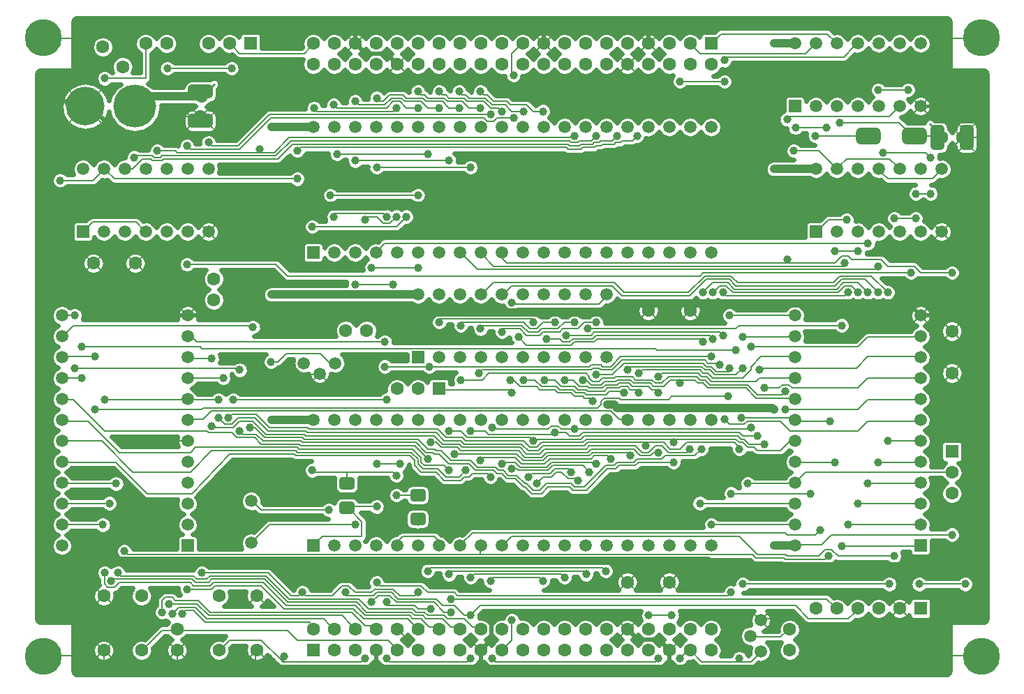
<source format=gtl>
G04*
G04  File:            8048_BOARD.GTL, Tue Feb 07 20:34:04 2017*
G04  Source:          P-CAD 2006 PCB, Version 19.02.958*
G04  Format:          Gerber Format (RS-274-D), ASCII*
G04*
G04  Format Options:  Absolute Positioning*
G04                   Leading-Zero Suppression*
G04                   Scale Factor 1:1*
G04                   NO Circular Interpolation*
G04                   Millimeter Units*
G04                   Numeric Format: 4.4 (XXXX.XXXX)*
G04                   G54 NOT Used for Aperture Change*
G04                   Apertures Embedded*
G04*
G04  File Options:    Offset = (0.000mm,0.000mm)*
G04                   Drill Symbol Size = 2.032mm*
G04                   No Pad/Via Holes*
G04*
G04  File Contents:   Pads*
G04                   Vias*
G04                   No Designators*
G04                   No Types*
G04                   No Values*
G04                   No Drill Symbols*
G04                   Top*
G04*
%IN8048_BOARD.GTL*%
%ICAS*%
%MOMM*%
G04*
G04  Aperture MACROs for general use --- invoked via D-code assignment *
G04*
G04  General MACRO for flashed round with rotation and/or offset hole *
%AMROTOFFROUND*
1,1,$1,0.0000,0.0000*
1,0,$2,$3,$4*%
G04*
G04  General MACRO for flashed oval (obround) with rotation and/or offset hole *
%AMROTOFFOVAL*
21,1,$1,$2,0.0000,0.0000,$3*
1,1,$4,$5,$6*
1,1,$4,0-$5,0-$6*
1,0,$7,$8,$9*%
G04*
G04  General MACRO for flashed oval (obround) with rotation and no hole *
%AMROTOVALNOHOLE*
21,1,$1,$2,0.0000,0.0000,$3*
1,1,$4,$5,$6*
1,1,$4,0-$5,0-$6*%
G04*
G04  General MACRO for flashed rectangle with rotation and/or offset hole *
%AMROTOFFRECT*
21,1,$1,$2,0.0000,0.0000,$3*
1,0,$4,$5,$6*%
G04*
G04  General MACRO for flashed rectangle with rotation and no hole *
%AMROTRECTNOHOLE*
21,1,$1,$2,0.0000,0.0000,$3*%
G04*
G04  General MACRO for flashed rounded-rectangle *
%AMROUNDRECT*
21,1,$1,$2-$4,0.0000,0.0000,$3*
21,1,$1-$4,$2,0.0000,0.0000,$3*
1,1,$4,$5,$6*
1,1,$4,$7,$8*
1,1,$4,0-$5,0-$6*
1,1,$4,0-$7,0-$8*
1,0,$9,$10,$11*%
G04*
G04  General MACRO for flashed rounded-rectangle with rotation and no hole *
%AMROUNDRECTNOHOLE*
21,1,$1,$2-$4,0.0000,0.0000,$3*
21,1,$1-$4,$2,0.0000,0.0000,$3*
1,1,$4,$5,$6*
1,1,$4,$7,$8*
1,1,$4,0-$5,0-$6*
1,1,$4,0-$7,0-$8*%
G04*
G04  General MACRO for flashed regular polygon *
%AMREGPOLY*
5,1,$1,0.0000,0.0000,$2,$3+$4*
1,0,$5,$6,$7*%
G04*
G04  General MACRO for flashed regular polygon with no hole *
%AMREGPOLYNOHOLE*
5,1,$1,0.0000,0.0000,$2,$3+$4*%
G04*
G04  General MACRO for target *
%AMTARGET*
6,0,0,$1,$2,$3,4,$4,$5,$6*%
G04*
G04  General MACRO for mounting hole *
%AMMTHOLE*
1,1,$1,0,0*
1,0,$2,0,0*
$1=$1-$2*
$1=$1/2*
21,1,$2+$1,$3,0,0,$4*
21,1,$3,$2+$1,0,0,$4*%
G04*
G04*
G04  D10 : "Ellipse X0.254mm Y0.254mm H0.000mm 0.0deg (0.000mm,0.000mm) Draw"*
G04  Disc: OuterDia=0.2540*
%ADD10C, 0.2540*%
G04  D11 : "Ellipse X0.400mm Y0.400mm H0.000mm 0.0deg (0.000mm,0.000mm) Draw"*
G04  Disc: OuterDia=0.4000*
%ADD11C, 0.4000*%
G04  D12 : "Ellipse X0.500mm Y0.500mm H0.000mm 0.0deg (0.000mm,0.000mm) Draw"*
G04  Disc: OuterDia=0.5000*
%ADD12C, 0.5000*%
G04  D13 : "Ellipse X0.600mm Y0.600mm H0.000mm 0.0deg (0.000mm,0.000mm) Draw"*
G04  Disc: OuterDia=0.6000*
%ADD13C, 0.6000*%
G04  D14 : "Ellipse X0.100mm Y0.100mm H0.000mm 0.0deg (0.000mm,0.000mm) Draw"*
G04  Disc: OuterDia=0.1000*
%ADD14C, 0.1000*%
G04  D15 : "Ellipse X1.000mm Y1.000mm H0.000mm 0.0deg (0.000mm,0.000mm) Draw"*
G04  Disc: OuterDia=1.0000*
%ADD15C, 1.0000*%
G04  D16 : "Ellipse X0.102mm Y0.102mm H0.000mm 0.0deg (0.000mm,0.000mm) Draw"*
G04  Disc: OuterDia=0.1016*
%ADD16C, 0.1016*%
G04  D17 : "Ellipse X0.127mm Y0.127mm H0.000mm 0.0deg (0.000mm,0.000mm) Draw"*
G04  Disc: OuterDia=0.1270*
%ADD17C, 0.1270*%
G04  D18 : "Ellipse X1.500mm Y1.500mm H0.000mm 0.0deg (0.000mm,0.000mm) Draw"*
G04  Disc: OuterDia=1.5000*
%ADD18C, 1.5000*%
G04  D19 : "Ellipse X0.200mm Y0.200mm H0.000mm 0.0deg (0.000mm,0.000mm) Draw"*
G04  Disc: OuterDia=0.2000*
%ADD19C, 0.2000*%
G04  D20 : "Ellipse X2.000mm Y2.000mm H0.000mm 0.0deg (0.000mm,0.000mm) Draw"*
G04  Disc: OuterDia=2.0000*
%ADD20C, 2.0000*%
G04  D21 : "Ellipse X0.250mm Y0.250mm H0.000mm 0.0deg (0.000mm,0.000mm) Draw"*
G04  Disc: OuterDia=0.2500*
%ADD21C, 0.2500*%
G04  D22 : "Ellipse X4.700mm Y4.700mm H0.000mm 0.0deg (0.000mm,0.000mm) Flash"*
G04  Disc: OuterDia=4.7000*
%ADD22C, 4.7000*%
G04  D23 : "Ellipse X5.081mm Y5.081mm H0.000mm 0.0deg (0.000mm,0.000mm) Flash"*
G04  Disc: OuterDia=5.0810*
%ADD23C, 5.0810*%
G04  D24 : "Ellipse X5.200mm Y5.200mm H0.000mm 0.0deg (0.000mm,0.000mm) Flash"*
G04  Disc: OuterDia=5.2000*
%ADD24C, 5.2000*%
G04  D25 : "Ellipse X5.581mm Y5.581mm H0.000mm 0.0deg (0.000mm,0.000mm) Flash"*
G04  Disc: OuterDia=5.5810*
%ADD25C, 5.5810*%
G04  D26 : "Ellipse X1.500mm Y1.500mm H0.000mm 0.0deg (0.000mm,0.000mm) Flash"*
G04  Disc: OuterDia=1.5000*
%ADD26C, 1.5000*%
G04  D27 : "Ellipse X1.600mm Y1.600mm H0.000mm 0.0deg (0.000mm,0.000mm) Flash"*
G04  Disc: OuterDia=1.6000*
%ADD27C, 1.6000*%
G04  D28 : "Ellipse X1.881mm Y1.881mm H0.000mm 0.0deg (0.000mm,0.000mm) Flash"*
G04  Disc: OuterDia=1.8810*
%ADD28C, 1.8810*%
G04  D29 : "Ellipse X1.981mm Y1.981mm H0.000mm 0.0deg (0.000mm,0.000mm) Flash"*
G04  Disc: OuterDia=1.9810*
%ADD29C, 1.9810*%
G04  D30 : "Rounded Rectangle X3.000mm Y2.000mm H0.000mm 0.0deg (0.000mm,0.000mm) Flash"*
G04  RoundRct: DimX=3.0000, DimY=2.0000, CornerRad=0.5000, Rotation=0.0, OffsetX=0.0000, OffsetY=0.0000, HoleDia=0.0000 *
%ADD30ROUNDRECTNOHOLE, 3.0000 X2.0000 X0.0 X1.0000 X-1.0000 X-0.5000 X-1.0000 X0.5000*%
G04  D31 : "Rounded Rectangle X3.381mm Y2.381mm H0.000mm 0.0deg (0.000mm,0.000mm) Flash"*
G04  RoundRct: DimX=3.3810, DimY=2.3810, CornerRad=0.5953, Rotation=0.0, OffsetX=0.0000, OffsetY=0.0000, HoleDia=0.0000 *
%ADD31ROUNDRECTNOHOLE, 3.3810 X2.3810 X0.0 X1.1905 X-1.0953 X-0.5953 X-1.0953 X0.5953*%
G04  D32 : "Rounded Rectangle X1.500mm Y1.900mm H0.000mm 0.0deg (0.000mm,0.000mm) Flash"*
G04  RoundRct: DimX=1.5000, DimY=1.9000, CornerRad=0.3750, Rotation=0.0, OffsetX=0.0000, OffsetY=0.0000, HoleDia=0.0000 *
%ADD32ROUNDRECTNOHOLE, 1.5000 X1.9000 X0.0 X0.7500 X-0.3750 X-0.5750 X-0.3750 X0.5750*%
G04  D33 : "Rounded Rectangle X1.900mm Y1.500mm H0.000mm 0.0deg (0.000mm,0.000mm) Flash"*
G04  RoundRct: DimX=1.9000, DimY=1.5000, CornerRad=0.3750, Rotation=0.0, OffsetX=0.0000, OffsetY=0.0000, HoleDia=0.0000 *
%ADD33ROUNDRECTNOHOLE, 1.9000 X1.5000 X0.0 X0.7500 X-0.5750 X-0.3750 X-0.5750 X0.3750*%
G04  D34 : "Rounded Rectangle X1.700mm Y3.000mm H0.000mm 0.0deg (0.000mm,0.000mm) Flash"*
G04  RoundRct: DimX=1.7000, DimY=3.0000, CornerRad=0.4250, Rotation=0.0, OffsetX=0.0000, OffsetY=0.0000, HoleDia=0.0000 *
%ADD34ROUNDRECTNOHOLE, 1.7000 X3.0000 X0.0 X0.8500 X-0.4250 X-1.0750 X-0.4250 X1.0750*%
G04  D35 : "Rounded Rectangle X3.000mm Y1.700mm H0.000mm 0.0deg (0.000mm,0.000mm) Flash"*
G04  RoundRct: DimX=3.0000, DimY=1.7000, CornerRad=0.4250, Rotation=0.0, OffsetX=0.0000, OffsetY=0.0000, HoleDia=0.0000 *
%ADD35ROUNDRECTNOHOLE, 3.0000 X1.7000 X0.0 X0.8500 X-1.0750 X-0.4250 X-1.0750 X0.4250*%
G04  D36 : "Rounded Rectangle X1.881mm Y2.281mm H0.000mm 0.0deg (0.000mm,0.000mm) Flash"*
G04  RoundRct: DimX=1.8810, DimY=2.2810, CornerRad=0.4703, Rotation=0.0, OffsetX=0.0000, OffsetY=0.0000, HoleDia=0.0000 *
%ADD36ROUNDRECTNOHOLE, 1.8810 X2.2810 X0.0 X0.9405 X-0.4703 X-0.6703 X-0.4703 X0.6703*%
G04  D37 : "Rounded Rectangle X2.281mm Y1.881mm H0.000mm 0.0deg (0.000mm,0.000mm) Flash"*
G04  RoundRct: DimX=2.2810, DimY=1.8810, CornerRad=0.4703, Rotation=0.0, OffsetX=0.0000, OffsetY=0.0000, HoleDia=0.0000 *
%ADD37ROUNDRECTNOHOLE, 2.2810 X1.8810 X0.0 X0.9405 X-0.6703 X-0.4703 X-0.6703 X0.4703*%
G04  D38 : "Rounded Rectangle X2.081mm Y3.381mm H0.000mm 0.0deg (0.000mm,0.000mm) Flash"*
G04  RoundRct: DimX=2.0810, DimY=3.3810, CornerRad=0.5202, Rotation=0.0, OffsetX=0.0000, OffsetY=0.0000, HoleDia=0.0000 *
%ADD38ROUNDRECTNOHOLE, 2.0810 X3.3810 X0.0 X1.0405 X-0.5202 X-1.1703 X-0.5202 X1.1703*%
G04  D39 : "Rounded Rectangle X3.381mm Y2.081mm H0.000mm 0.0deg (0.000mm,0.000mm) Flash"*
G04  RoundRct: DimX=3.3810, DimY=2.0810, CornerRad=0.5202, Rotation=0.0, OffsetX=0.0000, OffsetY=0.0000, HoleDia=0.0000 *
%ADD39ROUNDRECTNOHOLE, 3.3810 X2.0810 X0.0 X1.0405 X-1.1703 X-0.5202 X-1.1703 X0.5202*%
G04  D40 : "Rectangle X1.500mm Y1.500mm H0.000mm 0.0deg (0.000mm,0.000mm) Flash"*
G04  Square: Side=1.5000, Rotation=0.0, OffsetX=0.0000, OffsetY=0.0000, HoleDia=0.0000*
%ADD40R, 1.5000 X1.5000*%
G04  D41 : "Rectangle X1.600mm Y1.600mm H0.000mm 0.0deg (0.000mm,0.000mm) Flash"*
G04  Square: Side=1.6000, Rotation=0.0, OffsetX=0.0000, OffsetY=0.0000, HoleDia=0.0000*
%ADD41R, 1.6000 X1.6000*%
G04  D42 : "Rectangle X1.881mm Y1.881mm H0.000mm 0.0deg (0.000mm,0.000mm) Flash"*
G04  Square: Side=1.8810, Rotation=0.0, OffsetX=0.0000, OffsetY=0.0000, HoleDia=0.0000*
%ADD42R, 1.8810 X1.8810*%
G04  D43 : "Rectangle X1.981mm Y1.981mm H0.000mm 0.0deg (0.000mm,0.000mm) Flash"*
G04  Square: Side=1.9810, Rotation=0.0, OffsetX=0.0000, OffsetY=0.0000, HoleDia=0.0000*
%ADD43R, 1.9810 X1.9810*%
G04  D44 : "Ellipse X4.500mm Y4.500mm H0.000mm 0.0deg (0.000mm,0.000mm) Flash"*
G04  Disc: OuterDia=4.5000*
%ADD44C, 4.5000*%
G04  D45 : "Ellipse X4.881mm Y4.881mm H0.000mm 0.0deg (0.000mm,0.000mm) Flash"*
G04  Disc: OuterDia=4.8810*
%ADD45C, 4.8810*%
G04  D46 : "Ellipse X1.000mm Y1.000mm H0.000mm 0.0deg (0.000mm,0.000mm) Flash"*
G04  Disc: OuterDia=1.0000*
%ADD46C, 1.0000*%
G04  D47 : "Ellipse X1.381mm Y1.381mm H0.000mm 0.0deg (0.000mm,0.000mm) Flash"*
G04  Disc: OuterDia=1.3810*
%ADD47C, 1.3810*%
G04*
%FSLAX44Y44*%
%SFA1B1*%
%OFA0.000B0.000*%
G04*
G71*
G90*
G01*
D2*
%LNTop*%
D19*
X637300Y1618600*
X635000Y1619250D1*
X679450*
X664000Y1804000D2*
X663400Y1803400D1*
X660400*
X660200Y1854000D2*
X660400Y1854200D1*
X660000Y1880000D2*
X660400Y1879600D1*
X660000Y1956000D2*
X660200D1*
X660400Y1955800*
X684000Y1956000D2*
X660200D1*
X661600Y1930400D2*
X660400D1*
X674000Y1930000D2*
X661600Y1930400D1*
X674000Y2020000D2*
X662000Y2008000D1*
X661800*
X660400Y2006600*
X676000Y2032000D2*
X660400D1*
X660000D2*
X660400D1*
D2*
D15*
X641350Y2292350*
X635000D1*
D2*
D12*
X666750*
X673100D1*
Y2289500*
X641350Y2292350D2*
X666750D1*
Y2288850*
D2*
D19*
X637300Y2369200*
X647700Y2368550D1*
X679450*
X760000Y1628000D2*
X759320D1*
X756920Y1625600*
X740000Y1742000D2*
X736000Y1746000D1*
X724000Y1702000D2*
X716000D1*
X730000Y1708000D2*
X724000Y1702000D1*
X732000Y1716000D2*
X728000Y1720000D1*
X724000Y1712000D2*
X720000Y1710000D1*
X712000Y1706000D2*
Y1720000D1*
X716000Y1702000D2*
X712000Y1706000D1*
X746000Y1842000D2*
X708400Y1879600D1*
D2*
D15*
X704850Y2032000*
X750000D1*
D2*
D19*
X714000Y2208000*
X724000Y2198000D1*
X698000Y2196000D2*
X708000Y2206000D1*
Y2206600*
X688000Y2136000D2*
X698000Y2146000D1*
X750000*
X760000Y2136000*
Y2135600*
X748000Y2224000D2*
X750000Y2226000D1*
X834000Y1660000D2*
X820000Y1674000D1*
X806000Y1670000D2*
X810000Y1674000D1*
X820000D2*
X810000D1*
X782000Y1650000D2*
X792000D1*
X800100Y1651000D2*
X792000Y1650000D1*
X822000Y1678000D2*
X802000D1*
X790000Y1682000D2*
X824000D1*
X826000Y1686000D2*
X798000D1*
X794000Y1690000*
X786000*
X782000Y1686000*
X820000Y1704000D2*
X816000Y1708000D1*
X818000Y1712000D2*
X822000Y1708000D1*
X836000Y1712000D2*
X824000D1*
X820000Y1716000*
X764000Y1816000D2*
X818000D1*
X812800Y1879600D2*
X808000Y1880000D1*
X822000Y1872000D2*
X816000Y1866000D1*
X832000Y1906000D2*
X813800D1*
X812800Y1955800D2*
X818000Y1956000D1*
X812800Y1930400D2*
X818000Y1930000D1*
X812800Y1930400D2*
X810000Y1930000D1*
X832000Y1920000D2*
X830000Y1918000D1*
Y1992000D2*
X828000Y1994000D1*
X812800Y2006600D2*
X818000Y2006000D1*
X824000Y2000000D2*
X818000Y2006000D1*
X780000Y2224000D2*
X782000Y2226000D1*
X772000Y2224000D2*
X780000D1*
X770000Y2226000D2*
X772000Y2224000D1*
X768000Y2222000D2*
X770000Y2220000D1*
X782000D2*
X784000Y2222000D1*
X770000Y2220000D2*
X782000D1*
X816000Y2234000D2*
X812000Y2238000D1*
D2*
D18*
X828450Y2268220*
Y2273300D1*
D2*
D19*
X798000Y2232000*
X776000D1*
X798000D2*
X800000Y2230000D1*
X828450Y2273300D2*
X790350D1*
D2*
D15*
X830000Y2298000*
X828450Y2298700D1*
D2*
D18*
Y2303780*
X830000Y2298000D1*
D2*
D19*
X895350Y1625600*
X896620D1*
X850900D2*
X856000Y1630000D1*
X864000Y1638000*
X902000*
Y1704000D2*
X846000D1*
X842000Y1700000*
X904000Y1708000D2*
X844000D1*
X840000Y1704000*
X842000Y1712000D2*
X906000D1*
X908000Y1716000D2*
X840000D1*
X902000Y1796000D2*
X894000Y1804000D1*
X892800*
X890000Y1806800*
X912000Y1778000D2*
X890000Y1756000D1*
X844000Y1896000D2*
X842000Y1898000D1*
X866000Y1900000D2*
X858000D1*
X868000Y1896000D2*
X844000D1*
X876000D2*
Y1892000D1*
X904000Y1880000D2*
X896000Y1888000D1*
X880000*
X876000Y1892000*
X902000Y1876000D2*
X894000Y1884000D1*
X872000*
X866000Y1890000*
X906000Y1884000D2*
X894000Y1896000D1*
X888000*
X896000Y1912000D2*
X866000D1*
X862000Y1908000*
X894000D2*
X874000D1*
X876000Y1966000D2*
X874000Y1968000D1*
X892000Y2018000D2*
X890000Y2020000D1*
X874000Y2238000D2*
X912000Y2276000D1*
X874000Y2238000D2*
X842000D1*
X900000Y2234000D2*
Y2230000D1*
X868000Y2358000D2*
X876000Y2350000D1*
X965200Y1651000D2*
X964000Y1656000D1*
X960000Y1660000*
X986000Y1656000D2*
X978000Y1664000D1*
X934000Y1650000D2*
X946000Y1638000D1*
X930000Y1618000D2*
Y1612000D1*
X926000Y1614000D2*
X930000Y1618000D1*
X928000Y1612000*
X930000*
X926000Y1614000D2*
X928000Y1612000D1*
X988000Y1692000D2*
X956000D1*
X952000Y1696000*
X948000Y1692000*
X938000*
D2*
D15*
X965200Y1816100*
X939800D1*
D2*
D19*
X970000Y1758000*
X976000Y1764000D1*
X960000Y1894000D2*
X958000Y1896000D1*
Y1890000D2*
X956000Y1892000D1*
Y1886000D2*
X954000Y1888000D1*
Y1882000D2*
X952000Y1884000D1*
Y1878000D2*
X950000Y1880000D1*
Y1874000D2*
X948000Y1876000D1*
Y1870000D2*
X946000Y1872000D1*
Y1866000D2*
X944000Y1868000D1*
Y1862000D2*
X942000Y1864000D1*
X964000Y1842000D2*
Y1844000D1*
X972950Y1961300D2*
X968000Y1960000D1*
X934000*
X974000Y1986000D2*
X932000D1*
X934000Y2080000D2*
X920000Y2094000D1*
X946000Y2198000D2*
X950000D1*
X970000Y2280000D2*
X966000Y2284000D1*
X946000Y2232000D2*
X950000Y2236000D1*
X922000Y2222000D2*
X940000Y2240000D1*
X920000Y2226000D2*
X938000Y2244000D1*
X918000Y2230000D2*
X936000Y2248000D1*
X954000Y2350000D2*
X962000Y2358000D1*
Y2359000*
X1016000Y1651000D2*
X1012000Y1656000D1*
X1000000Y1668000*
X1028000Y1656000D2*
X1012000Y1672000D1*
X1038000Y1656000D2*
X1041400Y1651000D1*
X1038000Y1656000D2*
X1028000D1*
X1024000Y1612000D2*
X1028000Y1616000D1*
X1054000D2*
X1058000Y1612000D1*
X1054000Y1680000D2*
Y1684000D1*
X1004000Y1692000D2*
Y1696000D1*
X1036000Y1684000D2*
X1044000Y1692000D1*
X1058000D2*
X1044000D1*
X1060000Y1696000D2*
X1042000D1*
X1004000Y1692000D2*
X1038000D1*
X1042000Y1696000D2*
X1038000Y1692000D1*
X1062000Y1700000D2*
X1040000D1*
X1036000Y1696000*
X1016000*
X1008000Y1704000*
X1000000*
X1046000D2*
X1042000Y1708000D1*
X1024000Y1764000D2*
Y1782000D1*
X1010000Y1796000*
X1009000*
X1006000Y1799000*
X1012000Y1800000*
X1042000*
X1062000Y1842000D2*
X1006000D1*
X1041400Y2108200D2*
X1050000Y2118000D1*
X1052000Y2120000*
X1062000Y2070000D2*
X1016000D1*
X1054000Y2152000D2*
X1050000Y2156000D1*
X1028000Y2148000D2*
X1032000Y2152000D1*
X1042000*
X1050000Y2144000*
X1058000*
X1041400Y2260600D2*
X1046000Y2264000D1*
X1016000Y2260600D2*
Y2264000D1*
X1054000Y2284000D2*
X994000D1*
X1060000Y2296000D2*
X1052000Y2288000D1*
X1020000*
X1016000Y2292000*
X1042000Y2296000D2*
X1046000Y2292000D1*
X1050000*
X1058000Y2300000*
D2*
D12*
X1054100Y2349500*
X1028700D1*
D2*
D19*
X1090000Y1654000*
X1092200Y1651000D1*
X1080000Y1664000D2*
X1090000Y1654000D1*
X1082000Y1668000D2*
X1086000Y1664000D1*
X1084000Y1672000D2*
X1088000Y1668000D1*
X1086000Y1664000D2*
X1096000D1*
X1106000Y1654000*
X1114000D2*
X1117600Y1651000D1*
X1106000Y1654000D2*
X1114000D1*
X1088000Y1668000D2*
X1098000D1*
X1090000Y1672000D2*
X1100000D1*
X1104000Y1668000*
X1098000D2*
X1102000Y1664000D1*
X1122000D2*
X1132000Y1654000D1*
X1102000Y1664000D2*
X1122000D1*
X1104000Y1668000D2*
X1124000D1*
X1128000Y1664000*
X1124000Y1672000D2*
X1130000D1*
X1132000*
X1134000Y1722000D2*
X1130000Y1718000D1*
X1108000Y1726000D2*
X1104000Y1722000D1*
X1068000Y1688000D2*
X1114000D1*
X1122000Y1680000D2*
X1114000Y1688000D1*
X1136000Y1680000D2*
X1122000D1*
X1092000Y1696000D2*
X1088000Y1692000D1*
X1070000D2*
X1088000D1*
X1140000D2*
X1136000Y1696000D1*
X1104000*
X1096000Y1704000*
X1118000Y1758000D2*
X1112000Y1764000D1*
X1074000*
X1068000Y1758000*
X1092000Y1788000D2*
Y1785000D1*
Y1782000D2*
Y1785000D1*
X1126000Y1884000D2*
X1116000Y1894000D1*
X1124000Y1880000D2*
X1114000Y1890000D1*
X1122000Y1876000D2*
X1112000Y1886000D1*
X1140000Y1872000D2*
X1120000D1*
X1114000Y1878000D2*
X1108000D1*
X1114000D2*
X1120000Y1872000D1*
X1132000Y1856000D2*
X1120000Y1868000D1*
X1114000*
X1112000Y1870000*
X1104000*
X1092000Y1882000*
X1130000Y1852000D2*
X1118000Y1864000D1*
X1112000*
X1110000Y1866000*
X1102000*
X1090000Y1878000*
X1104000Y1858000D2*
X1088000Y1874000D1*
X1130000Y1844000D2*
X1124000Y1850000D1*
X1100000*
X1096000Y1854000*
Y1860000*
X1086000Y1870000*
X1126000Y1836000D2*
X1116000Y1846000D1*
X1098000*
X1092000Y1852000*
Y1858000*
X1084000Y1866000*
X1124000Y1832000D2*
X1114000Y1842000D1*
X1096000*
X1088000Y1850000*
Y1856000*
X1082000Y1862000*
X1117600Y1943100D2*
X1122000Y1942000D1*
D2*
D15*
X1073150Y2012950*
X1092200D1*
X1073150Y2036000D2*
Y2032000D1*
D2*
D19*
X1118000Y2028000*
Y2024000D1*
X1104000Y2284000D2*
X1118000D1*
X1078000D2*
X1092000D1*
X1072000Y2296000D2*
X1076000Y2292000D1*
X1096000*
X1074000Y2300000D2*
X1078000Y2296000D1*
X1098000*
X1102000Y2292000*
X1122000*
X1092000Y2304000D2*
X1096000Y2300000D1*
X1100000*
X1104000Y2296000*
X1124000*
X1128000Y2292000*
X1118000Y2304000D2*
X1122000Y2300000D1*
X1126000*
X1130000Y2296000*
D2*
D12*
X1187450Y1670050*
X1181100Y1663700D1*
Y1638300*
X1168400Y1625600*
D2*
D19*
X1206000Y1662000*
Y1638000D1*
X1196000Y1628000*
Y1627800*
X1193800Y1625600*
X1148000Y1664000D2*
X1158000Y1654000D1*
X1166000D2*
X1168400Y1651000D1*
X1158000Y1654000D2*
X1166000D1*
X1148000Y1668000D2*
X1156000D1*
X1152000Y1612000D2*
X1156000Y1616000D1*
X1182000D2*
X1186000Y1612000D1*
X1184000Y1714000D2*
X1180000Y1710000D1*
X1160000Y1718000D2*
X1156000Y1714000D1*
X1168000Y1754000D2*
X1168400Y1753600D1*
X1146000Y1756000D2*
X1158000Y1768000D1*
X1182000Y1894000D2*
Y1896000D1*
X1174000Y1892000D2*
X1156000D1*
X1178000Y1888000D2*
X1174000Y1892000D1*
X1152000Y1884000D2*
X1144000Y1892000D1*
X1150000Y1880000D2*
X1146000Y1884000D1*
X1218000Y1876000D2*
X1148000D1*
X1144000Y1880000*
X1216000Y1872000D2*
X1146000D1*
X1214000Y1868000D2*
X1144000D1*
X1218000Y1852000D2*
X1210000Y1860000D1*
X1172000*
X1168000Y1856000*
X1216000Y1848000D2*
X1210000Y1854000D1*
X1196000D2*
X1194000Y1852000D1*
X1210000Y1854000D2*
X1196000D1*
X1214000Y1844000D2*
X1212000Y1846000D1*
X1206000*
X1212000Y1838000D2*
X1202000D1*
X1196000Y1844000*
X1190000*
X1186000Y1848000*
X1164000*
X1156000Y1856000*
X1210000Y1834000D2*
X1200000D1*
X1194000Y1840000*
X1188000*
X1184000Y1844000*
X1162000*
X1154000Y1852000*
X1180000Y1836000D2*
X1176000Y1840000D1*
X1158000*
X1154000Y1836000*
X1148000*
X1144000Y1832000*
Y1954000D2*
Y1958000D1*
X1170000Y1966000D2*
X1166000Y1962000D1*
X1178000D2*
X1170000Y1954000D1*
X1144000*
X1216000Y1946000D2*
X1208000Y1954000D1*
X1204000D2*
X1208000D1*
X1202000Y1942000D2*
X1206000Y1938000D1*
X1208000Y2046000D2*
X1206000Y2048000D1*
X1144000Y2020000D2*
Y2024000D1*
X1168000Y2020000D2*
Y2016000D1*
X1218000Y2020000D2*
X1168000D1*
X1216000Y2016000D2*
X1194000D1*
Y2012000*
X1198000Y2060000D2*
X1206000Y2068000D1*
X1172000Y2060000D2*
X1184000Y2072000D1*
X1193800Y2108200D2*
X1194000Y2102000D1*
X1200000Y2096000*
X1168400Y2108200D2*
X1170000Y2106000D1*
X1184000Y2092000*
X1148000Y2104000D2*
X1164000Y2088000D1*
X1176000Y2276000D2*
X1180000D1*
X1176000Y2268000D2*
X1172000Y2272000D1*
X1184000Y2268000D2*
X1176000D1*
X1188000Y2272000D2*
X1184000Y2268000D1*
X1154000Y2284000D2*
X1168000D1*
X1180000D2*
X1190000D1*
X1194000Y2280000*
X1208000Y2272000D2*
X1188000D1*
X1148000Y2296000D2*
X1152000Y2292000D1*
X1172000*
X1146000Y2300000D2*
X1150000D1*
X1154000Y2296000*
X1174000*
X1182000Y2288000*
X1198000*
X1168000Y2304000D2*
X1172000Y2300000D1*
X1176000*
X1184000Y2292000*
X1200000*
X1204000Y2288000*
X1214000Y2358000D2*
X1206000Y2350000D1*
Y2326000*
X1208000Y2324000*
X1270000Y1714000D2*
X1266000Y1718000D1*
X1244000Y1710000D2*
X1240000Y1714000D1*
X1294000Y1824000D2*
X1282000D1*
X1240000Y1820000D2*
X1232000D1*
X1280000D2*
X1276000Y1824000D1*
X1250000*
X1242000Y1816000*
X1230000*
X1222000Y1824000*
X1280000Y1894000D2*
X1266000D1*
X1262000Y1898000*
X1254000*
X1250000Y1894000*
X1258000Y1890000D2*
X1254000Y1888000D1*
X1272000Y1890000D2*
X1258000D1*
X1232000Y1880000D2*
X1228000Y1884000D1*
X1282000Y1894000D2*
X1280000D1*
X1236000Y1872000D2*
X1228000D1*
X1238000Y1868000D2*
X1226000D1*
X1244000Y1874000D2*
X1238000Y1868000D1*
X1242000Y1878000D2*
X1236000Y1872000D1*
X1234000Y1882000D2*
X1232000Y1880000D1*
X1246000Y1870000D2*
X1240000Y1864000D1*
X1224000*
X1248000Y1866000D2*
X1242000Y1860000D1*
X1222000*
X1292000Y1890000D2*
X1288000Y1886000D1*
X1276000D2*
X1272000Y1890000D1*
X1288000Y1886000D2*
X1276000D1*
X1294000D2*
X1290000Y1882000D1*
X1234000D2*
X1290000D1*
X1242000Y1878000D2*
X1292000D1*
X1244000Y1874000D2*
X1294000D1*
X1250000Y1862000D2*
X1244000Y1856000D1*
X1252000Y1858000D2*
X1246000Y1852000D1*
X1254000Y1854000D2*
X1248000Y1848000D1*
X1292000Y1850000D2*
X1256000D1*
X1250000Y1844000*
X1278000Y1842000D2*
X1274000Y1846000D1*
X1258000*
X1252000Y1840000*
X1230000*
X1226000Y1836000*
X1286000Y1832000D2*
X1284000Y1834000D1*
X1274000*
X1266000Y1842000*
X1260000*
X1254000Y1836000*
X1244000*
X1288000Y1946000D2*
X1280000Y1954000D1*
X1272000*
X1270000*
X1286000Y1942000D2*
X1282000Y1946000D1*
X1266000*
X1258000Y1954000*
X1246000*
X1294000Y1938000D2*
X1284000D1*
X1280000Y1942000*
X1264000*
X1260000Y1946000*
X1242000*
X1294000Y1932000D2*
X1292000Y1934000D1*
X1282000*
X1278000Y1938000*
X1262000*
X1258000Y1942000*
X1240000*
X1236000Y1946000*
X1234000Y1954000D2*
X1242000Y1946000D1*
X1258000Y2024000D2*
X1244000D1*
X1236000Y2016000*
X1228000*
X1282000Y2024000D2*
X1270000D1*
X1262000Y2016000*
X1242000*
X1238000Y2012000*
X1226000*
X1232000Y2028000D2*
Y2024000D1*
X1294000D2*
X1286000Y2016000D1*
X1268000*
X1264000Y2012000*
X1244000*
X1240000Y2008000*
X1224000*
X1264000Y2004000D2*
X1248000D1*
X1280000D2*
X1276000Y2000000D1*
X1264000Y2004000D2*
X1268000Y2000000D1*
X1276000*
X1282000D2*
X1278000Y1996000D1*
X1224000*
X1282000Y2250000D2*
X1280000Y2248000D1*
X1288000Y2244000D2*
X1286000Y2242000D1*
X1278000*
X1276000Y2244000*
X1290000Y2240000D2*
X1288000Y2238000D1*
X1276000*
X1274000Y2240000*
X1292000Y2236000D2*
X1290000Y2234000D1*
X1274000*
X1272000Y2236000*
X1232000Y2280000D2*
X1244000D1*
D2*
D12*
X1358900Y1638300*
X1346200Y1651000D1*
D2*
D19*
X1320000Y1722000*
X1316000Y1726000D1*
X1368000Y1878000D2*
X1298000D1*
X1368000D2*
Y1874000D1*
X1356000D2*
X1300000D1*
X1364000Y1866000D2*
X1356000Y1874000D1*
X1362000Y1862000D2*
X1354000Y1870000D1*
X1302000*
X1298000Y1866000*
X1350000Y1862000D2*
X1346000Y1866000D1*
X1304000*
X1300000Y1862000*
X1326000Y1858000D2*
X1322000Y1862000D1*
X1306000*
X1302000Y1858000*
X1308000Y1852000D2*
X1306000Y1854000D1*
X1358000Y1858000D2*
X1354000Y1854000D1*
X1334000*
X1330000Y1850000*
X1320000*
X1360000Y1854000D2*
X1356000Y1850000D1*
X1336000*
X1332000Y1846000*
X1322000*
X1340000Y1906000D2*
X1336000D1*
X1326000Y1916000*
D2*
D15*
X1330000Y1924000*
X1322000D1*
X1330000D2*
X1334000Y1920000D1*
D2*
D19*
X1326000Y1970000*
X1316000D1*
X1328000Y1966000D2*
X1314000D1*
X1308000Y1960000D2*
X1328000D1*
X1304000Y1952000D2*
X1300000Y1956000D1*
X1314000Y1966000D2*
X1312000Y1968000D1*
X1304000*
X1302000Y1966000*
X1316000Y1970000D2*
X1314000Y1972000D1*
X1302000D2*
X1300000Y1970000D1*
X1314000Y1972000D2*
X1302000D1*
X1328000Y1966000D2*
X1340000Y1978000D1*
X1328000Y1960000D2*
X1342000Y1974000D1*
X1300000Y1944000D2*
X1298000Y1946000D1*
X1304000Y1928000D2*
X1300000Y1932000D1*
X1346000Y1966000D2*
X1350000Y1970000D1*
X1364000Y1966000D2*
X1360000Y1962000D1*
X1304000Y1952000D2*
X1312000D1*
X1316000Y1956000*
X1330000*
X1332000Y1958000*
X1352000*
X1356000Y1954000*
X1302000Y1948000D2*
X1314000D1*
X1318000Y1952000*
X1332000*
X1334000Y1954000*
X1350000*
X1354000Y1950000*
X1352000Y1946000D2*
X1348000Y1950000D1*
X1336000*
X1334000Y1948000*
X1320000*
X1316000Y1944000*
X1300000*
X1298000Y1940000D2*
X1318000D1*
X1322000Y1944000*
X1336000*
X1338000Y1946000*
X1346000*
X1350000Y1942000*
X1360000*
Y1938000*
X1342000D2*
X1340000Y1940000D1*
X1324000*
X1320000Y1936000*
X1300000Y1956000D2*
Y1958000D1*
X1338000Y1930000D2*
X1336000Y1932000D1*
X1318000*
X1314000Y1928000*
Y1924000*
X1310000Y1920000*
X1312000Y2046000D2*
X1320000Y2054000D1*
X1320800Y2054800*
D2*
D15*
X1327150Y2038350*
X1320800D1*
X1336000Y2047000D2*
X1327150Y2038350D1*
D2*
D19*
X1306000Y2012000*
X1302000Y2008000D1*
X1308000D2*
X1304000Y2004000D1*
X1310000D2*
X1306000Y2000000D1*
D2*
D15*
X1320800Y2036000*
Y2038350D1*
D2*
D19*
X1330000Y2072000*
X1342000Y2060000D1*
X1308000Y2250000D2*
X1302000Y2244000D1*
X1334000Y2250000D2*
X1328000Y2244000D1*
X1306000Y2242000D2*
X1304000Y2240000D1*
X1328000Y2244000D2*
X1314000D1*
X1312000Y2242000D2*
X1306000D1*
X1314000Y2244000D2*
X1312000Y2242000D1*
X1358000Y2250000D2*
X1352000Y2244000D1*
X1340000*
X1338000Y2242000*
X1332000*
X1330000Y2240000*
X1316000*
X1314000Y2238000*
X1308000*
X1306000Y2236000*
D2*
D12*
X1397000Y1625600*
X1384300Y1638300D1*
D2*
D19*
X1380000Y1612000*
X1384000Y1616000D1*
X1410000D2*
X1420000Y1626000D1*
X1420400Y1625600*
X1422400*
X1436000Y1612000*
X1422000Y1870000D2*
X1418000Y1866000D1*
Y1878000D2*
X1410000Y1870000D1*
X1406000Y1882000D2*
X1402000Y1878000D1*
X1398000Y1882000*
X1410000Y1870000D2*
X1398000D1*
X1390000Y1878000*
X1418000Y1866000D2*
X1396000D1*
X1388000Y1874000*
X1380000*
X1384000Y1866000D2*
X1378000D1*
X1374000Y1862000*
X1436000Y1870000D2*
X1428000Y1862000D1*
X1392000*
X1388000Y1858000*
X1440000Y1978000D2*
X1444000Y1974000D1*
X1438000D2*
X1442000Y1970000D1*
X1446000Y1966000D2*
X1440000D1*
X1436000Y1970000*
X1444000Y1962000D2*
X1438000D1*
X1434000Y1966000*
X1442000Y1958000D2*
X1436000D1*
X1432000Y1962000*
X1388000*
X1384000Y1958000*
X1376000Y1954000D2*
X1380000Y1950000D1*
X1388000*
X1396000Y1958000*
X1430000*
X1434000Y1954000*
X1440000*
X1446000Y1948000*
X1410000Y1950000D2*
X1406000Y1954000D1*
X1374000Y1950000D2*
X1378000Y1946000D1*
X1390000*
X1398000Y1954000*
X1406000*
X1410000Y1950000D2*
X1414000Y1954000D1*
X1428000*
X1432000Y1950000*
X1438000*
X1444000Y1944000*
X1380000Y1942000D2*
X1384000Y1938000D1*
X1376000Y1942000D2*
X1380000D1*
X1400000Y1934000D2*
X1396000Y1930000D1*
X1434000Y2004000D2*
X1438000Y2000000D1*
X1382000Y1990000D2*
X1380000Y1992000D1*
X1420000Y2060000D2*
X1440000Y2080000D1*
X1434000D2*
X1438000Y2084000D1*
X1434000Y2350000D2*
X1426000Y2358000D1*
Y2358600*
X1496000Y1642000D2*
Y1642350D1*
X1495300Y1643050*
X1508000Y1662100D2*
X1512000Y1662000D1*
X1514000Y1664000*
X1496000Y1612000D2*
X1506000Y1622000D1*
X1508000Y1624000*
X1482000Y1616000D2*
Y1612000D1*
X1496000*
X1502000Y1738000D2*
X1498000Y1742000D1*
X1472000Y1696000D2*
X1468000Y1692000D1*
X1494000Y1876000D2*
X1488000Y1882000D1*
X1484000*
X1486000Y1886000D2*
X1482000Y1890000D1*
X1484000Y1882000D2*
X1480000Y1886000D1*
X1504000Y1868000D2*
X1500000Y1872000D1*
X1492000*
X1486000Y1878000*
X1482000*
X1478000Y1882000*
X1482000Y1870000D2*
X1480000Y1872000D1*
Y1874000*
X1476000Y1878000*
X1512000Y1876000D2*
X1494000D1*
X1486000Y1886000D2*
X1504000D1*
X1496000Y1896000D2*
X1494000Y1894000D1*
X1470000Y1900000D2*
X1488000D1*
X1502000Y1952000D2*
X1506000Y1956000D1*
X1466000Y1968000D2*
X1470000D1*
Y1964000D2*
Y1968000D1*
X1458000Y1974000D2*
Y1972000D1*
X1454000Y1964000D2*
X1470000D1*
X1478000Y1960000D2*
X1452000D1*
X1486000Y1956000D2*
X1450000D1*
X1492000Y1948000D2*
X1504000Y1936000D1*
X1490000Y1944000D2*
X1502000Y1932000D1*
X1506000Y1968000D2*
Y1966000D1*
X1486000Y1968000D2*
X1478000Y1960000D1*
X1496000Y1966000D2*
X1486000Y1956000D1*
X1496000Y1970000D2*
Y1966000D1*
X1478000Y2016000D2*
X1482000Y2020000D1*
X1462000Y2008000D2*
X1458000Y2012000D1*
X1474000Y2060000D2*
X1466000Y2068000D1*
X1476000Y2064000D2*
X1468000Y2072000D1*
X1458000Y2068000D2*
X1452000Y2062000D1*
X1466000Y2068000D2*
X1458000D1*
X1452000Y2062000D2*
X1450000Y2060000D1*
X1468000Y2072000D2*
X1450000D1*
X1470000Y2076000D2*
X1478000Y2068000D1*
X1472000Y2080000D2*
X1480000Y2072000D1*
X1468000Y2346000D2*
X1464000Y2342000D1*
X1460000Y2374000D2*
X1454000Y2368000D1*
X1453600*
X1543050Y1651000D2*
X1540000Y1650000D1*
X1532000Y1642000*
X1554000Y1664000D2*
X1574000Y1644000D1*
X1538000Y1742000D2*
X1540000Y1740000D1*
X1536000Y1738000D2*
X1538000Y1736000D1*
X1586000*
X1594000Y1748000D2*
X1586000D1*
X1578000Y1740000*
X1540000*
X1586000Y1736000D2*
X1590000Y1740000D1*
X1596000Y1680000D2*
X1588000Y1688000D1*
X1546000Y1778000D2*
X1549400D1*
X1546000Y1804000D2*
X1546600Y1803400D1*
X1549400*
X1594000Y1766000D2*
X1582000Y1754000D1*
X1550000*
X1574000Y1766000D2*
X1540000D1*
X1538000Y1768000*
X1574000Y1766000D2*
X1580000Y1772000D1*
X1549400Y1879600D2*
X1544000Y1880000D1*
X1532000Y1868000*
X1598000Y1854000D2*
X1548000D1*
X1548200Y1854200*
X1549400*
X1562000Y1842000D2*
X1552000Y1832000D1*
Y1831400*
X1548000Y1930000D2*
X1549400Y1930400D1*
X1550000Y1956000D2*
X1549400Y1959400D1*
Y1956000*
Y1955800*
Y1956000D2*
X1550000D1*
X1538000Y1940000D2*
Y1938000D1*
X1530000Y1944000D2*
X1534000Y1948000D1*
X1542000*
X1546000Y1944000*
X1548000Y1908000D2*
Y1906400D1*
X1548400Y1906000*
X1534000Y1936000D2*
X1538000Y1940000D1*
X1550000Y1932000D2*
X1549400Y1931400D1*
Y1930400*
X1550000Y2006000D2*
X1549400Y2006600D1*
X1550000Y2032000D2*
X1549400D1*
X1540000Y2100000D2*
Y2096000D1*
X1598000*
X1590000Y2148000D2*
X1580000Y2138000D1*
X1579200*
X1548000Y2232000D2*
X1578000D1*
X1588000Y2260000D2*
X1550000D1*
X1544000Y2274000D2*
X1540000Y2270000D1*
X1596600Y2366000D2*
X1588600Y2374000D1*
X1622000Y1672000D2*
X1614000Y1664000D1*
X1602000Y1740000D2*
X1670000D1*
X1638000Y1956000D2*
X1626000Y1944000D1*
X1638000Y1930000D2*
X1626000Y1918000D1*
X1638000Y2006000D2*
X1626000Y1994000D1*
Y2060000D2*
X1618000Y2068000D1*
X1610000*
X1602000Y2060000*
X1638000D2*
X1626000Y2072000D1*
X1608000*
X1606000Y2076000D2*
X1634000D1*
X1650000Y2060000*
X1604000Y2080000D2*
X1642000D1*
X1662000Y2060000*
X1650000Y2088000D2*
Y2092000D1*
X1610000Y2096000D2*
X1608000Y2092000D1*
X1606000Y2104000D2*
X1614000D1*
X1662000Y2092000D2*
X1654000Y2100000D1*
X1618000*
X1614000Y2104000D2*
X1618000Y2100000D1*
X1662000Y2198000D2*
X1654000Y2206000D1*
Y2206800*
X1672000Y2214000D2*
X1664000Y2222000D1*
X1612000*
X1604000Y2214000*
Y2213600*
X1664000Y2274000D2*
X1674000Y2284000D1*
D2*
D15*
X1638300Y2324100*
X1636600Y2324000D1*
D2*
D19*
X1620600Y2358000*
X1608600Y2346000D1*
D2*
D18*
X1733550Y1619250*
Y1663700D1*
D2*
D19*
X1698000Y1778000*
X1701800D1*
X1700000Y1804000D2*
X1700600Y1803400D1*
X1701800*
X1700000Y1854000D2*
X1700200Y1854200D1*
X1701800*
X1702000Y1880000D2*
Y1879800D1*
X1701800Y1879600*
X1739900Y1841500D2*
X1736000Y1842000D1*
X1701800Y1955800D2*
X1696000Y1956000D1*
X1701800Y1930400D2*
X1700000Y1930000D1*
X1701800Y2006600D2*
X1696000Y2006000D1*
D2*
D15*
X1701000Y2033000*
X1701800Y2032000D1*
D2*
D12*
X1701000Y2033000*
X1687000Y2047000D1*
D2*
D19*
X1740000Y2084000*
X1702000D1*
X1694000Y2092000*
X1724000Y2206000D2*
X1716000Y2198000D1*
X1714000Y2180000D2*
X1696000D1*
X1708000Y2230000D2*
X1714000Y2224000D1*
X1686000Y2256000D2*
X1688000D1*
X1694000Y2250000*
X1718000*
X1720220*
X1722220Y2248000*
X1727300D2*
X1722220D1*
X1720000*
X1775700Y1618700D2*
X1765300Y1619250D1*
X1757780Y2248000D2*
X1778000D1*
X1775700Y2369300D2*
X1765300Y2368550D1*
X666000Y1828000D2*
X665200Y1828800D1*
X660400*
D2*
D18*
X635000Y1663700*
Y1734000D1*
D2*
D19*
X660000Y1982000*
Y1981600D1*
X660400Y1981200*
X661400Y1904000D2*
X660400Y1905000D1*
D2*
D15*
X679450Y2057400*
X635000D1*
X670773Y2288326D2*
X671793Y2288193D1*
X671908Y2288308D2*
X670773Y2288326D1*
D2*
D18*
X635000Y2292350*
Y2324100D1*
D2*
D12*
X673100Y2289500*
X671908Y2288308D1*
X666750Y2288850D2*
X670773Y2288326D1*
X666750Y2292350*
X671908Y2288308D2*
X671793Y2288193D1*
D2*
D19*
X711200Y1625600*
Y1600200D1*
X714000Y2208000D2*
X711200Y2209800D1*
X746000Y2210000D2*
X758000Y2222000D1*
X740000Y2210000D2*
X736600Y2209800D1*
X740000Y2210000D2*
X746000D1*
X708000Y2206600D2*
X711200Y2209800D1*
X748650Y2286000D2*
X748000Y2298000D1*
D2*
D12*
X733200Y2247900*
X692000Y2288000D1*
D2*
D19*
X836000Y1664000*
X822000Y1678000D1*
X802000D2*
X794000Y1670000D1*
X782000Y1686000D2*
Y1672000D1*
X800100Y1600200D2*
Y1625600D1*
X813800Y1906000D2*
X812800Y1905000D1*
Y1981200D2*
X818000Y1980000D1*
X895350Y1625600D2*
Y1600200D1*
X912000Y1896000D2*
X896000Y1912000D1*
X858000Y1900000D2*
X850000Y1908000D1*
X874000D2*
X866000Y1900000D1*
X894000Y1908000D2*
X910000Y1892000D1*
X892000Y1904000D2*
X876000D1*
X868000Y1896000*
X892000Y1904000D2*
X908000Y1888000D1*
X863600Y2362200D2*
X868000Y2358000D1*
X965200Y1752600D2*
X970000Y1758000D1*
X986000Y1974000D2*
X974000Y1986000D1*
X932000D2*
X922000Y1976000D1*
X965200Y2362200D2*
X964000Y2362600D1*
X962000Y2359000D2*
X965200Y2362200D1*
D2*
D12*
X1041400Y1625600*
Y1600200D1*
D2*
D19*
X1014000Y1676000*
X1026000Y1664000D1*
X1016000Y1680000D2*
X1028000Y1668000D1*
X1018000Y1684000D2*
X1030000Y1672000D1*
X1020000Y1688000D2*
X1032000Y1676000D1*
X1006000Y1828000D2*
Y1842000D1*
X1062000Y2292000D2*
X1054000Y2284000D1*
D2*
D12*
X1016000Y2387600*
Y2362200D1*
X1028700Y2349500*
D2*
D19*
X1117600Y1752600*
X1118000Y1758000D1*
X1086000Y1676000D2*
X1090000Y1672000D1*
X1092000Y1676000D2*
X1088000Y1680000D1*
X1092000Y1676000D2*
X1108000D1*
X1112000Y1684000D2*
X1124000Y1672000D1*
X1096000Y2292000D2*
X1104000Y2284000D1*
X1118000D2*
Y2286000D1*
X1122000Y2292000D2*
X1130000Y2284000D1*
X1070000Y2292000D2*
X1078000Y2284000D1*
X1092000D2*
Y2286000D1*
D2*
D12*
X1168400Y1625600*
Y1600200D1*
D2*
D19*
X1168000Y1754000*
Y1742000D1*
X1168400Y1753600D2*
Y1752600D1*
X1196000Y1750000D2*
X1194000Y1752000D1*
X1193800Y1752600D2*
X1194166Y1752166D1*
X1196000Y1750000*
X1194000Y1752000D2*
X1194166Y1752166D1*
X1206000Y1764000*
X1156000Y1668000D2*
X1168000Y1680000D1*
X1193800Y2057400D2*
X1198000Y2060000D1*
X1168400Y2057400D2*
X1172000Y2060000D1*
X1146000Y2292000D2*
X1154000Y2284000D1*
X1172000Y2292000D2*
X1180000Y2284000D1*
X1198000Y2288000D2*
X1206000Y2280000D1*
X1244000Y1836000D2*
X1236000Y1828000D1*
X1282000Y1824000D2*
X1278000Y1828000D1*
X1248000*
X1240000Y1820000*
X1232000D2*
X1224000Y1828000D1*
X1222000*
X1224000Y2288000D2*
X1232000Y2280000D1*
D2*
D12*
X1244600Y2362200*
Y2387600D1*
D2*
D19*
X1320800Y2054800*
Y2057400D1*
X1328000Y2068000D2*
X1340000Y2056000D1*
X1338000Y1982000D2*
X1326000Y1970000D1*
X1346200Y1905000D2*
X1340000Y1906000D1*
D2*
D12*
X1397000Y1625600*
Y1600200D1*
D2*
D19*
X1442000Y2076000*
X1422000Y2056000D1*
X1426000Y2358600D2*
X1422400Y2362200D1*
X1482000Y1764000D2*
X1504000Y1742000D1*
X1466000Y2056000D2*
X1462000Y2060000D1*
X1488000Y1900000D2*
X1492000Y1904000D1*
X1496000Y1970000D2*
X1508000Y1982000D1*
X1464000Y1906000D2*
X1470000Y1900000D1*
X1552000Y1831400D2*
X1549400Y1828800D1*
X1550000Y1754000D2*
Y1753200D1*
X1549400Y1752600*
X1548000Y1828000D2*
X1548600D1*
X1549400Y1828800*
X1550000Y1680000D2*
X1566000Y1664000D1*
X1548600Y1982000D2*
X1549400Y1981200D1*
X1548400Y1906000D2*
X1549400Y1905000D1*
X1548000Y1904000D2*
X1548400Y1906000D1*
X1549400Y1905000D2*
X1554000Y1904000D1*
X1579200Y2138000D2*
X1574800Y2133600D1*
X1554000Y1904000D2*
X1592000D1*
X1532000D2*
X1544000Y1892000D1*
X1574800Y2362200D2*
X1562600Y2350000D1*
X1625600Y1676400D2*
X1622000Y1672000D1*
X1638000Y1982000D2*
X1624000Y1968000D1*
X1626000Y1892000D2*
X1638000Y1904000D1*
X1614000Y2060000D2*
X1610000Y2056000D1*
X1654000Y2206800D2*
X1651000Y2209800D1*
X1625600Y2362200D2*
X1620600Y2358000D1*
X1702000Y1752000D2*
X1701800Y1752200D1*
Y1752600*
X1700000Y1828000D2*
X1701000D1*
X1701800Y1828800*
D2*
D18*
X1733550Y1600200*
Y1619250D1*
D2*
D19*
X1701800Y1981200*
X1698000Y1980000D1*
X1700000Y1982000*
Y1904000D2*
X1700800D1*
X1701800Y1905000*
X1727200Y2209800D2*
X1724000Y2206000D1*
D2*
D18*
X1733550Y2324100*
Y2368550D1*
Y2387600*
X1778000Y1663700D2*
Y1727200D1*
Y2248000D2*
Y2286000D1*
Y2324100*
X635000Y2057400D2*
Y2165350D1*
Y2292350*
Y1734000D2*
Y2057400D1*
D2*
D19*
X730000Y1866000*
X692000Y1904000D1*
D2*
D18*
X1778000Y2165350*
Y2032000D1*
Y2248000D2*
Y2165350D1*
Y1727200D2*
Y2032000D1*
D2*
D19*
X782000Y1650000*
X760000Y1628000D1*
X792000Y1650000D2*
X934000D1*
X902000Y1638000D2*
X926000Y1614000D1*
D2*
D18*
X679450Y1619250*
Y1663700D1*
D2*
D15*
X870000Y1734000*
X940000D1*
D2*
D19*
X932000Y1680000*
X904000Y1708000D1*
X934000Y1684000D2*
X906000Y1712000D1*
X936000Y1688000D2*
X908000Y1716000D1*
X842000Y1700000D2*
X812000D1*
X840000Y1704000D2*
X820000D1*
X822000Y1708000D2*
X838000D1*
X842000Y1712000*
X840000Y1716000D2*
X836000Y1712000D1*
X938000Y1692000D2*
X910000Y1720000D1*
X830000*
D2*
D15*
X870000Y1734000*
X692000D1*
D2*
D19*
X816000Y1708000*
X730000D1*
X820000Y1716000D2*
X732000D1*
X724000Y1712000D2*
X818000D1*
X718000Y1804000D2*
X664000D1*
X660400Y1778000D2*
X710000D1*
X808000Y1880000D2*
X750000D1*
X950000D2*
X904000D1*
X948000Y1876000D2*
X902000D1*
X866000Y1890000D2*
X838000D1*
X836000Y1892000*
X946000Y1872000D2*
X822000D1*
X944000Y1868000D2*
X842000D1*
X816000Y1842000*
X942000Y1864000D2*
X864000D1*
X712000Y1892000D2*
X836000D1*
X730000Y1866000D2*
X816000D1*
X746000Y1842000D2*
X816000D1*
X660000Y1880000D2*
X708400Y1879600D1*
X660400*
X726000Y1854000D2*
X660200D1*
X842000Y1916000D2*
X832000Y1906000D1*
X818000Y1980000D2*
X842000D1*
X818000Y1930000D2*
X850000D1*
X810000D2*
X712000D1*
X676000Y1968000D2*
X874000D1*
X818000Y1956000D2*
X856000D1*
X922000Y1976000D2*
X914000D1*
X830000Y1918000D2*
X700000D1*
X674000Y2020000D2*
X890000D1*
X828000Y1994000D2*
X684000D1*
D2*
D12*
X750000Y2032000*
X812800D1*
D2*
D19*
X920000Y2094000*
X812000D1*
D2*
D15*
X717550Y2165350*
X838200D1*
D2*
D19*
X724000Y2198000*
X946000D1*
X658000Y2196000D2*
X698000D1*
X784000Y2222000D2*
X922000D1*
X782000Y2226000D2*
X920000D1*
X750000D2*
X770000D1*
X758000Y2222000D2*
X768000D1*
X816000Y2234000D2*
X876000D1*
X914000Y2272000*
X842000Y2238000D2*
X838000Y2242000D1*
X900000Y2230000D2*
X918000D1*
D2*
D15*
X764950Y2247900*
X733200D1*
D2*
D19*
X800000Y2230000*
X900000D1*
D2*
D15*
X790350Y2273300*
X764950Y2247900D1*
D2*
D19*
X866000Y2332000*
X788000D1*
X712000Y2320000D2*
X762000D1*
D2*
D15*
X830000Y2298000*
X748000D1*
D2*
D19*
X990600Y1651000*
X986000Y1656000D1*
X1026000Y1664000D2*
X1080000D1*
X1028000Y1668000D2*
X1082000D1*
X1030000Y1672000D2*
X1084000D1*
X1142000Y1654000D2*
X1143000Y1651000D1*
X1132000Y1654000D2*
X1142000D1*
X1128000Y1664000D2*
X1148000D1*
X1056000Y1638000D2*
X1066000Y1628000D1*
X1066800Y1627200*
Y1625600*
X1058000Y1612000D2*
X1152000D1*
X1184000Y1714000D2*
X1240000D1*
X1088000Y1680000D2*
X1054000D1*
X1058000Y1692000D2*
X1066000Y1684000D1*
X1060000Y1696000D2*
X1068000Y1688000D1*
X1066000Y1684000D2*
X1112000D1*
X1070000Y1692000D2*
X1062000Y1700000D1*
X1000000Y1704000D2*
X988000Y1692000D1*
X1096000Y1704000D2*
X1046000D1*
X1068000Y1758000D2*
X1066800Y1756800D1*
X1222000Y1824000D2*
X1220000D1*
X976000Y1764000D2*
X1024000D1*
X1092000Y1814000D2*
X1066000D1*
X1178000Y1888000D2*
X1254000D1*
X1250000Y1894000D2*
X1182000D1*
X1228000Y1884000D2*
X1152000D1*
X1144000Y1892000D2*
X1130000D1*
X1228000Y1872000D2*
X1220000Y1880000D1*
X1150000*
X1146000Y1884000D2*
X1126000D1*
X1226000Y1868000D2*
X1218000Y1876000D1*
X1144000Y1880000D2*
X1124000D1*
X1224000Y1864000D2*
X1216000Y1872000D1*
X1146000D2*
X1142000Y1876000D1*
X1122000*
X1222000Y1860000D2*
X1214000Y1868000D1*
X1144000D2*
X1140000Y1872000D1*
X1244000Y1856000D2*
X1220000D1*
X1212000Y1864000*
X1136000*
X1246000Y1852000D2*
X1218000D1*
X1248000Y1848000D2*
X1216000D1*
X1250000Y1844000D2*
X1214000D1*
X1156000Y1856000D2*
X1132000D1*
X1154000Y1852000D2*
X1130000D1*
X1116000Y1894000D2*
X960000D1*
X1114000Y1890000D2*
X958000D1*
X1112000Y1886000D2*
X956000D1*
X1092000Y1882000D2*
X954000D1*
X1150000Y1844000D2*
X1142000Y1836000D1*
X1126000*
X1144000Y1832000D2*
X1124000D1*
X1042000Y1852000D2*
X1070000D1*
X1006000Y1842000D2*
X964000D1*
X1062000D2*
X1066000Y1838000D1*
X1236000Y1946000D2*
X1216000D1*
X1220000Y1954000D2*
X1234000D1*
X992000Y1974000D2*
X986000D1*
X1122000Y1942000D2*
X1202000D1*
X1052000Y1970000D2*
X1106000D1*
X1232000Y2028000D2*
X1118000D1*
X1228000Y2016000D2*
X1220000Y2024000D1*
X1144000*
X1226000Y2012000D2*
X1218000Y2020000D1*
X1224000Y2008000D2*
X1216000Y2016000D1*
X1224000Y1996000D2*
X1214000Y2006000D1*
X1143000Y2108200D2*
X1148000Y2104000D1*
X1036000Y2090000D2*
X1092000D1*
X990000Y2156000D2*
Y2152000D1*
X1050000Y2156000D2*
X990000D1*
X1058000Y2144000D2*
X1066000Y2152000D1*
X1078000D2*
X1066000Y2140000D1*
X964000*
X986000Y2178000D2*
X1092000D1*
X994000Y2264000D2*
X990600Y2260600D1*
X1156000Y2212000D2*
X1042000D1*
X1130000Y2220000D2*
X1016000D1*
X1104000Y2228000D2*
X994000D1*
X1066000Y2284000D2*
X1062000Y2280000D1*
X970000*
X1130000Y2284000D2*
X1142000D1*
X1206000Y2280000D2*
X1220000D1*
X1072000Y2296000D2*
X1060000D1*
X1058000Y2300000D2*
X1074000D1*
X1128000Y2292000D2*
X1146000D1*
X1130000Y2296000D2*
X1148000D1*
X1142000Y2304000D2*
X1146000Y2300000D1*
X1204000Y2288000D2*
X1224000D1*
X1070000Y2292000D2*
X1062000D1*
D2*
D12*
X1066800Y2336800*
X1054100Y2349500D1*
D2*
D18*
X1016000Y2387600*
X1244600D1*
D2*
D12*
X1384300Y1638300*
X1358900D1*
D2*
D19*
X1372000Y1668000*
X1400000D1*
X1532000Y1642000D2*
X1496000D1*
X1514000Y1664000D2*
X1554000D1*
X1436000Y1612000D2*
X1482000D1*
D2*
D15*
X1447800Y1727200*
X1448000Y1730000D1*
D2*
D19*
X1504000Y1742000*
X1538000D1*
X1536000Y1738000D2*
X1502000D1*
D2*
D15*
X1448000Y1730000*
X1444000Y1734000D1*
X1448000Y1730000D2*
X1447800Y1729800D1*
Y1727200*
D2*
D19*
X1296000Y1718000*
X1292000Y1722000D1*
X1448000Y1778000D2*
X1546000D1*
X1434000Y1804000D2*
X1546000D1*
X1296000Y1820000D2*
X1280000D1*
X1482000Y1890000D2*
X1292000D1*
X1480000Y1886000D2*
X1294000D1*
X1532000Y1868000D2*
X1504000D1*
X1476000Y1878000D2*
X1418000D1*
X1478000Y1882000D2*
X1406000D1*
X1398000D2*
X1296000D1*
X1390000Y1878000D2*
X1368000D1*
X1380000Y1874000D2*
X1372000Y1866000D1*
X1364000*
X1374000Y1862000D2*
X1362000D1*
X1296000Y1882000D2*
X1292000Y1878000D1*
X1298000D2*
X1294000Y1874000D1*
X1300000D2*
X1296000Y1870000D1*
X1300000Y1842000D2*
X1292000Y1850000D1*
X1282000Y1894000D2*
X1494000D1*
X1388000Y1858000D2*
X1358000D1*
X1402000Y1854000D2*
X1360000D1*
D2*
D15*
X1522000Y1920000*
X1524000Y1917700D1*
D2*
D19*
X1506000Y1956000*
X1549400D1*
D2*
D15*
X1334000Y1920000*
X1522000D1*
D2*
D19*
X1296000Y1954000*
X1292000D1*
X1302000Y1948000D2*
X1296000Y1954000D1*
X1340000Y1978000D2*
X1440000D1*
X1444000Y1974000D2*
X1458000D1*
X1342000D2*
X1438000D1*
X1442000Y1970000D2*
X1448000D1*
X1454000Y1964000*
X1298000Y1946000D2*
X1288000D1*
X1298000Y1940000D2*
X1296000Y1942000D1*
X1286000*
X1296000Y1936000D2*
X1294000Y1938000D1*
X1300000Y1932000D2*
X1294000D1*
X1452000Y1960000D2*
X1446000Y1966000D1*
X1350000Y1970000D2*
X1436000D1*
X1450000Y1956000D2*
X1444000Y1962000D1*
X1434000Y1966000D2*
X1364000D1*
X1502000Y1952000D2*
X1448000D1*
X1442000Y1958000*
X1356000Y1954000D2*
X1376000D1*
X1446000Y1948000D2*
X1492000D1*
X1504000Y1936000D2*
X1534000D1*
X1354000Y1950000D2*
X1374000D1*
X1444000Y1944000D2*
X1490000D1*
X1502000Y1932000D2*
X1550000D1*
X1376000Y1942000D2*
X1372000Y1946000D1*
X1352000*
X1320000Y1936000D2*
X1296000D1*
X1300000Y1958000D2*
X1296000Y1962000D1*
X1512000Y1944000D2*
X1530000D1*
X1484000Y1908000D2*
X1548000D1*
X1396000Y1930000D2*
X1338000D1*
X1468000Y1934000D2*
X1400000D1*
X1308000Y2024000D2*
X1294000D1*
X1470000Y2032000D2*
X1549400D1*
X1298000Y2016000D2*
X1478000D1*
X1340000Y2056000D2*
X1422000D1*
X1458000Y2012000D2*
X1306000D1*
X1302000Y2008000D2*
X1272000D1*
X1446000D2*
X1450000Y2004000D1*
X1446000Y2008000D2*
X1308000D1*
X1304000Y2004000D2*
X1280000D1*
X1434000D2*
X1310000D1*
X1306000Y2000000D2*
X1282000D1*
X1486000Y2006000D2*
X1550000D1*
X1478000Y1990000D2*
X1382000D1*
X1450000Y2072000D2*
X1438000Y2060000D1*
X1442000Y2076000D2*
X1470000D1*
X1342000Y2060000D2*
X1420000D1*
X1440000Y2080000D2*
X1472000D1*
X1302000Y2244000D2*
X1288000D1*
X1304000Y2240000D2*
X1290000D1*
X1306000Y2236000D2*
X1292000D1*
X1464000Y2316000D2*
X1410000D1*
X1614000Y1664000D2*
X1566000D1*
X1574000Y1644000D2*
X1632000D1*
X1676000*
D2*
D18*
X1778000Y1663700*
X1733550D1*
D2*
D19*
X1765300Y1619250*
X1733550D1*
D2*
D15*
X1593850Y1727200*
X1778000D1*
D2*
D19*
X1602000Y1740000*
X1594000Y1748000D1*
X1700000Y1706000D2*
X1756000D1*
X1614000Y1778000D2*
X1698000D1*
X1626000Y1804000D2*
X1700000D1*
X1740000Y1766000D2*
X1594000D1*
X1650000Y1854000D2*
X1700000D1*
X1662000Y1880000D2*
X1702000D1*
X1696000Y1956000D2*
X1638000D1*
X1700000Y1930000D2*
X1638000D1*
X1696000Y2006000D2*
X1638000D1*
D2*
D12*
X1701800Y2032000*
X1778000D1*
D2*
D19*
X1608000Y2072000*
X1600000Y2064000D1*
X1598000Y2068000D2*
X1606000Y2076000D1*
X1596000Y2072000D2*
X1604000Y2080000D1*
X1598000Y2110000D2*
X1626000D1*
X1598000Y2096000D2*
X1606000Y2104000D1*
X1694000Y2092000D2*
X1662000D1*
D2*
D15*
X1727200Y2165350*
X1778000D1*
X1574800D2*
X1727200D1*
D2*
D19*
X1612000Y2148000*
X1590000D1*
X1716000Y2198000D2*
X1662000D1*
X1696000Y2150000D2*
X1670000D1*
X1638120Y2250000D2*
X1574000D1*
X1604000Y2266000D2*
X1676000D1*
X1686000Y2256000*
X1752700Y2248000D2*
X1757780D1*
X1708000Y2230000D2*
X1656000D1*
X1650600Y2306000D2*
X1686600D1*
D2*
D15*
X1636600Y2324000*
X1702600D1*
D2*
D18*
X1778000Y2324100*
X1733550D1*
D2*
D19*
X1765300Y2368550*
X1733550D1*
X864000Y1864000D2*
X818000Y1816000D1*
X838000Y1668000D2*
X824000Y1682000D1*
X840000Y1672000D2*
X826000Y1686000D1*
X930000Y1676000D2*
X902000Y1704000D1*
D2*
D18*
X895350Y1600200*
X800100D1*
X711200*
D2*
D19*
X764000Y1816000*
X726000Y1854000D1*
Y1828000D2*
X666000D1*
D2*
D18*
X711200Y1600200*
X679450D1*
Y1619250*
D2*
D15*
X704850Y2032000*
X679450Y2057400D1*
D2*
D19*
X700000Y1982000*
X660000D1*
X685800Y2133600D2*
X688000Y2136000D1*
X760000Y2135600D2*
X762000Y2133600D1*
X712000Y1892000D2*
X674000Y1930000D1*
X692000Y1904000D2*
X661400D1*
X762000Y2320000D2*
Y2362000D1*
Y2362200*
D2*
D15*
X671793Y2288193*
X688650Y2286000D1*
D2*
D20*
X692000Y2288000*
X688650Y2286000D1*
D2*
D15*
X692000Y2288000*
X671908Y2288308D1*
D2*
D18*
X679450Y2324100*
Y2368550D1*
Y2387600*
D2*
D12*
X671793Y2288193*
X692000Y2288000D1*
D2*
D18*
X1041400Y1600200*
X1168400D1*
D2*
D19*
X1143000Y1752600*
X1146000Y1756000D1*
X1066800Y1756800D2*
Y1752600D1*
X1222000Y1828000D2*
X1212000Y1838000D1*
X1220000Y1824000D2*
X1210000Y1834000D1*
X1032000Y1676000D2*
X1086000D1*
X1148000Y1668000D2*
X1136000Y1680000D1*
X990000Y2288000D2*
X994000Y2284000D1*
X1219200Y2362200D2*
X1214000Y2358000D1*
D2*
D15*
X1549400Y1752600*
X1524000D1*
D2*
D19*
X1320000Y1850000*
X1294000Y1824000D1*
X1322000Y1846000D2*
X1296000Y1820000D1*
X1492000Y1828000D2*
X1548000D1*
X1508000Y1982000D2*
X1548600D1*
X1338000D2*
X1448000D1*
X1492000Y1904000D2*
X1532000D1*
D2*
D15*
X1549400Y2362200*
X1524000D1*
D2*
D12*
X1371600*
Y2387600D1*
D2*
D19*
X1453600Y2368000*
X1447800Y2362200D1*
D2*
D12*
X1676400Y1619250*
Y1600200D1*
D2*
D19*
X1638000Y1828000*
X1700000D1*
X1606000Y1752000D2*
X1702000D1*
X1600200Y1676400D2*
X1596000Y1680000D1*
D2*
D18*
X1733550Y1600200*
X1676400D1*
D2*
D19*
X1700000Y1982000*
X1638000D1*
Y1904000D2*
X1700000D1*
X1676400Y2209800D2*
X1672000Y2214000D1*
X1604000Y2213600D2*
X1600200Y2209800D1*
X1578000Y2232000D2*
X1600000Y2210000D1*
X1600200Y2209800*
Y2362200D2*
X1596600Y2366000D1*
X1674000Y2284000D2*
X1676400Y2286000D1*
D2*
D11*
X1701800*
X1778000D1*
D2*
D19*
X960000Y1660000*
X834000D1*
X978000Y1664000D2*
X836000D1*
X1000000Y1668000D2*
X838000D1*
X1012000Y1672000D2*
X840000D1*
X946000Y1638000D2*
X1056000D1*
X1186000Y1612000D2*
X1380000D1*
X930000D2*
X1024000D1*
D2*
D18*
X635000Y1663700*
X679450D1*
D2*
D19*
X740000Y1742000*
X1168000D1*
X1160000Y1718000D2*
X1266000D1*
X1134000Y1722000D2*
X1292000D1*
X1108000Y1726000D2*
X1316000D1*
X932000Y1680000D2*
X1016000D1*
X934000Y1684000D2*
X1018000D1*
X936000Y1688000D2*
X1020000D1*
D2*
D15*
X692000Y1734000*
X635000D1*
D2*
D19*
X984000Y1796000*
X902000D1*
X1016000Y1778000D2*
X912000D1*
X1246000Y1870000D2*
X1296000D1*
X1248000Y1866000D2*
X1298000D1*
X1300000Y1862000D2*
X1250000D1*
X1302000Y1858000D2*
X1252000D1*
X1306000Y1854000D2*
X1254000D1*
X958000Y1896000D2*
X912000D1*
X956000Y1892000D2*
X910000D1*
X954000Y1888000D2*
X908000D1*
X952000Y1884000D2*
X906000D1*
X1090000Y1878000D2*
X952000D1*
X1088000Y1874000D2*
X950000D1*
X1086000Y1870000D2*
X948000D1*
X1084000Y1866000D2*
X946000D1*
X1082000Y1862000D2*
X944000D1*
X842000Y1916000D2*
X1326000D1*
X1106000Y1970000D2*
X1300000D1*
X1302000Y1966000D2*
X1170000D1*
X1296000Y1962000D2*
X1178000D1*
X1054000Y1930000D2*
X868000D1*
X1310000Y1920000D2*
X832000D1*
X1208000Y2046000D2*
X1312000D1*
D2*
D15*
X1320800Y2036000*
X1073150D1*
D2*
D19*
X1380000Y1992000*
X830000D1*
X1052000Y2000000D2*
X824000D1*
D2*
D12*
X812800Y2032000*
X1073150D1*
D2*
D19*
X1206000Y2068000*
X1328000D1*
X1184000Y2072000D2*
X1330000D1*
D2*
D15*
X838200Y2165350*
X965200D1*
X635000D2*
X717550D1*
X914400Y2260600D2*
X965200D1*
D2*
D19*
X950000Y2236000*
X1272000D1*
X940000Y2240000D2*
X1274000D1*
X1276000Y2244000D2*
X938000D1*
X936000Y2248000D2*
X1280000D1*
X914000Y2272000D2*
X1172000D1*
X1176000Y2276000D2*
X912000D1*
X876000Y2350000D2*
X954000D1*
D2*
D18*
X635000Y2324100*
X679450D1*
X1244600Y2387600D2*
X1371600D1*
X679450D2*
X1016000D1*
D2*
D15*
X1447800Y1727200*
X1593850D1*
D2*
D19*
X1664000Y1706000*
X1486000D1*
X1472000Y1816000D2*
X1568000D1*
X1544000Y1892000D2*
X1626000D1*
X1736000Y1842000D2*
X1562000D1*
X1506000Y1968000D2*
X1624000D1*
X1626000Y1918000D2*
X1538000D1*
X1546000Y1944000D2*
X1626000D1*
X1610000Y2056000D2*
X1466000D1*
X1482000Y2020000D2*
X1606000D1*
X1626000Y1994000D2*
X1496000D1*
X1474000Y2060000D2*
X1602000D1*
X1600000Y2064000D2*
X1476000D1*
X1478000Y2068000D2*
X1598000D1*
X1480000Y2072000D2*
X1596000D1*
X1438000Y2084000D2*
X1690000D1*
D2*
D15*
X1447800Y2165350*
X1574800D1*
D2*
D19*
X1544000Y2274000*
X1664000D1*
X1608600Y2346000D2*
X1468000D1*
D2*
D15*
X1552600Y2324000*
X1636600D1*
D2*
D19*
X1562600Y2350000*
X1434000D1*
X1588600Y2374000D2*
X1460000D1*
D2*
D18*
X1041400Y1600200*
X895350D1*
X1168400D2*
X1397000D1*
D2*
D19*
X1014000Y1676000*
X930000D1*
D2*
D15*
X1092200Y2057400*
X914400D1*
X965200Y1905000D2*
X914400D1*
X1574800Y2209800D2*
X1524000D1*
D2*
D19*
X1498000Y1742000*
X1168000D1*
D2*
D15*
X940000Y1734000*
X1444000D1*
D2*
D19*
X1588000Y1688000*
X1132000D1*
X1468000Y1692000D2*
X1140000D1*
X1168000Y1680000D2*
X1550000D1*
X1538000Y1768000D2*
X1158000D1*
X1206000Y1764000D2*
X1482000D1*
D2*
D15*
X1687000Y2047000*
X1336000D1*
D2*
D19*
X1200000Y2096000*
X1540000D1*
X1184000Y2092000D2*
X1608000D1*
X1164000Y2088000D2*
X1650000D1*
X1052000Y2120000D2*
X1638000D1*
X934000Y2080000D2*
X1434000D1*
D2*
D15*
X965200Y2165350*
X1447800D1*
D2*
D18*
X1371600Y2387600*
X1733550D1*
X1397000Y1600200D2*
X1676400D1*
D2*
D13*
X1003300Y2356007*
X1000693Y2352106D1*
X996792Y2349500*
X1000693Y2346893*
X1003300Y2342992*
X1005906Y2346893*
X1009807Y2349500*
X1005906Y2352106*
X1003300Y2356007*
X999797Y2347492D2*
X1006802D1*
X1000522Y2351992D2*
X1006077D1*
D2*
D19*
X1012000Y2358200*
X1005906Y2352106D1*
D2*
D13*
X1054100Y2356007*
X1051493Y2352106D1*
X1047592Y2349500*
X1051493Y2346893*
X1054100Y2342992*
X1056706Y2346893*
X1060607Y2349500*
X1056706Y2352106*
X1054100Y2356007*
X1050597Y2347492D2*
X1057602D1*
X1051322Y2351992D2*
X1056877D1*
D2*
D19*
X1062800Y2340800*
X1056706Y2346893D1*
D2*
D13*
X1028700Y2356007*
X1026093Y2352106D1*
X1022192Y2349500*
X1026093Y2346893*
X1028700Y2342992*
X1031306Y2346893*
X1035207Y2349500*
X1031306Y2352106*
X1028700Y2356007*
X1025197Y2347492D2*
X1032202D1*
X1025922Y2351992D2*
X1031477D1*
D2*
D19*
X1020000Y2358200*
X1026093Y2352106D1*
D2*
D13*
X1079500Y1644807*
X1076893Y1640906D1*
X1072992Y1638300*
X1076893Y1635693*
X1079500Y1631792*
X1082106Y1635693*
X1086007Y1638300*
X1082106Y1640906*
X1079500Y1644807*
X1075997Y1636292D2*
X1083002D1*
X1076722Y1640792D2*
X1082277D1*
D2*
D19*
X1070800Y1647000*
X1076893Y1640906D1*
D2*
D13*
X1079500Y2356007*
X1076893Y2352106D1*
X1072992Y2349500*
X1076893Y2346893*
X1079500Y2342992*
X1082106Y2346893*
X1086007Y2349500*
X1082106Y2352106*
X1079500Y2356007*
X1075997Y2347492D2*
X1083002D1*
X1076722Y2351992D2*
X1082277D1*
D2*
D19*
X1070800Y2340800*
X1076893Y2346893D1*
D2*
D13*
X1181100Y1644807*
X1178493Y1640906D1*
X1174592Y1638300*
X1178493Y1635693*
X1181100Y1631792*
X1183706Y1635693*
X1187607Y1638300*
X1183706Y1640906*
X1181100Y1644807*
X1177597Y1636292D2*
X1184602D1*
X1178322Y1640792D2*
X1183877D1*
D2*
D19*
X1172400Y1629600*
X1178493Y1635693D1*
D2*
D13*
X1155700Y1644807*
X1153093Y1640906D1*
X1149192Y1638300*
X1153093Y1635693*
X1155700Y1631792*
X1158306Y1635693*
X1162207Y1638300*
X1158306Y1640906*
X1155700Y1644807*
X1152197Y1636292D2*
X1159202D1*
X1152922Y1640792D2*
X1158477D1*
D2*
D19*
X1164400Y1629600*
X1158306Y1635693D1*
D2*
D13*
X1204916Y1673000*
X1170899D1*
X1166997Y1669097*
X1167215Y1668000*
X1166602Y1664916*
X1168400Y1665274*
X1173862Y1664187*
X1178493Y1661093*
X1181100Y1657192*
X1183706Y1661093*
X1188337Y1664187*
X1193800Y1665274*
X1195373Y1664961*
X1195638Y1666291*
X1198069Y1669930*
X1201708Y1672361*
X1204916Y1673000*
X1177597Y1661692D2*
X1184602D1*
X1166855Y1666192D2*
X1195618D1*
X1168591Y1670692D2*
X1199209D1*
X1257300Y2356007D2*
X1254693Y2352106D1*
X1250792Y2349500*
X1254693Y2346893*
X1257300Y2342992*
X1259906Y2346893*
X1263807Y2349500*
X1259906Y2352106*
X1257300Y2356007*
X1253797Y2347492D2*
X1260802D1*
X1254522Y2351992D2*
X1260077D1*
D2*
D19*
X1248600Y2358200*
X1254693Y2352106D1*
D2*
D13*
X1231900Y2356007*
X1229293Y2352106D1*
X1225392Y2349500*
X1229293Y2346893*
X1231900Y2342992*
X1234506Y2346893*
X1238407Y2349500*
X1234506Y2352106*
X1231900Y2356007*
X1228397Y2347492D2*
X1235402D1*
X1229122Y2351992D2*
X1234677D1*
D2*
D19*
X1240600Y2358200*
X1234506Y2352106D1*
D2*
D13*
X1358900Y1644807*
X1356293Y1640906D1*
X1352392Y1638300*
X1356293Y1635693*
X1358900Y1631792*
X1361506Y1635693*
X1365407Y1638300*
X1361506Y1640906*
X1358900Y1644807*
X1355397Y1636292D2*
X1362402D1*
X1356122Y1640792D2*
X1361677D1*
D2*
D19*
X1350200Y1647000*
X1356293Y1640906D1*
D2*
D13*
X1333500Y1644807*
X1330893Y1640906D1*
X1326992Y1638300*
X1330893Y1635693*
X1333500Y1631792*
X1336106Y1635693*
X1340007Y1638300*
X1336106Y1640906*
X1333500Y1644807*
X1329997Y1636292D2*
X1337002D1*
X1330722Y1640792D2*
X1336277D1*
D2*
D19*
X1342200Y1647000*
X1336106Y1640906D1*
D2*
D13*
X1358900Y2356007*
X1356293Y2352106D1*
X1352392Y2349500*
X1356293Y2346893*
X1358900Y2342992*
X1361506Y2346893*
X1365407Y2349500*
X1361506Y2352106*
X1358900Y2356007*
X1355397Y2347492D2*
X1362402D1*
X1356122Y2351992D2*
X1361677D1*
D2*
D19*
X1350200Y2340800*
X1356293Y2346893D1*
X1367600Y2358200D2*
X1361506Y2352106D1*
D2*
D13*
X1333500Y2356007*
X1330893Y2352106D1*
X1326992Y2349500*
X1330893Y2346893*
X1333500Y2342992*
X1336106Y2346893*
X1340007Y2349500*
X1336106Y2352106*
X1333500Y2356007*
X1329997Y2347492D2*
X1337002D1*
X1330722Y2351992D2*
X1336277D1*
D2*
D19*
X1342200Y2340800*
X1336106Y2346893D1*
D2*
D13*
X1409700Y1644807*
X1407093Y1640906D1*
X1403192Y1638300*
X1407093Y1635693*
X1409700Y1631792*
X1412306Y1635693*
X1416207Y1638300*
X1412306Y1640906*
X1409700Y1644807*
X1406197Y1636292D2*
X1413202D1*
X1406922Y1640792D2*
X1412477D1*
D2*
D19*
X1401000Y1629600*
X1407093Y1635693D1*
D2*
D13*
X1384300Y1644807*
X1381693Y1640906D1*
X1377792Y1638300*
X1381693Y1635693*
X1384300Y1631792*
X1386906Y1635693*
X1390807Y1638300*
X1386906Y1640906*
X1384300Y1644807*
X1380797Y1636292D2*
X1387802D1*
X1381522Y1640792D2*
X1387077D1*
D2*
D19*
X1393000Y1629600*
X1386906Y1635693D1*
D2*
D13*
X1384300Y2356007*
X1381693Y2352106D1*
X1377792Y2349500*
X1381693Y2346893*
X1384300Y2342992*
X1386906Y2346893*
X1390807Y2349500*
X1386906Y2352106*
X1384300Y2356007*
X1380797Y2347492D2*
X1387802D1*
X1381522Y2351992D2*
X1387077D1*
D2*
D19*
X1375600Y2358200*
X1381693Y2352106D1*
D2*
D13*
X883411Y1697000*
X864108D1*
X865174Y1691640*
X864087Y1686177*
X860993Y1681546*
X857182Y1679000*
X890337*
X886526Y1681546*
X883432Y1686177*
X882345Y1691640*
X883411Y1697000*
X857182Y1679000D2*
X890337D1*
X862298Y1683500D2*
X885221D1*
X864450Y1688000D2*
X883069D1*
X865003Y1692500D2*
X882516D1*
D2*
D19*
X892620Y1687640*
X886526Y1681546D1*
D2*
D13*
X800171Y1885000*
X720899D1*
X732899Y1873000*
X800973*
X800083Y1874332*
X799035Y1879600*
X800083Y1884867*
X800171Y1885000*
X732899Y1873000D2*
X800973D1*
X728399Y1877500D2*
X799453D1*
X723899Y1882000D2*
X799512D1*
X1500013Y1673000D2*
X1409888D1*
X1410361Y1672291*
X1411215Y1668000*
X1410361Y1663708*
X1407930Y1660069*
X1407824Y1659998*
X1409700Y1657192*
X1412306Y1661093*
X1416937Y1664187*
X1422400Y1665274*
X1427862Y1664187*
X1432493Y1661093*
X1435100Y1657192*
X1437706Y1661093*
X1442337Y1664187*
X1447800Y1665274*
X1453262Y1664187*
X1457893Y1661093*
X1460987Y1656462*
X1462074Y1651000*
X1460987Y1645537*
X1457893Y1640906*
X1453992Y1638300*
X1457893Y1635693*
X1460987Y1631062*
X1462074Y1625600*
X1460987Y1620137*
X1460227Y1619000*
X1471381*
X1471638Y1620291*
X1474069Y1623930*
X1477708Y1626361*
X1482000Y1627215*
X1486291Y1626361*
X1489930Y1623930*
X1492361Y1620291*
X1492618Y1619000*
X1493100*
X1494876Y1620776*
X1494235Y1624000*
X1495283Y1629267*
X1495295Y1629286*
X1490032Y1630333*
X1485567Y1633317*
X1482583Y1637782*
X1481535Y1643050*
X1482583Y1648317*
X1485567Y1652782*
X1490032Y1655766*
X1495295Y1656813*
X1495283Y1656832*
X1494235Y1662100*
X1495283Y1667367*
X1498267Y1671832*
X1500013Y1673000*
X1460227Y1619000D2*
X1471381D1*
X1492618D2*
X1493100D1*
X1461656Y1623500D2*
X1473781D1*
X1490218D2*
X1494335D1*
X1461596Y1628000D2*
X1495031D1*
X1460027Y1632500D2*
X1486789D1*
X1455937Y1637000D2*
X1483106D1*
X1458289Y1641500D2*
X1481843D1*
X1461079Y1646000D2*
X1482122D1*
X1461974Y1650500D2*
X1484041D1*
X1461278Y1655000D2*
X1488885D1*
X1408157Y1659500D2*
X1411241D1*
X1433558D2*
X1436641D1*
X1458958D2*
X1494752D1*
X1410419Y1664000D2*
X1416656D1*
X1428143D2*
X1442056D1*
X1453543D2*
X1494613D1*
X1411116Y1668500D2*
X1496040D1*
D2*
D19*
X1504250Y1665850*
X1498267Y1671832D1*
D2*
D13*
X909826Y1686273*
X909807Y1686177D1*
X906713Y1681546*
X902902Y1679000*
X917100*
X909826Y1686273*
X902902Y1679000D2*
X917100D1*
X908018Y1683500D2*
X912600D1*
D2*
D19*
X900620Y1687640*
X906713Y1681546D1*
D2*
D13*
X1362111Y1673000*
X1207083D1*
X1210291Y1672361*
X1213930Y1669930*
X1216361Y1666291*
X1216664Y1664769*
X1219200Y1665274*
X1224662Y1664187*
X1229293Y1661093*
X1231900Y1657192*
X1234506Y1661093*
X1239137Y1664187*
X1244600Y1665274*
X1250062Y1664187*
X1254693Y1661093*
X1257300Y1657192*
X1259906Y1661093*
X1264537Y1664187*
X1270000Y1665274*
X1275462Y1664187*
X1280093Y1661093*
X1282700Y1657192*
X1285306Y1661093*
X1289937Y1664187*
X1295400Y1665274*
X1300862Y1664187*
X1305493Y1661093*
X1308100Y1657192*
X1310706Y1661093*
X1315337Y1664187*
X1320800Y1665274*
X1326262Y1664187*
X1330893Y1661093*
X1333500Y1657192*
X1336106Y1661093*
X1340737Y1664187*
X1346200Y1665274*
X1351662Y1664187*
X1356293Y1661093*
X1358900Y1657192*
X1361506Y1661093*
X1362805Y1661961*
X1361638Y1663708*
X1360784Y1668000*
X1361638Y1672291*
X1362111Y1673000*
X1228397Y1661692D2*
X1235402D1*
X1253797D2*
X1260802D1*
X1279197D2*
X1286202D1*
X1304597D2*
X1311602D1*
X1329997D2*
X1337002D1*
X1355397D2*
X1362402D1*
X1216381Y1666192D2*
X1361144D1*
X1212790Y1670692D2*
X1361320D1*
D2*
D19*
X1342200Y1655000*
X1336106Y1661093D1*
X1350200Y1655000D2*
X1356293Y1661093D1*
D2*
D13*
X1078700Y1985000*
X999836D1*
X1001732Y1983732*
X1004716Y1979267*
X1005764Y1974000*
X1004716Y1968732*
X1001732Y1964267*
X997267Y1961283*
X992000Y1960235*
X986732Y1961283*
X986713Y1961295*
X985666Y1956032*
X982682Y1951567*
X978217Y1948583*
X972950Y1947535*
X967682Y1948583*
X963217Y1951567*
X960233Y1956032*
X959186Y1961295*
X959167Y1961283*
X953900Y1960235*
X948632Y1961283*
X944167Y1964267*
X941183Y1968732*
X940135Y1974000*
X941130Y1979000*
X934899*
X925965Y1970065*
X923392Y1969000*
X922552*
X921930Y1968069*
X918291Y1965638*
X914000Y1964784*
X909708Y1965638*
X906069Y1968069*
X903638Y1971708*
X902784Y1976000*
X903638Y1980291*
X906069Y1983930*
X907670Y1985000*
X851888*
X852361Y1984291*
X853215Y1980000*
X852361Y1975708*
X851888Y1975000*
X869670*
X871708Y1976361*
X876000Y1977215*
X880291Y1976361*
X883930Y1973930*
X886361Y1970291*
X887215Y1966000*
X886361Y1961708*
X883930Y1958069*
X880291Y1955638*
X876000Y1954784*
X871708Y1955638*
X868069Y1958069*
X866111Y1961000*
X865888*
X866361Y1960291*
X867215Y1956000*
X866361Y1951708*
X863930Y1948069*
X860291Y1945638*
X856000Y1944784*
X851708Y1945638*
X848069Y1948069*
X847447Y1949000*
X824492*
X822532Y1946067*
X818092Y1943100*
X822532Y1940132*
X824626Y1937000*
X841447*
X842069Y1937930*
X845708Y1940361*
X850000Y1941215*
X854291Y1940361*
X857930Y1937930*
X859000Y1936329*
X860069Y1937930*
X863708Y1940361*
X868000Y1941215*
X872291Y1940361*
X875930Y1937930*
X876552Y1937000*
X1045447*
X1046069Y1937930*
X1049708Y1940361*
X1052942Y1941005*
X1052525Y1943100*
X1053612Y1948562*
X1056706Y1953193*
X1061337Y1956287*
X1066800Y1957374*
X1072262Y1956287*
X1076893Y1953193*
X1079500Y1949292*
X1082106Y1953193*
X1086737Y1956287*
X1092200Y1957374*
X1097662Y1956287*
X1102293Y1953193*
X1103600Y1951237*
Y1951690*
X1103948Y1953441*
X1105274Y1955425*
X1107259Y1956751*
X1109009Y1957100*
X1126190*
X1127941Y1956751*
X1129925Y1955425*
X1131251Y1953441*
X1131600Y1951690*
Y1949000*
X1134111*
X1133638Y1949708*
X1132784Y1954000*
X1133638Y1958291*
X1136069Y1961930*
X1137670Y1963000*
X1114552*
X1113930Y1962069*
X1110291Y1959638*
X1106000Y1958784*
X1101708Y1959638*
X1098069Y1962069*
X1097447Y1963000*
X1060552*
X1059930Y1962069*
X1056291Y1959638*
X1052000Y1958784*
X1047708Y1959638*
X1044069Y1962069*
X1041638Y1965708*
X1040784Y1970000*
X1041638Y1974291*
X1044069Y1977930*
X1047708Y1980361*
X1052000Y1981215*
X1056291Y1980361*
X1059930Y1977930*
X1060552Y1977000*
X1078700*
Y1985000*
X821489Y1940829D2*
X848061D1*
X851938D2*
X866061D1*
X869938D2*
X1052061D1*
X821429Y1945329D2*
X853258D1*
X858741D2*
X1052969D1*
X865106Y1949829D2*
X965817D1*
X980082D2*
X1054459D1*
X1079140D2*
X1079859D1*
X1131600D2*
X1133614D1*
X866883Y1954329D2*
X961371D1*
X984528D2*
X1058407D1*
X1075192D2*
X1083807D1*
X1100592D2*
X1104542D1*
X1130657D2*
X1132850D1*
X866652Y1958829D2*
X867561D1*
X884438D2*
X959676D1*
X986223D2*
X1051772D1*
X1052227D2*
X1105772D1*
X1106227D2*
X1133997D1*
X886684Y1963329D2*
X945569D1*
X1000330D2*
X1043227D1*
X886851Y1967829D2*
X906428D1*
X921571D2*
X941786D1*
X1004113D2*
X1041216D1*
X885000Y1972329D2*
X903514D1*
X928229D2*
X940467D1*
X1005432D2*
X1041247D1*
X852584Y1976829D2*
X874061D1*
X877938D2*
X902949D1*
X932729D2*
X940698D1*
X1005201D2*
X1043334D1*
X852950Y1981329D2*
X904331D1*
X1003338D2*
X1078700D1*
D2*
D19*
X969200Y1957550*
X963217Y1951567D1*
X976700Y1957550D2*
X982682Y1951567D1*
D2*
D13*
X1470983Y1871000*
X1447016D1*
X1447215Y1870000*
X1446361Y1865708*
X1443930Y1862069*
X1440291Y1859638*
X1436000Y1858784*
X1434902Y1859002*
X1431965Y1856065*
X1429392Y1855000*
X1413016*
X1413215Y1854000*
X1412361Y1849708*
X1409930Y1846069*
X1406291Y1843638*
X1402000Y1842784*
X1397708Y1843638*
X1394069Y1846069*
X1393447Y1847000*
X1362899*
X1359965Y1844065*
X1357392Y1843000*
X1338899*
X1337934Y1842034*
X1335965Y1840065*
X1333392Y1839000*
X1324899*
X1301934Y1816034*
X1299965Y1814065*
X1297392Y1813000*
X1278607*
X1276034Y1814065*
X1274065Y1816034*
X1273100Y1817000*
X1252899*
X1247934Y1812034*
X1245965Y1810065*
X1243392Y1809000*
X1228607*
X1226034Y1810065*
X1224065Y1812034*
X1219100Y1817000*
X1218607*
X1216034Y1818065*
X1214065Y1820034*
X1207100Y1827000*
X1198607*
X1196034Y1828065*
X1191100Y1833000*
X1190618*
X1190361Y1831708*
X1187930Y1828069*
X1184291Y1825638*
X1180000Y1824784*
X1175708Y1825638*
X1172069Y1828069*
X1169638Y1831708*
X1169381Y1833000*
X1160899*
X1157965Y1830065*
X1155392Y1829000*
X1150899*
X1149934Y1828034*
X1147965Y1826065*
X1145392Y1825000*
X1122607*
X1120034Y1826065*
X1118065Y1828034*
X1111100Y1835000*
X1094607*
X1092034Y1836065*
X1090065Y1838034*
X1084034Y1844065*
X1082065Y1846034*
X1081000Y1848607*
Y1850916*
X1080361Y1847708*
X1077930Y1844069*
X1076024Y1842796*
X1076361Y1842291*
X1077215Y1838000*
X1076361Y1833708*
X1073930Y1830069*
X1070291Y1827638*
X1066000Y1826784*
X1061708Y1827638*
X1058069Y1830069*
X1055638Y1833708*
X1055381Y1835000*
X1021044*
X1021500Y1832710*
Y1823289*
X1020934Y1820445*
X1018779Y1817220*
X1015554Y1815065*
X1012710Y1814500*
X999289*
X996445Y1815065*
X993220Y1817220*
X991065Y1820445*
X990500Y1823289*
Y1832710*
X990955Y1835000*
X970329*
X968291Y1833638*
X964000Y1832784*
X959708Y1833638*
X956069Y1836069*
X953638Y1839708*
X952784Y1844000*
X953638Y1848291*
X956069Y1851930*
X959708Y1854361*
X962916Y1855000*
X942607*
X940034Y1856065*
X939100Y1857000*
X866987*
X823963Y1812106*
X823934Y1812034*
X823534Y1811634*
X825516Y1808667*
X826564Y1803400*
X825516Y1798132*
X822532Y1793667*
X818092Y1790700*
X822532Y1787732*
X825516Y1783267*
X826564Y1778000*
X825516Y1772732*
X822532Y1768267*
X819289Y1766100*
X820890*
X822641Y1765751*
X824625Y1764425*
X825951Y1762441*
X826300Y1760690*
Y1749000*
X878441*
X877283Y1750732*
X876235Y1756000*
X877283Y1761267*
X880267Y1765732*
X884732Y1768716*
X890000Y1769764*
X893223Y1769123*
X906065Y1781965*
X908034Y1783934*
X910607Y1785000*
X982916*
X979708Y1785638*
X976069Y1788069*
X975447Y1789000*
X900607*
X898034Y1790065*
X896065Y1792034*
X894224Y1793875*
X890000Y1793035*
X884732Y1794083*
X880267Y1797067*
X877283Y1801532*
X876235Y1806800*
X877283Y1812067*
X880267Y1816532*
X884732Y1819516*
X890000Y1820564*
X895267Y1819516*
X899732Y1816532*
X902716Y1812067*
X903764Y1806800*
X903322Y1804577*
X904899Y1803000*
X975447*
X976069Y1803930*
X979708Y1806361*
X984000Y1807215*
X988291Y1806361*
X990706Y1804748*
X991065Y1806554*
X993220Y1809779*
X996445Y1811934*
X999289Y1812500*
X1012710*
X1015554Y1811934*
X1018779Y1809779*
X1020636Y1807000*
X1033447*
X1034069Y1807930*
X1037708Y1810361*
X1042000Y1811215*
X1046291Y1810361*
X1049930Y1807930*
X1052361Y1804291*
X1053215Y1800000*
X1052361Y1795708*
X1049930Y1792069*
X1046291Y1789638*
X1042000Y1788784*
X1037708Y1789638*
X1034069Y1792069*
X1033447Y1793000*
X1022899*
X1027965Y1787934*
X1029934Y1785965*
X1031000Y1783392*
Y1765392*
Y1762607*
X1029934Y1760034*
X1028336Y1758436*
X1028700Y1757892*
X1031667Y1762332*
X1036132Y1765316*
X1041400Y1766364*
X1046667Y1765316*
X1051132Y1762332*
X1054100Y1757892*
X1057067Y1762332*
X1061532Y1765316*
X1066381Y1766281*
X1068065Y1767965*
X1070034Y1769934*
X1072607Y1771000*
X1090916*
X1088403Y1771500*
X1085289*
X1082445Y1772065*
X1079220Y1774220*
X1077065Y1777445*
X1076500Y1780289*
Y1789710*
X1077065Y1792554*
X1079220Y1795779*
X1082445Y1797934*
X1085289Y1798500*
X1098710*
X1101554Y1797934*
X1104779Y1795779*
X1106934Y1792554*
X1107500Y1789710*
Y1780289*
X1106934Y1777445*
X1104779Y1774220*
X1101554Y1772065*
X1098710Y1771500*
X1095596*
X1093083Y1771000*
X1113392*
X1115965Y1769934*
X1120015Y1765883*
X1122867Y1765316*
X1127332Y1762332*
X1130300Y1757892*
X1133267Y1762332*
X1137732Y1765316*
X1143000Y1766364*
X1145890Y1765789*
X1152065Y1771965*
X1154034Y1773934*
X1156607Y1775000*
X1437381*
X1436784Y1778000*
X1437638Y1782291*
X1440069Y1785930*
X1443708Y1788361*
X1448000Y1789215*
X1452291Y1788361*
X1455930Y1785930*
X1456552Y1785000*
X1537841*
X1539667Y1787732*
X1544107Y1790700*
X1539667Y1793667*
X1537440Y1797000*
X1442552*
X1441930Y1796069*
X1438291Y1793638*
X1434000Y1792784*
X1429708Y1793638*
X1426069Y1796069*
X1423638Y1799708*
X1422784Y1804000*
X1423638Y1808291*
X1426069Y1811930*
X1429708Y1814361*
X1434000Y1815215*
X1438291Y1814361*
X1441930Y1811930*
X1442552Y1811000*
X1462111*
X1461638Y1811708*
X1460784Y1816000*
X1461638Y1820291*
X1464069Y1823930*
X1467708Y1826361*
X1472000Y1827215*
X1476291Y1826361*
X1479930Y1823930*
X1480552Y1823000*
X1482111*
X1481638Y1823708*
X1480784Y1828000*
X1481638Y1832291*
X1484069Y1835930*
X1487708Y1838361*
X1492000Y1839215*
X1496291Y1838361*
X1499930Y1835930*
X1500552Y1835000*
X1537306*
X1539667Y1838532*
X1544107Y1841500*
X1539667Y1844467*
X1536683Y1848932*
X1535635Y1854200*
X1536683Y1859467*
X1539667Y1863932*
X1544107Y1866900*
X1542124Y1868225*
X1535965Y1862065*
X1533392Y1861000*
X1502607*
X1500034Y1862065*
X1498065Y1864034*
X1497100Y1865000*
X1491888*
X1489930Y1862069*
X1486291Y1859638*
X1482000Y1858784*
X1477708Y1859638*
X1474069Y1862069*
X1471638Y1865708*
X1470784Y1870000*
X1470983Y1871000*
X1101554Y1826934D2*
X1104779Y1824779D1*
X1106934Y1821554*
X1107500Y1818710*
Y1809289*
X1106934Y1806445*
X1104779Y1803220*
X1101554Y1801065*
X1098710Y1800500*
X1085289*
X1082445Y1801065*
X1079220Y1803220*
X1077065Y1806445*
X1076955Y1807000*
X1074552*
X1073930Y1806069*
X1070291Y1803638*
X1066000Y1802784*
X1061708Y1803638*
X1058069Y1806069*
X1055638Y1809708*
X1054784Y1814000*
X1055638Y1818291*
X1058069Y1821930*
X1061708Y1824361*
X1066000Y1825215*
X1070291Y1824361*
X1073930Y1821930*
X1074552Y1821000*
X1076955*
X1077065Y1821554*
X1079220Y1824779*
X1082445Y1826934*
X1085289Y1827500*
X1098710*
X1101554Y1826934*
X826300Y1749000D2*
X878441D1*
X826300Y1753500D2*
X876732D1*
X826300Y1758000D2*
X876633D1*
X1028628D2*
X1028771D1*
X1054028D2*
X1054171D1*
X1130228D2*
X1130371D1*
X825912Y1762500D2*
X878106D1*
X1030955D2*
X1031917D1*
X1050882D2*
X1057317D1*
X1127082D2*
X1133517D1*
X820636Y1767000D2*
X882163D1*
X1031000D2*
X1067100D1*
X1118899D2*
X1147100D1*
X824693Y1771500D2*
X895600D1*
X1031000D2*
X1085289D1*
X1098710D2*
X1151600D1*
X826166Y1776000D2*
X900100D1*
X1031000D2*
X1078031D1*
X1105968D2*
X1437182D1*
X826067Y1780500D2*
X904600D1*
X1031000D2*
X1076500D1*
X1107500D2*
X1437281D1*
X824358Y1785000D2*
X982916D1*
X1030334D2*
X1076500D1*
X1107500D2*
X1439447D1*
X1456552D2*
X1537841D1*
X819888Y1789500D2*
X899400D1*
X1026399D2*
X1038403D1*
X1045596D2*
X1076500D1*
X1107500D2*
X1542311D1*
X822755Y1794000D2*
X885151D1*
X1051220D2*
X1078031D1*
X1105968D2*
X1429166D1*
X1438833D2*
X1539444D1*
X825589Y1798500D2*
X879309D1*
X1052917D2*
X1424445D1*
X826484Y1803000D2*
X876991D1*
X904899D2*
X975447D1*
X1052618D2*
X1064916D1*
X1067083D2*
X1079551D1*
X1104448D2*
X1422983D1*
X825748Y1807500D2*
X876374D1*
X903625D2*
X991697D1*
X1020302D2*
X1033781D1*
X1050218D2*
X1057113D1*
X1107143D2*
X1423480D1*
X823899Y1812000D2*
X877269D1*
X902730D2*
X996776D1*
X1015223D2*
X1055182D1*
X1107500D2*
X1224100D1*
X1247899D2*
X1426173D1*
X1441826D2*
X1461580D1*
X828174Y1816500D2*
X880245D1*
X899754D2*
X994299D1*
X1017700D2*
X1055281D1*
X1107500D2*
X1219600D1*
X1252399D2*
X1273600D1*
X1302399D2*
X1460883D1*
X832487Y1821000D2*
X990955D1*
X1021044D2*
X1057447D1*
X1074552D2*
X1076955D1*
X1107044D2*
X1213100D1*
X1306899D2*
X1462111D1*
X836799Y1825500D2*
X990500D1*
X1021500D2*
X1080299D1*
X1103700D2*
X1121400D1*
X1146599D2*
X1176403D1*
X1183596D2*
X1208600D1*
X1311399D2*
X1466418D1*
X1477581D2*
X1481281D1*
X841112Y1830000D2*
X990500D1*
X1021500D2*
X1058173D1*
X1073826D2*
X1116100D1*
X1157806D2*
X1170779D1*
X1189220D2*
X1194100D1*
X1315899D2*
X1481182D1*
X845424Y1834500D2*
X958418D1*
X969581D2*
X990856D1*
X1021143D2*
X1055480D1*
X1076519D2*
X1111600D1*
X1320399D2*
X1483113D1*
X849737Y1839000D2*
X954111D1*
X1077016D2*
X1089100D1*
X1333392D2*
X1490916D1*
X1493083D2*
X1540366D1*
X854049Y1843500D2*
X952883D1*
X1077078D2*
X1084600D1*
X1358599D2*
X1398403D1*
X1405596D2*
X1541114D1*
X858362Y1848000D2*
X953580D1*
X1080419D2*
X1081251D1*
X1411220D2*
X1537306D1*
X862674Y1852500D2*
X956921D1*
X1412917D2*
X1535973D1*
X1432899Y1857000D2*
X1536192D1*
X1443078Y1861500D2*
X1474921D1*
X1489078D2*
X1501400D1*
X1534599D2*
X1538041D1*
X1446419Y1866000D2*
X1471580D1*
X1539899D2*
X1542760D1*
X1447116Y1870500D2*
X1470883D1*
X1733550Y2387600D2*
X679450D1*
Y2324100*
X635000*
Y1663700*
X679450*
Y1600200*
X1733550*
Y1663700*
X1778000*
Y2324100*
X1733550*
Y2387600*
X1592565Y2379934D2*
X1597143Y2375356D1*
X1600200Y2375964*
X1605467Y2374916*
X1609932Y2371932*
X1612900Y2367492*
X1615867Y2371932*
X1620332Y2374916*
X1625600Y2375964*
X1630867Y2374916*
X1635332Y2371932*
X1638300Y2367492*
X1641267Y2371932*
X1645732Y2374916*
X1651000Y2375964*
X1656267Y2374916*
X1660732Y2371932*
X1663700Y2367492*
X1666667Y2371932*
X1671132Y2374916*
X1676400Y2375964*
X1681667Y2374916*
X1686132Y2371932*
X1689100Y2367492*
X1692067Y2371932*
X1696532Y2374916*
X1701800Y2375964*
X1707067Y2374916*
X1711532Y2371932*
X1714516Y2367467*
X1715564Y2362200*
X1714516Y2356932*
X1711532Y2352467*
X1707067Y2349483*
X1701800Y2348435*
X1696532Y2349483*
X1692067Y2352467*
X1689100Y2356907*
X1686132Y2352467*
X1681667Y2349483*
X1676400Y2348435*
X1671132Y2349483*
X1666667Y2352467*
X1663700Y2356907*
X1660732Y2352467*
X1656267Y2349483*
X1651000Y2348435*
X1645732Y2349483*
X1641267Y2352467*
X1638300Y2356907*
X1635332Y2352467*
X1630867Y2349483*
X1625600Y2348435*
X1621709Y2349209*
X1612565Y2340065*
X1609992Y2339000*
X1474618*
X1474361Y2337708*
X1471930Y2334069*
X1468291Y2331638*
X1464000Y2330784*
X1460996Y2331381*
X1460987Y2331337*
X1457893Y2326706*
X1453262Y2323612*
X1450184Y2323000*
X1455447*
X1456069Y2323930*
X1459708Y2326361*
X1464000Y2327215*
X1468291Y2326361*
X1471930Y2323930*
X1474361Y2320291*
X1475215Y2316000*
X1474361Y2311708*
X1471930Y2308069*
X1468291Y2305638*
X1464000Y2304784*
X1459708Y2305638*
X1456069Y2308069*
X1455447Y2309000*
X1418552*
X1417930Y2308069*
X1414291Y2305638*
X1410000Y2304784*
X1405708Y2305638*
X1402069Y2308069*
X1399638Y2311708*
X1398784Y2316000*
X1399638Y2320291*
X1401764Y2323473*
X1397000Y2322525*
X1391537Y2323612*
X1386906Y2326706*
X1384300Y2330607*
X1381693Y2326706*
X1377062Y2323612*
X1371600Y2322525*
X1366137Y2323612*
X1361506Y2326706*
X1358900Y2330607*
X1356293Y2326706*
X1351662Y2323612*
X1346200Y2322525*
X1340737Y2323612*
X1336106Y2326706*
X1333500Y2330607*
X1330893Y2326706*
X1326262Y2323612*
X1320800Y2322525*
X1315337Y2323612*
X1310706Y2326706*
X1308100Y2330607*
X1305493Y2326706*
X1300862Y2323612*
X1295400Y2322525*
X1289937Y2323612*
X1285306Y2326706*
X1282700Y2330607*
X1280093Y2326706*
X1275462Y2323612*
X1270000Y2322525*
X1264537Y2323612*
X1259906Y2326706*
X1257300Y2330607*
X1254693Y2326706*
X1250062Y2323612*
X1244600Y2322525*
X1239137Y2323612*
X1234506Y2326706*
X1231900Y2330607*
X1229293Y2326706*
X1224662Y2323612*
X1219200Y2322525*
X1218932Y2322578*
X1218361Y2319708*
X1215930Y2316069*
X1212291Y2313638*
X1208000Y2312784*
X1203708Y2313638*
X1200069Y2316069*
X1197638Y2319708*
X1196953Y2323152*
X1193800Y2322525*
X1188337Y2323612*
X1183706Y2326706*
X1181100Y2330607*
X1178493Y2326706*
X1173862Y2323612*
X1168400Y2322525*
X1162937Y2323612*
X1158306Y2326706*
X1155700Y2330607*
X1153093Y2326706*
X1148462Y2323612*
X1143000Y2322525*
X1137537Y2323612*
X1132906Y2326706*
X1130300Y2330607*
X1127693Y2326706*
X1123062Y2323612*
X1117600Y2322525*
X1112137Y2323612*
X1107506Y2326706*
X1104900Y2330607*
X1102293Y2326706*
X1097662Y2323612*
X1092200Y2322525*
X1086737Y2323612*
X1082106Y2326706*
X1079500Y2330607*
X1076893Y2326706*
X1072262Y2323612*
X1066800Y2322525*
X1061337Y2323612*
X1056706Y2326706*
X1054100Y2330607*
X1051493Y2326706*
X1046862Y2323612*
X1041400Y2322525*
X1035937Y2323612*
X1031306Y2326706*
X1028700Y2330607*
X1026093Y2326706*
X1021462Y2323612*
X1016000Y2322525*
X1010537Y2323612*
X1005906Y2326706*
X1003300Y2330607*
X1000693Y2326706*
X996062Y2323612*
X990600Y2322525*
X985137Y2323612*
X980506Y2326706*
X977900Y2330607*
X975293Y2326706*
X970662Y2323612*
X965200Y2322525*
X959737Y2323612*
X955106Y2326706*
X952012Y2331337*
X950925Y2336800*
X952012Y2342262*
X952505Y2343000*
X874607*
X872034Y2344065*
X870065Y2346034*
X867415Y2348684*
X863600Y2347925*
X858137Y2349012*
X853506Y2352106*
X850900Y2356007*
X848293Y2352106*
X843662Y2349012*
X838200Y2347925*
X832737Y2349012*
X828106Y2352106*
X825012Y2356737*
X823925Y2362200*
X825012Y2367662*
X828106Y2372293*
X832737Y2375387*
X838200Y2376474*
X843662Y2375387*
X848293Y2372293*
X850900Y2368392*
X853506Y2372293*
X858137Y2375387*
X863600Y2376474*
X869062Y2375387*
X873693Y2372293*
X875000Y2370337*
Y2370790*
X875348Y2372541*
X876674Y2374525*
X878659Y2375851*
X880409Y2376200*
X897590*
X899341Y2375851*
X901325Y2374525*
X902651Y2372541*
X903000Y2370790*
Y2357000*
X951100*
X951817Y2357716*
X950925Y2362200*
X952012Y2367662*
X955106Y2372293*
X959737Y2375387*
X965200Y2376474*
X970662Y2375387*
X975293Y2372293*
X977900Y2368392*
X980506Y2372293*
X985137Y2375387*
X990600Y2376474*
X996062Y2375387*
X1000693Y2372293*
X1003300Y2368392*
X1005906Y2372293*
X1010537Y2375387*
X1016000Y2376474*
X1021462Y2375387*
X1026093Y2372293*
X1028700Y2368392*
X1031306Y2372293*
X1035937Y2375387*
X1041400Y2376474*
X1046862Y2375387*
X1051493Y2372293*
X1054100Y2368392*
X1056706Y2372293*
X1061337Y2375387*
X1066800Y2376474*
X1072262Y2375387*
X1076893Y2372293*
X1079500Y2368392*
X1082106Y2372293*
X1086737Y2375387*
X1092200Y2376474*
X1097662Y2375387*
X1102293Y2372293*
X1104900Y2368392*
X1107506Y2372293*
X1112137Y2375387*
X1117600Y2376474*
X1123062Y2375387*
X1127693Y2372293*
X1130300Y2368392*
X1132906Y2372293*
X1137537Y2375387*
X1143000Y2376474*
X1148462Y2375387*
X1153093Y2372293*
X1155700Y2368392*
X1158306Y2372293*
X1162937Y2375387*
X1168400Y2376474*
X1173862Y2375387*
X1178493Y2372293*
X1181100Y2368392*
X1183706Y2372293*
X1188337Y2375387*
X1193800Y2376474*
X1199262Y2375387*
X1203893Y2372293*
X1206500Y2368392*
X1209106Y2372293*
X1213737Y2375387*
X1219200Y2376474*
X1224662Y2375387*
X1229293Y2372293*
X1231900Y2368392*
X1234506Y2372293*
X1239137Y2375387*
X1244600Y2376474*
X1250062Y2375387*
X1254693Y2372293*
X1257300Y2368392*
X1259906Y2372293*
X1264537Y2375387*
X1270000Y2376474*
X1275462Y2375387*
X1280093Y2372293*
X1282700Y2368392*
X1285306Y2372293*
X1289937Y2375387*
X1295400Y2376474*
X1300862Y2375387*
X1305493Y2372293*
X1308100Y2368392*
X1310706Y2372293*
X1315337Y2375387*
X1320800Y2376474*
X1326262Y2375387*
X1330893Y2372293*
X1333500Y2368392*
X1336106Y2372293*
X1340737Y2375387*
X1346200Y2376474*
X1351662Y2375387*
X1356293Y2372293*
X1358900Y2368392*
X1361506Y2372293*
X1366137Y2375387*
X1371600Y2376474*
X1377062Y2375387*
X1381693Y2372293*
X1384300Y2368392*
X1386906Y2372293*
X1391537Y2375387*
X1397000Y2376474*
X1402462Y2375387*
X1407093Y2372293*
X1409700Y2368392*
X1412306Y2372293*
X1416937Y2375387*
X1422400Y2376474*
X1427862Y2375387*
X1432493Y2372293*
X1433800Y2370337*
Y2370790*
X1434148Y2372541*
X1435474Y2374525*
X1437459Y2375851*
X1439209Y2376200*
X1452300*
X1454065Y2377965*
X1456034Y2379934*
X1458607Y2381000*
X1589992*
X1592565Y2379934*
X792862Y2375387D2*
X797493Y2372293D1*
X800587Y2367662*
X801674Y2362200*
X800587Y2356737*
X797493Y2352106*
X792862Y2349012*
X787400Y2347925*
X781937Y2349012*
X777306Y2352106*
X774700Y2356007*
X772093Y2352106*
X769000Y2350039*
Y2318607*
X767934Y2316034*
X765965Y2314065*
X764903Y2313625*
X771720Y2309070*
X771767Y2309000*
X807450*
Y2309039*
X808044Y2312029*
X810310Y2315419*
X813700Y2317685*
X816690Y2318280*
X840157*
X840853Y2318976*
X843517Y2320080*
X846402*
X849066Y2318976*
X851106Y2316936*
X852210Y2314272*
Y2311387*
X851106Y2308723*
X849450Y2307067*
Y2298520*
X848855Y2295530*
X846589Y2292140*
X843199Y2289874*
X840599Y2289357*
X840350Y2288926*
X836090Y2285656*
X835424Y2285477*
X838543Y2283393*
X838993Y2282720*
X840209*
X843199Y2282125*
X846589Y2279859*
X848855Y2276469*
X849450Y2273479*
Y2262960*
X848855Y2259970*
X846589Y2256580*
X843199Y2254314*
X840209Y2253720*
X816690*
X813700Y2254314*
X810310Y2256580*
X808044Y2259970*
X807450Y2262960*
Y2273479*
X808044Y2276469*
X810310Y2279859*
X813700Y2282125*
X816690Y2282720*
X817906*
X818356Y2283393*
X822257Y2286000*
X820761Y2287000*
X781077*
X781276Y2286000*
X778793Y2273514*
X771720Y2262929*
X761135Y2255856*
X748650Y2253373*
X736164Y2255856*
X725579Y2262929*
X718506Y2273514*
X717375Y2279201*
X716438Y2274489*
X709918Y2264731*
X700160Y2258211*
X688650Y2255922*
X677139Y2258211*
X667381Y2264731*
X660861Y2274489*
X658572Y2286000*
X660861Y2297510*
X667381Y2307268*
X677139Y2313788*
X688650Y2316077*
X700160Y2313788*
X709918Y2307268*
X716438Y2297510*
X717375Y2292798*
X718506Y2298485*
X725579Y2309070*
X731459Y2313000*
X720552*
X719930Y2312069*
X716291Y2309638*
X712000Y2308784*
X707708Y2309638*
X704069Y2312069*
X701638Y2315708*
X700784Y2320000*
X701638Y2324291*
X704069Y2327930*
X707708Y2330361*
X712000Y2331215*
X716291Y2330361*
X719930Y2327930*
X720552Y2327000*
X721839*
X720812Y2328537*
X719725Y2334000*
X720812Y2339462*
X723906Y2344093*
X728537Y2347187*
X734000Y2348274*
X739462Y2347187*
X744093Y2344093*
X747187Y2339462*
X748274Y2334000*
X747187Y2328537*
X746160Y2327000*
X755000*
Y2350039*
X751906Y2352106*
X748812Y2356737*
X747725Y2362200*
X748812Y2367662*
X751906Y2372293*
X756537Y2375387*
X762000Y2376474*
X767462Y2375387*
X772093Y2372293*
X774700Y2368392*
X777306Y2372293*
X781937Y2375387*
X787400Y2376474*
X792862Y2375387*
X715462Y2371187D2*
X720093Y2368093D1*
X723187Y2363462*
X724274Y2358000*
X723187Y2352537*
X720093Y2347906*
X715462Y2344812*
X710000Y2343725*
X704537Y2344812*
X699906Y2347906*
X696812Y2352537*
X695725Y2358000*
X696812Y2363462*
X699906Y2368093*
X704537Y2371187*
X710000Y2372274*
X715462Y2371187*
X870291Y2342361D2*
X873930Y2339930D1*
X876361Y2336291*
X877215Y2332000*
X876361Y2327708*
X873930Y2324069*
X870291Y2321638*
X866000Y2320784*
X861708Y2321638*
X858069Y2324069*
X857447Y2325000*
X796552*
X795930Y2324069*
X792291Y2321638*
X788000Y2320784*
X783708Y2321638*
X780069Y2324069*
X777638Y2327708*
X776784Y2332000*
X777638Y2336291*
X780069Y2339930*
X783708Y2342361*
X788000Y2343215*
X792291Y2342361*
X795930Y2339930*
X796552Y2339000*
X857447*
X858069Y2339930*
X861708Y2342361*
X866000Y2343215*
X870291Y2342361*
X1690891Y2316361D2*
X1694530Y2313930D1*
X1696961Y2310291*
X1697815Y2306000*
X1696961Y2301708*
X1694530Y2298069*
X1690891Y2295638*
X1686747Y2294813*
X1689100Y2291292*
X1692067Y2295732*
X1696532Y2298716*
X1701800Y2299764*
X1707067Y2298716*
X1711532Y2295732*
X1714516Y2291267*
X1715564Y2286000*
X1714516Y2280732*
X1711532Y2276267*
X1707067Y2273283*
X1701800Y2272235*
X1696532Y2273283*
X1692067Y2276267*
X1689100Y2280707*
X1686132Y2276267*
X1681667Y2273283*
X1678317Y2272616*
X1679965Y2271934*
X1685899Y2266000*
X1705083*
X1705920Y2265833*
Y2265952*
X1707023Y2268616*
X1709063Y2270656*
X1711727Y2271760*
X1714612*
X1717276Y2270656*
X1718933Y2269000*
X1727479*
X1730469Y2268405*
X1733859Y2266139*
X1736125Y2262749*
X1736720Y2259759*
Y2258543*
X1737393Y2258093*
X1740000Y2254192*
X1742606Y2258093*
X1743280Y2258543*
Y2259759*
X1743874Y2262749*
X1746140Y2266139*
X1749530Y2268405*
X1752520Y2269000*
X1763039*
X1766029Y2268405*
X1769419Y2266139*
X1771685Y2262749*
X1772280Y2259759*
Y2236240*
X1771685Y2233250*
X1769419Y2229860*
X1766029Y2227594*
X1763039Y2227000*
X1752520*
X1749530Y2227594*
X1746140Y2229860*
X1743874Y2233250*
X1743280Y2236240*
Y2237456*
X1742606Y2237906*
X1740000Y2241807*
X1737393Y2237906*
X1736720Y2237456*
Y2236240*
X1736125Y2233250*
X1733859Y2229860*
X1730469Y2227594*
X1727479Y2227000*
X1724618*
X1725215Y2224000*
X1725043Y2223135*
X1727200Y2223564*
X1732467Y2222516*
X1736932Y2219532*
X1739916Y2215067*
X1740964Y2209800*
X1739916Y2204532*
X1736932Y2200067*
X1732467Y2197083*
X1727200Y2196035*
X1724476Y2196577*
X1719965Y2192065*
X1717392Y2191000*
X1715083*
X1718291Y2190361*
X1721930Y2187930*
X1724361Y2184291*
X1725215Y2180000*
X1724361Y2175708*
X1721930Y2172069*
X1718291Y2169638*
X1714000Y2168784*
X1709708Y2169638*
X1706069Y2172069*
X1705447Y2173000*
X1704552*
X1703930Y2172069*
X1700291Y2169638*
X1696000Y2168784*
X1691708Y2169638*
X1688069Y2172069*
X1685638Y2175708*
X1684784Y2180000*
X1685638Y2184291*
X1688069Y2187930*
X1691708Y2190361*
X1694916Y2191000*
X1660607*
X1658034Y2192065*
X1656065Y2194034*
X1653556Y2196544*
X1651000Y2196035*
X1645732Y2197083*
X1641267Y2200067*
X1638300Y2204507*
X1635332Y2200067*
X1630867Y2197083*
X1625600Y2196035*
X1620332Y2197083*
X1615867Y2200067*
X1612900Y2204507*
X1609932Y2200067*
X1605467Y2197083*
X1600200Y2196035*
X1594932Y2197083*
X1590467Y2200067*
X1587500Y2204507*
X1584532Y2200067*
X1580067Y2197083*
X1574800Y2196035*
X1569532Y2197083*
X1566963Y2198800*
X1525083*
X1524000Y2198584*
X1522916Y2198800*
X1521812*
X1520791Y2199222*
X1519708Y2199438*
X1518789Y2200051*
X1517769Y2200474*
X1516987Y2201255*
X1516069Y2201869*
X1515455Y2202787*
X1514674Y2203569*
X1514251Y2204589*
X1513638Y2205508*
X1513422Y2206591*
X1513000Y2207612*
Y2208716*
X1512784Y2209800*
X1513000Y2210883*
Y2211988*
X1513422Y2213008*
X1513638Y2214091*
X1514251Y2215010*
X1514674Y2216031*
X1515455Y2216812*
X1516069Y2217730*
X1516987Y2218344*
X1517769Y2219125*
X1518789Y2219548*
X1519708Y2220161*
X1520791Y2220377*
X1521812Y2220800*
X1522916*
X1524000Y2221015*
X1525083Y2220800*
X1547922*
X1543708Y2221638*
X1540069Y2224069*
X1537638Y2227708*
X1536784Y2232000*
X1537638Y2236291*
X1540069Y2239930*
X1543708Y2242361*
X1548000Y2243215*
X1552291Y2242361*
X1555930Y2239930*
X1556552Y2239000*
X1572916*
X1569708Y2239638*
X1566069Y2242069*
X1563638Y2245708*
X1562784Y2250000*
X1563381Y2253000*
X1558552*
X1557930Y2252069*
X1554291Y2249638*
X1550000Y2248784*
X1545708Y2249638*
X1542069Y2252069*
X1539638Y2255708*
X1538986Y2258986*
X1535708Y2259638*
X1532069Y2262069*
X1529638Y2265708*
X1528784Y2270000*
X1529638Y2274291*
X1532069Y2277930*
X1535708Y2280361*
X1535900Y2280399*
Y2294090*
X1536248Y2295841*
X1537574Y2297825*
X1539559Y2299151*
X1541309Y2299500*
X1557490*
X1559241Y2299151*
X1561225Y2297825*
X1562551Y2295841*
X1562900Y2294090*
Y2292489*
X1565067Y2295732*
X1569532Y2298716*
X1574800Y2299764*
X1580067Y2298716*
X1584532Y2295732*
X1587500Y2291292*
X1590467Y2295732*
X1594932Y2298716*
X1600200Y2299764*
X1605467Y2298716*
X1609932Y2295732*
X1612900Y2291292*
X1615867Y2295732*
X1620332Y2298716*
X1625600Y2299764*
X1630867Y2298716*
X1635332Y2295732*
X1638300Y2291292*
X1641267Y2295732*
X1643716Y2297369*
X1642669Y2298069*
X1640238Y2301708*
X1639384Y2306000*
X1640238Y2310291*
X1642669Y2313930*
X1646308Y2316361*
X1650600Y2317215*
X1654891Y2316361*
X1658530Y2313930*
X1659152Y2313000*
X1678047*
X1678669Y2313930*
X1682308Y2316361*
X1686600Y2317215*
X1690891Y2316361*
X1172291Y2314361D2*
X1175930Y2311930D1*
X1178361Y2308291*
X1178728Y2306446*
X1179965Y2305934*
X1186899Y2299000*
X1201392*
X1203965Y2297934*
X1206899Y2295000*
X1225392*
X1227965Y2293934*
X1234899Y2287000*
X1235447*
X1236069Y2287930*
X1239708Y2290361*
X1244000Y2291215*
X1248291Y2290361*
X1251930Y2287930*
X1254361Y2284291*
X1255215Y2280000*
X1254361Y2275708*
X1251930Y2272069*
X1251832Y2272003*
X1254332Y2270332*
X1257300Y2265892*
X1260267Y2270332*
X1264732Y2273316*
X1270000Y2274364*
X1275267Y2273316*
X1279732Y2270332*
X1282700Y2265892*
X1285667Y2270332*
X1290132Y2273316*
X1295400Y2274364*
X1300667Y2273316*
X1305132Y2270332*
X1308100Y2265892*
X1311067Y2270332*
X1315532Y2273316*
X1320800Y2274364*
X1326067Y2273316*
X1330532Y2270332*
X1333500Y2265892*
X1336467Y2270332*
X1340932Y2273316*
X1346200Y2274364*
X1351467Y2273316*
X1355932Y2270332*
X1358900Y2265892*
X1361867Y2270332*
X1366332Y2273316*
X1371600Y2274364*
X1376867Y2273316*
X1381332Y2270332*
X1384300Y2265892*
X1387267Y2270332*
X1391732Y2273316*
X1397000Y2274364*
X1402267Y2273316*
X1406732Y2270332*
X1409700Y2265892*
X1412667Y2270332*
X1417132Y2273316*
X1422400Y2274364*
X1427667Y2273316*
X1432132Y2270332*
X1435100Y2265892*
X1438067Y2270332*
X1442532Y2273316*
X1447800Y2274364*
X1453067Y2273316*
X1457532Y2270332*
X1460516Y2265867*
X1461564Y2260600*
X1460516Y2255332*
X1457532Y2250867*
X1453067Y2247883*
X1447800Y2246835*
X1442532Y2247883*
X1438067Y2250867*
X1435100Y2255307*
X1432132Y2250867*
X1427667Y2247883*
X1422400Y2246835*
X1417132Y2247883*
X1412667Y2250867*
X1409700Y2255307*
X1406732Y2250867*
X1402267Y2247883*
X1397000Y2246835*
X1391732Y2247883*
X1387267Y2250867*
X1384300Y2255307*
X1381332Y2250867*
X1376867Y2247883*
X1371600Y2246835*
X1368700Y2247412*
X1368361Y2245708*
X1365930Y2242069*
X1362291Y2239638*
X1358000Y2238784*
X1356902Y2239002*
X1356290Y2238391*
X1355965Y2238065*
X1353392Y2237000*
X1342899*
X1341965Y2236065*
X1339392Y2235000*
X1334899*
X1333965Y2234065*
X1331392Y2233000*
X1318899*
X1317965Y2232065*
X1315392Y2231000*
X1310899*
X1309965Y2230065*
X1307392Y2229000*
X1294899*
X1293965Y2228065*
X1291392Y2227000*
X1272607*
X1270034Y2228065*
X1269100Y2229000*
X1136329*
X1137930Y2227930*
X1140361Y2224291*
X1141215Y2220000*
X1141016Y2219000*
X1147447*
X1148069Y2219930*
X1151708Y2222361*
X1156000Y2223215*
X1160291Y2222361*
X1163930Y2219930*
X1166361Y2216291*
X1167215Y2212000*
X1166361Y2207708*
X1163930Y2204069*
X1160291Y2201638*
X1156000Y2200784*
X1151708Y2201638*
X1148069Y2204069*
X1147447Y2205000*
X1050552*
X1049930Y2204069*
X1046291Y2201638*
X1042000Y2200784*
X1037708Y2201638*
X1034069Y2204069*
X1031638Y2207708*
X1030784Y2212000*
X1030983Y2213000*
X1024552*
X1023930Y2212069*
X1020291Y2209638*
X1016000Y2208784*
X1011708Y2209638*
X1008069Y2212069*
X1005638Y2215708*
X1004784Y2220000*
X1004983Y2221000*
X1002552*
X1001930Y2220069*
X998291Y2217638*
X994000Y2216784*
X989708Y2217638*
X986069Y2220069*
X983638Y2223708*
X982784Y2228000*
X982983Y2229000*
X956618*
X956361Y2227708*
X953930Y2224069*
X950291Y2221638*
X946000Y2220784*
X941708Y2221638*
X938069Y2224069*
X936427Y2226527*
X925965Y2216065*
X923392Y2215000*
X850930*
X851964Y2209800*
X851009Y2205000*
X937447*
X938069Y2205930*
X941708Y2208361*
X946000Y2209215*
X950291Y2208361*
X953930Y2205930*
X956361Y2202291*
X956881Y2199678*
X957000Y2199392*
Y2199083*
X957215Y2198000*
X957000Y2196916*
Y2196607*
X956881Y2196321*
X956361Y2193708*
X953930Y2190069*
X950291Y2187638*
X946000Y2186784*
X941708Y2187638*
X938069Y2190069*
X937447Y2191000*
X722607*
X720034Y2192065*
X718065Y2194034*
X715257Y2196842*
X711200Y2196035*
X708476Y2196577*
X701965Y2190065*
X699392Y2189000*
X666552*
X665930Y2188069*
X662291Y2185638*
X658000Y2184784*
X653708Y2185638*
X650069Y2188069*
X647638Y2191708*
X646784Y2196000*
X647638Y2200291*
X650069Y2203930*
X653708Y2206361*
X658000Y2207215*
X662291Y2206361*
X665930Y2203930*
X666552Y2203000*
X674107*
X673083Y2204532*
X672035Y2209800*
X673083Y2215067*
X676067Y2219532*
X680532Y2222516*
X685800Y2223564*
X691067Y2222516*
X695532Y2219532*
X698500Y2215092*
X701467Y2219532*
X705932Y2222516*
X711200Y2223564*
X716467Y2222516*
X720932Y2219532*
X723900Y2215092*
X726867Y2219532*
X731332Y2222516*
X736600Y2223564*
X736882Y2223508*
X736784Y2224000*
X737638Y2228291*
X740069Y2231930*
X743708Y2234361*
X748000Y2235215*
X752291Y2234361*
X754329Y2233000*
X764983*
X765638Y2236291*
X768069Y2239930*
X771708Y2242361*
X776000Y2243215*
X780291Y2242361*
X783930Y2239930*
X784552Y2239000*
X799392*
X800862Y2238391*
X801638Y2242291*
X804069Y2245930*
X807708Y2248361*
X812000Y2249215*
X816291Y2248361*
X819930Y2245930*
X822361Y2242291*
X822618Y2241000*
X826983*
X826784Y2242000*
X827638Y2246291*
X830069Y2249930*
X833708Y2252361*
X838000Y2253215*
X842291Y2252361*
X845930Y2249930*
X848361Y2246291*
X848618Y2245000*
X871100*
X906065Y2279965*
X908034Y2281934*
X910607Y2283000*
X954983*
X954784Y2284000*
X955638Y2288291*
X958069Y2291930*
X961708Y2294361*
X966000Y2295215*
X970291Y2294361*
X973930Y2291930*
X976361Y2288291*
X976618Y2287000*
X978983*
X978784Y2288000*
X979638Y2292291*
X982069Y2295930*
X985708Y2298361*
X990000Y2299215*
X994291Y2298361*
X997930Y2295930*
X1000361Y2292291*
X1000618Y2291000*
X1004983*
X1004784Y2292000*
X1005638Y2296291*
X1008069Y2299930*
X1011708Y2302361*
X1016000Y2303215*
X1020291Y2302361*
X1023930Y2299930*
X1026361Y2296291*
X1026618Y2295000*
X1030983*
X1030784Y2296000*
X1031638Y2300291*
X1034069Y2303930*
X1037708Y2306361*
X1042000Y2307215*
X1046291Y2306361*
X1049930Y2303930*
X1050771Y2302671*
X1052065Y2303965*
X1054034Y2305934*
X1056607Y2307000*
X1075392*
X1077965Y2305934*
X1080899Y2303000*
X1080983*
X1080784Y2304000*
X1081638Y2308291*
X1084069Y2311930*
X1087708Y2314361*
X1092000Y2315215*
X1096291Y2314361*
X1099930Y2311930*
X1102361Y2308291*
X1102728Y2306446*
X1103965Y2305934*
X1106899Y2303000*
X1106983*
X1106784Y2304000*
X1107638Y2308291*
X1110069Y2311930*
X1113708Y2314361*
X1118000Y2315215*
X1122291Y2314361*
X1125930Y2311930*
X1128361Y2308291*
X1128728Y2306446*
X1129965Y2305934*
X1130969Y2304929*
X1131638Y2308291*
X1134069Y2311930*
X1137708Y2314361*
X1142000Y2315215*
X1146291Y2314361*
X1149930Y2311930*
X1152361Y2308291*
X1152728Y2306446*
X1153965Y2305934*
X1156899Y2303000*
X1156983*
X1156784Y2304000*
X1157638Y2308291*
X1160069Y2311930*
X1163708Y2314361*
X1168000Y2315215*
X1172291Y2314361*
X1096291Y2188361D2*
X1099930Y2185930D1*
X1102361Y2182291*
X1103215Y2178000*
X1102361Y2173708*
X1099930Y2170069*
X1096291Y2167638*
X1092000Y2166784*
X1087708Y2167638*
X1084069Y2170069*
X1083447Y2171000*
X994552*
X993930Y2170069*
X990291Y2167638*
X986000Y2166784*
X981708Y2167638*
X978069Y2170069*
X975638Y2173708*
X974784Y2178000*
X975638Y2182291*
X978069Y2185930*
X981708Y2188361*
X986000Y2189215*
X990291Y2188361*
X993930Y2185930*
X994552Y2185000*
X1083447*
X1084069Y2185930*
X1087708Y2188361*
X1092000Y2189215*
X1096291Y2188361*
X1082291Y2162361D2*
X1085930Y2159930D1*
X1088361Y2156291*
X1089215Y2152000*
X1088361Y2147708*
X1085930Y2144069*
X1082291Y2141638*
X1078000Y2140784*
X1076902Y2141002*
X1069965Y2134065*
X1067392Y2133000*
X972552*
X971930Y2132069*
X968291Y2129638*
X964000Y2128784*
X959708Y2129638*
X956069Y2132069*
X953638Y2135708*
X952784Y2140000*
X953638Y2144291*
X956069Y2147930*
X959708Y2150361*
X964000Y2151215*
X968291Y2150361*
X971930Y2147930*
X972552Y2147000*
X980111*
X979638Y2147708*
X978784Y2152000*
X979638Y2156291*
X982069Y2159930*
X985708Y2162361*
X988321Y2162881*
X988607Y2163000*
X988916*
X990000Y2163215*
X991083Y2163000*
X1051392*
X1051886Y2162795*
X1054000Y2163215*
X1058291Y2162361*
X1060000Y2161220*
X1061708Y2162361*
X1066000Y2163215*
X1070291Y2162361*
X1072000Y2161220*
X1073708Y2162361*
X1078000Y2163215*
X1082291Y2162361*
X1700291Y2160361D2*
X1703930Y2157930D1*
X1706361Y2154291*
X1707215Y2150000*
X1706505Y2146428*
X1707067Y2146316*
X1711532Y2143332*
X1714500Y2138892*
X1717467Y2143332*
X1721932Y2146316*
X1727200Y2147364*
X1732467Y2146316*
X1736932Y2143332*
X1739916Y2138867*
X1740964Y2133600*
X1739916Y2128332*
X1736932Y2123867*
X1732467Y2120883*
X1727200Y2119835*
X1721932Y2120883*
X1717467Y2123867*
X1714500Y2128307*
X1711532Y2123867*
X1707067Y2120883*
X1701800Y2119835*
X1696532Y2120883*
X1692067Y2123867*
X1689100Y2128307*
X1686132Y2123867*
X1681667Y2120883*
X1676400Y2119835*
X1671132Y2120883*
X1666667Y2123867*
X1663700Y2128307*
X1660732Y2123867*
X1656267Y2120883*
X1651000Y2119835*
X1649176Y2120198*
X1649215Y2120000*
X1648361Y2115708*
X1645930Y2112069*
X1642291Y2109638*
X1638000Y2108784*
X1637012Y2108980*
X1636618Y2107000*
X1655392*
X1657965Y2105934*
X1664899Y2099000*
X1695392*
X1697965Y2097934*
X1704899Y2091000*
X1731447*
X1732069Y2091930*
X1735708Y2094361*
X1740000Y2095215*
X1744291Y2094361*
X1747930Y2091930*
X1750361Y2088291*
X1751215Y2084000*
X1750361Y2079708*
X1747930Y2076069*
X1744291Y2073638*
X1740000Y2072784*
X1735708Y2073638*
X1732069Y2076069*
X1731447Y2077000*
X1700607*
X1698997Y2077666*
X1697930Y2076069*
X1694291Y2073638*
X1690000Y2072784*
X1685708Y2073638*
X1682069Y2076069*
X1681447Y2077000*
X1654899*
X1660902Y2070997*
X1662000Y2071215*
X1666291Y2070361*
X1669930Y2067930*
X1672361Y2064291*
X1673215Y2060000*
X1672361Y2055708*
X1669930Y2052069*
X1666291Y2049638*
X1662000Y2048784*
X1657708Y2049638*
X1656000Y2050779*
X1654291Y2049638*
X1650000Y2048784*
X1645708Y2049638*
X1644000Y2050779*
X1642291Y2049638*
X1638000Y2048784*
X1633708Y2049638*
X1632000Y2050779*
X1630291Y2049638*
X1626000Y2048784*
X1621708Y2049638*
X1620000Y2050779*
X1618291Y2049638*
X1614000Y2048784*
X1611886Y2049204*
X1611392Y2049000*
X1464607*
X1464113Y2049204*
X1462000Y2048784*
X1457708Y2049638*
X1456000Y2050779*
X1454291Y2049638*
X1450000Y2048784*
X1445708Y2049638*
X1444000Y2050779*
X1442291Y2049638*
X1438000Y2048784*
X1433708Y2049638*
X1430069Y2052069*
X1429228Y2053328*
X1427507Y2051608*
X1427862Y2051537*
X1432493Y2048443*
X1435587Y2043812*
X1436674Y2038350*
X1435587Y2032887*
X1432493Y2028256*
X1427862Y2025162*
X1422400Y2024075*
X1416937Y2025162*
X1412306Y2028256*
X1409212Y2032887*
X1408125Y2038350*
X1409212Y2043812*
X1412306Y2048443*
X1413139Y2049000*
X1380860*
X1381693Y2048443*
X1384787Y2043812*
X1385874Y2038350*
X1384787Y2032887*
X1381693Y2028256*
X1377062Y2025162*
X1371600Y2024075*
X1366137Y2025162*
X1361506Y2028256*
X1358412Y2032887*
X1357325Y2038350*
X1358412Y2043812*
X1361506Y2048443*
X1362339Y2049000*
X1338607*
X1336034Y2050065*
X1334065Y2052034*
X1333591Y2052508*
X1333516Y2052132*
X1330532Y2047667*
X1326067Y2044683*
X1320800Y2043635*
X1319744Y2043845*
X1315965Y2040065*
X1313392Y2039000*
X1212329*
X1210291Y2037638*
X1206000Y2036784*
X1201708Y2037638*
X1198069Y2040069*
X1195638Y2043708*
X1195582Y2043990*
X1193800Y2043635*
X1188532Y2044683*
X1184067Y2047667*
X1181100Y2052107*
X1178132Y2047667*
X1173667Y2044683*
X1168400Y2043635*
X1163132Y2044683*
X1158667Y2047667*
X1155700Y2052107*
X1152732Y2047667*
X1148267Y2044683*
X1143000Y2043635*
X1137732Y2044683*
X1133267Y2047667*
X1130300Y2052107*
X1127332Y2047667*
X1122867Y2044683*
X1117600Y2043635*
X1112332Y2044683*
X1107867Y2047667*
X1104900Y2052107*
X1101932Y2047667*
X1097467Y2044683*
X1092200Y2043635*
X1086932Y2044683*
X1084363Y2046400*
X915483*
X914400Y2046184*
X913316Y2046400*
X912212*
X911191Y2046822*
X910108Y2047038*
X909189Y2047651*
X908169Y2048074*
X907387Y2048855*
X906469Y2049469*
X905855Y2050387*
X905074Y2051169*
X904651Y2052189*
X904038Y2053108*
X903822Y2054191*
X903400Y2055212*
Y2056316*
X903184Y2057400*
X903400Y2058483*
Y2059588*
X903822Y2060608*
X904038Y2061691*
X904651Y2062610*
X905074Y2063631*
X905855Y2064412*
X906469Y2065330*
X907387Y2065944*
X908169Y2066725*
X909189Y2067148*
X910108Y2067761*
X911191Y2067977*
X912212Y2068400*
X913316*
X914400Y2068615*
X915483Y2068400*
X1005102*
X1004784Y2070000*
X1005381Y2073000*
X932607*
X930034Y2074065*
X928065Y2076034*
X917100Y2087000*
X853960*
X854643Y2086543*
X857737Y2081912*
X858824Y2076450*
X857737Y2070987*
X854643Y2066356*
X850742Y2063750*
X854643Y2061143*
X857737Y2056512*
X858824Y2051050*
X857737Y2045587*
X854643Y2040956*
X850012Y2037862*
X844550Y2036775*
X839087Y2037862*
X834456Y2040956*
X831362Y2045587*
X830275Y2051050*
X831362Y2056512*
X834456Y2061143*
X838357Y2063750*
X834456Y2066356*
X831362Y2070987*
X830275Y2076450*
X831362Y2081912*
X834456Y2086543*
X835139Y2087000*
X820552*
X819930Y2086069*
X816291Y2083638*
X812000Y2082784*
X807708Y2083638*
X804069Y2086069*
X801638Y2089708*
X800784Y2094000*
X801638Y2098291*
X804069Y2101930*
X807708Y2104361*
X812000Y2105215*
X816291Y2104361*
X819930Y2101930*
X820552Y2101000*
X921392*
X923965Y2099934*
X936899Y2087000*
X1025381*
X1024784Y2090000*
X1025638Y2094291*
X1028069Y2097930*
X1030804Y2099757*
X1028700Y2102907*
X1025732Y2098467*
X1021267Y2095483*
X1016000Y2094435*
X1010732Y2095483*
X1006267Y2098467*
X1003300Y2102907*
X1000332Y2098467*
X995867Y2095483*
X990600Y2094435*
X985332Y2095483*
X980867Y2098467*
X978700Y2101710*
Y2100109*
X978351Y2098359*
X977025Y2096374*
X975041Y2095048*
X973290Y2094700*
X957109*
X955359Y2095048*
X953374Y2096374*
X952048Y2098359*
X951700Y2100109*
Y2116290*
X952048Y2118041*
X953374Y2120025*
X955359Y2121351*
X957109Y2121700*
X973290*
X975041Y2121351*
X977025Y2120025*
X978351Y2118041*
X978700Y2116290*
Y2114689*
X980867Y2117932*
X985332Y2120916*
X990600Y2121964*
X995867Y2120916*
X1000332Y2117932*
X1003300Y2113492*
X1006267Y2117932*
X1010732Y2120916*
X1016000Y2121964*
X1021267Y2120916*
X1025732Y2117932*
X1028700Y2113492*
X1031667Y2117932*
X1036132Y2120916*
X1041400Y2121964*
X1043754Y2121496*
X1043975Y2121747*
X1044065Y2121965*
X1044888Y2122788*
X1045657Y2123663*
X1045868Y2123767*
X1046065Y2123965*
X1048034Y2125934*
X1050607Y2127000*
X1561300*
Y2141690*
X1561648Y2143441*
X1562974Y2145425*
X1564959Y2146751*
X1566709Y2147100*
X1579200*
X1584065Y2151965*
X1586034Y2153934*
X1588607Y2155000*
X1603447*
X1604069Y2155930*
X1607708Y2158361*
X1612000Y2159215*
X1616291Y2158361*
X1619930Y2155930*
X1622361Y2152291*
X1623215Y2148000*
X1622985Y2146844*
X1625600Y2147364*
X1630867Y2146316*
X1635332Y2143332*
X1638300Y2138892*
X1641267Y2143332*
X1645732Y2146316*
X1651000Y2147364*
X1656267Y2146316*
X1660732Y2143332*
X1663700Y2138892*
X1664664Y2140335*
X1662069Y2142069*
X1659638Y2145708*
X1658784Y2150000*
X1659638Y2154291*
X1662069Y2157930*
X1665708Y2160361*
X1670000Y2161215*
X1674291Y2160361*
X1677930Y2157930*
X1678552Y2157000*
X1687447*
X1688069Y2157930*
X1691708Y2160361*
X1696000Y2161215*
X1700291Y2160361*
X753965Y2151934D2*
X759109Y2146789D1*
X762000Y2147364*
X767267Y2146316*
X771732Y2143332*
X774700Y2138892*
X777667Y2143332*
X782132Y2146316*
X787400Y2147364*
X792667Y2146316*
X797132Y2143332*
X800100Y2138892*
X803067Y2143332*
X807532Y2146316*
X812800Y2147364*
X818067Y2146316*
X822532Y2143332*
X825500Y2138892*
X828467Y2143332*
X832932Y2146316*
X838200Y2147364*
X843467Y2146316*
X847932Y2143332*
X850916Y2138867*
X851964Y2133600*
X850916Y2128332*
X847932Y2123867*
X843467Y2120883*
X838200Y2119835*
X832932Y2120883*
X828467Y2123867*
X825500Y2128307*
X822532Y2123867*
X818067Y2120883*
X812800Y2119835*
X807532Y2120883*
X803067Y2123867*
X800100Y2128307*
X797132Y2123867*
X792667Y2120883*
X787400Y2119835*
X782132Y2120883*
X777667Y2123867*
X774700Y2128307*
X771732Y2123867*
X767267Y2120883*
X762000Y2119835*
X756732Y2120883*
X752267Y2123867*
X749300Y2128307*
X746332Y2123867*
X741867Y2120883*
X736600Y2119835*
X731332Y2120883*
X726867Y2123867*
X723900Y2128307*
X720932Y2123867*
X716467Y2120883*
X711200Y2119835*
X705932Y2120883*
X701467Y2123867*
X699300Y2127110*
Y2125509*
X698951Y2123759*
X697625Y2121774*
X695641Y2120448*
X693890Y2120100*
X677709*
X675959Y2120448*
X673974Y2121774*
X672648Y2123759*
X672300Y2125509*
Y2141690*
X672648Y2143441*
X673974Y2145425*
X675959Y2146751*
X677709Y2147100*
X689200*
X692065Y2149965*
X694034Y2151934*
X696607Y2153000*
X751392*
X753965Y2151934*
X754762Y2108687D2*
X759393Y2105593D1*
X762487Y2100962*
X763574Y2095500*
X762487Y2090037*
X759393Y2085406*
X754762Y2082312*
X749300Y2081225*
X743837Y2082312*
X739206Y2085406*
X736112Y2090037*
X735025Y2095500*
X736112Y2100962*
X739206Y2105593*
X743837Y2108687*
X749300Y2109774*
X754762Y2108687*
X703962D2*
X708593Y2105593D1*
X711687Y2100962*
X712774Y2095500*
X711687Y2090037*
X708593Y2085406*
X703962Y2082312*
X698500Y2081225*
X693037Y2082312*
X688406Y2085406*
X685312Y2090037*
X684225Y2095500*
X685312Y2100962*
X688406Y2105593*
X693037Y2108687*
X698500Y2109774*
X703962Y2108687*
X1707067Y2044716D2*
X1711532Y2041732D1*
X1714516Y2037267*
X1715564Y2032000*
X1714516Y2026732*
X1711532Y2022267*
X1707092Y2019300*
X1711532Y2016332*
X1714516Y2011867*
X1715564Y2006600*
X1714516Y2001332*
X1711532Y1996867*
X1707092Y1993900*
X1711532Y1990932*
X1714516Y1986467*
X1715564Y1981200*
X1714516Y1975932*
X1711532Y1971467*
X1707092Y1968500*
X1711532Y1965532*
X1714516Y1961067*
X1715564Y1955800*
X1714516Y1950532*
X1711532Y1946067*
X1707092Y1943100*
X1711532Y1940132*
X1714516Y1935667*
X1715564Y1930400*
X1714516Y1925132*
X1711532Y1920667*
X1707092Y1917700*
X1711532Y1914732*
X1714516Y1910267*
X1715564Y1905000*
X1714516Y1899732*
X1711532Y1895267*
X1707092Y1892300*
X1711532Y1889332*
X1714516Y1884867*
X1715564Y1879600*
X1714516Y1874332*
X1711532Y1869867*
X1707092Y1866900*
X1711532Y1863932*
X1714516Y1859467*
X1715564Y1854200*
X1714530Y1849000*
X1728073*
X1729806Y1851593*
X1731762Y1852900*
X1731309*
X1729559Y1853248*
X1727574Y1854574*
X1726248Y1856559*
X1725900Y1858309*
Y1875490*
X1726248Y1877241*
X1727574Y1879225*
X1729559Y1880551*
X1731309Y1880900*
X1748490*
X1750241Y1880551*
X1752225Y1879225*
X1753551Y1877241*
X1753900Y1875490*
Y1858309*
X1753551Y1856559*
X1752225Y1854574*
X1750241Y1853248*
X1748490Y1852900*
X1748037*
X1749993Y1851593*
X1753087Y1846962*
X1754174Y1841500*
X1753087Y1836037*
X1749993Y1831406*
X1746092Y1828800*
X1749993Y1826193*
X1753087Y1821562*
X1754174Y1816100*
X1753087Y1810637*
X1749993Y1806006*
X1745362Y1802912*
X1739900Y1801825*
X1734437Y1802912*
X1729806Y1806006*
X1726712Y1810637*
X1725625Y1816100*
X1726712Y1821562*
X1729806Y1826193*
X1733707Y1828800*
X1729806Y1831406*
X1727405Y1835000*
X1713893*
X1714516Y1834067*
X1715564Y1828800*
X1714516Y1823532*
X1711532Y1819067*
X1707092Y1816100*
X1711532Y1813132*
X1714516Y1808667*
X1715564Y1803400*
X1714516Y1798132*
X1711532Y1793667*
X1707092Y1790700*
X1711532Y1787732*
X1714516Y1783267*
X1715564Y1778000*
X1714569Y1773000*
X1731447*
X1732069Y1773930*
X1735708Y1776361*
X1740000Y1777215*
X1744291Y1776361*
X1747930Y1773930*
X1750361Y1770291*
X1751215Y1766000*
X1750361Y1761708*
X1747930Y1758069*
X1744291Y1755638*
X1740000Y1754784*
X1735708Y1755638*
X1732069Y1758069*
X1731447Y1759000*
X1715300*
Y1744509*
X1714951Y1742759*
X1713625Y1740774*
X1711641Y1739448*
X1709890Y1739100*
X1693709*
X1691959Y1739448*
X1689974Y1740774*
X1688648Y1742759*
X1688300Y1744509*
Y1745000*
X1679888*
X1680361Y1744291*
X1681215Y1740000*
X1680361Y1735708*
X1677930Y1732069*
X1674291Y1729638*
X1670000Y1728784*
X1665708Y1729638*
X1662069Y1732069*
X1661447Y1733000*
X1600607*
X1598997Y1733666*
X1597930Y1732069*
X1594291Y1729638*
X1590000Y1728784*
X1587886Y1729204*
X1587392Y1729000*
X1536607*
X1534034Y1730065*
X1533100Y1731000*
X1500607*
X1498034Y1732065*
X1496065Y1734034*
X1495100Y1735000*
X738607*
X738113Y1735204*
X736000Y1734784*
X731708Y1735638*
X728069Y1738069*
X725638Y1741708*
X724784Y1746000*
X725638Y1750291*
X728069Y1753930*
X731708Y1756361*
X736000Y1757215*
X740291Y1756361*
X743930Y1753930*
X746361Y1750291*
X746618Y1749000*
X799300*
Y1760690*
X799648Y1762441*
X800974Y1764425*
X802959Y1765751*
X804709Y1766100*
X806310*
X803067Y1768267*
X800083Y1772732*
X799035Y1778000*
X800083Y1783267*
X803067Y1787732*
X807507Y1790700*
X803067Y1793667*
X800083Y1798132*
X799035Y1803400*
X800083Y1808667*
X800305Y1809000*
X762607*
X760034Y1810065*
X758065Y1812034*
X723100Y1847000*
X671825*
X670132Y1844467*
X665692Y1841500*
X670132Y1838532*
X672493Y1835000*
X717447*
X718069Y1835930*
X721708Y1838361*
X726000Y1839215*
X730291Y1838361*
X733930Y1835930*
X736361Y1832291*
X737215Y1828000*
X736361Y1823708*
X733930Y1820069*
X730291Y1817638*
X726000Y1816784*
X721708Y1817638*
X718069Y1820069*
X717447Y1821000*
X671424*
X670132Y1819067*
X665692Y1816100*
X670132Y1813132*
X671558Y1811000*
X709447*
X710069Y1811930*
X713708Y1814361*
X718000Y1815215*
X722291Y1814361*
X725930Y1811930*
X728361Y1808291*
X729215Y1804000*
X728361Y1799708*
X725930Y1796069*
X722291Y1793638*
X718000Y1792784*
X713708Y1793638*
X710069Y1796069*
X709447Y1797000*
X672359*
X670132Y1793667*
X665692Y1790700*
X670132Y1787732*
X671958Y1785000*
X701447*
X702069Y1785930*
X705708Y1788361*
X710000Y1789215*
X714291Y1788361*
X717930Y1785930*
X720361Y1782291*
X721215Y1778000*
X720361Y1773708*
X717930Y1770069*
X714291Y1767638*
X710000Y1766784*
X705708Y1767638*
X702069Y1770069*
X701447Y1771000*
X671958*
X670132Y1768267*
X665692Y1765300*
X670132Y1762332*
X673116Y1757867*
X674164Y1752600*
X673116Y1747332*
X670132Y1742867*
X665667Y1739883*
X660400Y1738835*
X655132Y1739883*
X650667Y1742867*
X647683Y1747332*
X646635Y1752600*
X647683Y1757867*
X650667Y1762332*
X655107Y1765300*
X650667Y1768267*
X647683Y1772732*
X646635Y1778000*
X647683Y1783267*
X650667Y1787732*
X655107Y1790700*
X650667Y1793667*
X647683Y1798132*
X646635Y1803400*
X647683Y1808667*
X650667Y1813132*
X655107Y1816100*
X650667Y1819067*
X647683Y1823532*
X646635Y1828800*
X647683Y1834067*
X650667Y1838532*
X655107Y1841500*
X650667Y1844467*
X647683Y1848932*
X646635Y1854200*
X647683Y1859467*
X650667Y1863932*
X655107Y1866900*
X650667Y1869867*
X647683Y1874332*
X646635Y1879600*
X647683Y1884867*
X650667Y1889332*
X655107Y1892300*
X650667Y1895267*
X647683Y1899732*
X646635Y1905000*
X647683Y1910267*
X650667Y1914732*
X655107Y1917700*
X650667Y1920667*
X647683Y1925132*
X646635Y1930400*
X647683Y1935667*
X650667Y1940132*
X655107Y1943100*
X650667Y1946067*
X647683Y1950532*
X646635Y1955800*
X647683Y1961067*
X650667Y1965532*
X655107Y1968500*
X650667Y1971467*
X647683Y1975932*
X646635Y1981200*
X647683Y1986467*
X650667Y1990932*
X655107Y1993900*
X650667Y1996867*
X647683Y2001332*
X646635Y2006600*
X647683Y2011867*
X650667Y2016332*
X655107Y2019300*
X650667Y2022267*
X647683Y2026732*
X646635Y2032000*
X647683Y2037267*
X650667Y2041732*
X655132Y2044716*
X660400Y2045764*
X665667Y2044716*
X670132Y2041732*
X670328Y2041439*
X671708Y2042361*
X676000Y2043215*
X680291Y2042361*
X683930Y2039930*
X686361Y2036291*
X687215Y2032000*
X686361Y2027708*
X685888Y2027000*
X800030*
X799035Y2032000*
X800083Y2037267*
X803067Y2041732*
X807532Y2044716*
X812800Y2045764*
X818067Y2044716*
X822532Y2041732*
X825516Y2037267*
X826564Y2032000*
X825569Y2027000*
X885670*
X887708Y2028361*
X892000Y2029215*
X896291Y2028361*
X899930Y2025930*
X902361Y2022291*
X903215Y2018000*
X902361Y2013708*
X899930Y2010069*
X896291Y2007638*
X893083Y2007000*
X992439*
X991412Y2008537*
X990325Y2014000*
X991412Y2019462*
X994506Y2024093*
X999137Y2027187*
X1004600Y2028274*
X1010062Y2027187*
X1014693Y2024093*
X1017300Y2020192*
X1019906Y2024093*
X1024537Y2027187*
X1030000Y2028274*
X1035462Y2027187*
X1040093Y2024093*
X1043187Y2019462*
X1044274Y2014000*
X1043187Y2008537*
X1042160Y2007000*
X1043447*
X1044069Y2007930*
X1047708Y2010361*
X1052000Y2011215*
X1056291Y2010361*
X1059930Y2007930*
X1062361Y2004291*
X1063215Y2000000*
X1063016Y1999000*
X1205447*
X1203638Y2001708*
X1202884Y2005497*
X1201930Y2004069*
X1198291Y2001638*
X1194000Y2000784*
X1189708Y2001638*
X1186069Y2004069*
X1183638Y2007708*
X1182784Y2012000*
X1182983Y2013000*
X1178618*
X1178361Y2011708*
X1175930Y2008069*
X1172291Y2005638*
X1168000Y2004784*
X1163708Y2005638*
X1160069Y2008069*
X1157638Y2011708*
X1156784Y2016000*
X1156983Y2017000*
X1154618*
X1154361Y2015708*
X1151930Y2012069*
X1148291Y2009638*
X1144000Y2008784*
X1139708Y2009638*
X1136069Y2012069*
X1133638Y2015708*
X1132784Y2020000*
X1132983Y2021000*
X1128618*
X1128361Y2019708*
X1125930Y2016069*
X1122291Y2013638*
X1118000Y2012784*
X1113708Y2013638*
X1110069Y2016069*
X1107638Y2019708*
X1106784Y2024000*
X1107638Y2028291*
X1110069Y2031930*
X1113708Y2034361*
X1116321Y2034881*
X1116607Y2035000*
X1116916*
X1118000Y2035215*
X1119083Y2035000*
X1230916*
X1232000Y2035215*
X1233083Y2035000*
X1233392*
X1233678Y2034881*
X1236291Y2034361*
X1239930Y2031930*
X1240997Y2030333*
X1242607Y2031000*
X1249447*
X1250069Y2031930*
X1253708Y2034361*
X1258000Y2035215*
X1262291Y2034361*
X1265930Y2031930*
X1266997Y2030333*
X1268607Y2031000*
X1273447*
X1274069Y2031930*
X1277708Y2034361*
X1282000Y2035215*
X1286291Y2034361*
X1289930Y2031930*
X1290997Y2030333*
X1292607Y2031000*
X1299447*
X1300069Y2031930*
X1303708Y2034361*
X1308000Y2035215*
X1312291Y2034361*
X1315930Y2031930*
X1318361Y2028291*
X1319215Y2024000*
X1319016Y2023000*
X1463670*
X1462069Y2024069*
X1459638Y2027708*
X1458784Y2032000*
X1459638Y2036291*
X1462069Y2039930*
X1465708Y2042361*
X1470000Y2043215*
X1474291Y2042361*
X1477930Y2039930*
X1478552Y2039000*
X1537841*
X1539667Y2041732*
X1544132Y2044716*
X1549400Y2045764*
X1554667Y2044716*
X1559132Y2041732*
X1562116Y2037267*
X1563164Y2032000*
X1562169Y2027000*
X1597447*
X1598069Y2027930*
X1601708Y2030361*
X1606000Y2031215*
X1610291Y2030361*
X1613930Y2027930*
X1616361Y2024291*
X1617215Y2020000*
X1616361Y2015708*
X1613930Y2012069*
X1610291Y2009638*
X1606000Y2008784*
X1601708Y2009638*
X1598069Y2012069*
X1597447Y2013000*
X1561359*
X1562116Y2011867*
X1563164Y2006600*
X1562116Y2001332*
X1561894Y2001000*
X1623100*
X1632065Y2009965*
X1634034Y2011934*
X1636607Y2013000*
X1689840*
X1692067Y2016332*
X1696507Y2019300*
X1692067Y2022267*
X1689083Y2026732*
X1688035Y2032000*
X1689083Y2037267*
X1692067Y2041732*
X1696532Y2044716*
X1701800Y2045764*
X1707067Y2044716*
X1745362Y2026137D2*
X1749993Y2023043D1*
X1753087Y2018412*
X1754174Y2012950*
X1753087Y2007487*
X1749993Y2002856*
X1745362Y1999762*
X1739900Y1998675*
X1734437Y1999762*
X1729806Y2002856*
X1726712Y2007487*
X1725625Y2012950*
X1726712Y2018412*
X1729806Y2023043*
X1734437Y2026137*
X1739900Y2027224*
X1745362Y2026137*
Y1975337D2*
X1749993Y1972243D1*
X1753087Y1967612*
X1754174Y1962150*
X1753087Y1956687*
X1749993Y1952056*
X1745362Y1948962*
X1739900Y1947875*
X1734437Y1948962*
X1729806Y1952056*
X1726712Y1956687*
X1725625Y1962150*
X1726712Y1967612*
X1729806Y1972243*
X1734437Y1975337*
X1739900Y1976424*
X1745362Y1975337*
X1324291Y1732361D2*
X1327930Y1729930D1*
X1330361Y1726291*
X1331215Y1722000*
X1330361Y1717708*
X1327930Y1714069*
X1324291Y1711638*
X1320000Y1710784*
X1315708Y1711638*
X1312069Y1714069*
X1309638Y1717708*
X1309381Y1719000*
X1307016*
X1307215Y1718000*
X1306361Y1713708*
X1303930Y1710069*
X1300291Y1707638*
X1296000Y1706784*
X1291708Y1707638*
X1288069Y1710069*
X1285638Y1713708*
X1285381Y1715000*
X1281016*
X1281215Y1714000*
X1280361Y1709708*
X1277930Y1706069*
X1274291Y1703638*
X1270000Y1702784*
X1265708Y1703638*
X1262069Y1706069*
X1259638Y1709708*
X1259381Y1711000*
X1255016*
X1255215Y1710000*
X1254361Y1705708*
X1251930Y1702069*
X1248291Y1699638*
X1245083Y1699000*
X1335476*
X1333012Y1702687*
X1331925Y1708150*
X1333012Y1713612*
X1336106Y1718243*
X1340737Y1721337*
X1346200Y1722424*
X1351662Y1721337*
X1356293Y1718243*
X1359387Y1713612*
X1360474Y1708150*
X1359387Y1702687*
X1356923Y1699000*
X1386276*
X1383812Y1702687*
X1382725Y1708150*
X1383812Y1713612*
X1386906Y1718243*
X1391537Y1721337*
X1397000Y1722424*
X1402462Y1721337*
X1407093Y1718243*
X1410187Y1713612*
X1411274Y1708150*
X1410187Y1702687*
X1407723Y1699000*
X1461381*
X1461638Y1700291*
X1464069Y1703930*
X1467708Y1706361*
X1472000Y1707215*
X1474911Y1706636*
X1475638Y1710291*
X1478069Y1713930*
X1481708Y1716361*
X1486000Y1717215*
X1490291Y1716361*
X1493930Y1713930*
X1494552Y1713000*
X1655447*
X1656069Y1713930*
X1659708Y1716361*
X1664000Y1717215*
X1668291Y1716361*
X1671930Y1713930*
X1674361Y1710291*
X1675215Y1706000*
X1674361Y1701708*
X1671930Y1698069*
X1668291Y1695638*
X1664000Y1694784*
X1659708Y1695638*
X1656069Y1698069*
X1655447Y1699000*
X1494552*
X1493930Y1698069*
X1490291Y1695638*
X1487083Y1695000*
X1589392*
X1591965Y1693934*
X1596050Y1689848*
X1600200Y1690674*
X1605662Y1689587*
X1610293Y1686493*
X1612900Y1682592*
X1615506Y1686493*
X1620137Y1689587*
X1625600Y1690674*
X1631062Y1689587*
X1635693Y1686493*
X1638300Y1682592*
X1640906Y1686493*
X1645537Y1689587*
X1651000Y1690674*
X1656462Y1689587*
X1661093Y1686493*
X1663700Y1682592*
X1666306Y1686493*
X1670937Y1689587*
X1676400Y1690674*
X1681862Y1689587*
X1686493Y1686493*
X1687800Y1684537*
Y1684990*
X1688148Y1686741*
X1689474Y1688725*
X1691459Y1690051*
X1693209Y1690400*
X1710390*
X1712141Y1690051*
X1714125Y1688725*
X1715451Y1686741*
X1715800Y1684990*
Y1667809*
X1715451Y1666059*
X1714125Y1664074*
X1712141Y1662748*
X1710390Y1662400*
X1693209*
X1691459Y1662748*
X1689474Y1664074*
X1688148Y1666059*
X1687800Y1667809*
Y1668262*
X1686493Y1666306*
X1681862Y1663212*
X1676400Y1662125*
X1670937Y1663212*
X1666306Y1666306*
X1663700Y1670207*
X1661093Y1666306*
X1656462Y1663212*
X1651000Y1662125*
X1645537Y1663212*
X1640906Y1666306*
X1638300Y1670207*
X1635693Y1666306*
X1631062Y1663212*
X1625600Y1662125*
X1622618Y1662718*
X1617965Y1658065*
X1615392Y1657000*
X1564607*
X1562034Y1658065*
X1560065Y1660034*
X1547100Y1673000*
X1515986*
X1517732Y1671832*
X1520716Y1667367*
X1521764Y1662100*
X1520716Y1656832*
X1517732Y1652367*
X1513267Y1649383*
X1511340Y1649000*
X1529100*
X1529161Y1649060*
X1528775Y1651000*
X1529862Y1656462*
X1532956Y1661093*
X1537587Y1664187*
X1543050Y1665274*
X1548512Y1664187*
X1553143Y1661093*
X1556237Y1656462*
X1557324Y1651000*
X1556237Y1645537*
X1553143Y1640906*
X1549242Y1638300*
X1553143Y1635693*
X1556237Y1631062*
X1557324Y1625600*
X1556237Y1620137*
X1553143Y1615506*
X1548512Y1612412*
X1543050Y1611325*
X1537587Y1612412*
X1532956Y1615506*
X1529862Y1620137*
X1528775Y1625600*
X1529862Y1631062*
X1532493Y1635000*
X1515836*
X1517732Y1633732*
X1520716Y1629267*
X1521764Y1624000*
X1520716Y1618732*
X1517732Y1614267*
X1513267Y1611283*
X1508000Y1610235*
X1504776Y1610876*
X1499965Y1606065*
X1497392Y1605000*
X1483083*
X1482000Y1604784*
X1480916Y1605000*
X1434607*
X1432034Y1606065*
X1430065Y1608034*
X1426048Y1612051*
X1422400Y1611325*
X1420366Y1611730*
X1420361Y1611708*
X1417930Y1608069*
X1414291Y1605638*
X1410000Y1604784*
X1405708Y1605638*
X1402069Y1608069*
X1399638Y1611708*
X1399611Y1611845*
X1397000Y1611325*
X1394388Y1611845*
X1394361Y1611708*
X1391930Y1608069*
X1388291Y1605638*
X1384000Y1604784*
X1381886Y1605204*
X1381392Y1605000*
X1184607*
X1184113Y1605204*
X1182000Y1604784*
X1177708Y1605638*
X1174069Y1608069*
X1171638Y1611708*
X1171588Y1611959*
X1168400Y1611325*
X1166366Y1611730*
X1166361Y1611708*
X1163930Y1608069*
X1160291Y1605638*
X1156000Y1604784*
X1153886Y1605204*
X1153392Y1605000*
X1056607*
X1056113Y1605204*
X1054000Y1604784*
X1049708Y1605638*
X1046069Y1608069*
X1043638Y1611708*
X1043626Y1611768*
X1041400Y1611325*
X1038404Y1611921*
X1038361Y1611708*
X1035930Y1608069*
X1032291Y1605638*
X1028000Y1604784*
X1025886Y1605204*
X1025392Y1605000*
X928248*
X927107Y1604918*
X926864Y1605000*
X926607*
X925550Y1605437*
X924465Y1605799*
X924271Y1605967*
X924034Y1606065*
X923225Y1606874*
X922361Y1607624*
X922247Y1607853*
X922065Y1608034*
X922034Y1608065*
X920065Y1610034*
X909833Y1620267*
X909807Y1620137*
X906713Y1615506*
X902082Y1612412*
X896620Y1611325*
X891157Y1612412*
X886526Y1615506*
X883432Y1620137*
X882345Y1625600*
X883419Y1631000*
X866899*
X864564Y1628665*
X865174Y1625600*
X864087Y1620137*
X860993Y1615506*
X856362Y1612412*
X850900Y1611325*
X845437Y1612412*
X840806Y1615506*
X837712Y1620137*
X836625Y1625600*
X837712Y1631062*
X840806Y1635693*
X845437Y1638787*
X850900Y1639874*
X855132Y1639032*
X858065Y1641965*
X859100Y1643000*
X811592*
X810193Y1640906*
X806292Y1638300*
X810193Y1635693*
X813287Y1631062*
X814374Y1625600*
X813287Y1620137*
X810193Y1615506*
X805562Y1612412*
X800100Y1611325*
X794637Y1612412*
X790006Y1615506*
X786912Y1620137*
X785825Y1625600*
X786912Y1631062*
X790006Y1635693*
X793907Y1638300*
X790006Y1640906*
X788607Y1643000*
X784899*
X770581Y1628681*
X771194Y1625600*
X770107Y1620137*
X767013Y1615506*
X762382Y1612412*
X756920Y1611325*
X751457Y1612412*
X746826Y1615506*
X743732Y1620137*
X742645Y1625600*
X743732Y1631062*
X746826Y1635693*
X751457Y1638787*
X756920Y1639874*
X761136Y1639035*
X776065Y1653965*
X778034Y1655934*
X780607Y1657000*
X787271*
X789242Y1659949*
X786503Y1661779*
X786291Y1661638*
X782000Y1660784*
X777708Y1661638*
X774069Y1664069*
X771638Y1667708*
X770784Y1672000*
X771638Y1676291*
X774069Y1679930*
X775000Y1680552*
Y1684607*
Y1687392*
X776065Y1689965*
X778034Y1691934*
X780065Y1693965*
X782034Y1695934*
X784607Y1697000*
X795392*
X797965Y1695934*
X800899Y1693000*
X803447*
X801638Y1695708*
X800784Y1700000*
X800983Y1701000*
X767503*
X770107Y1697102*
X771194Y1691640*
X770107Y1686177*
X767013Y1681546*
X762382Y1678452*
X756920Y1677365*
X751457Y1678452*
X746826Y1681546*
X743732Y1686177*
X742645Y1691640*
X743732Y1697102*
X746336Y1701000*
X732899*
X729934Y1698034*
X727965Y1696065*
X725392Y1695000*
X724805*
X725474Y1691640*
X724387Y1686177*
X721293Y1681546*
X716662Y1678452*
X711200Y1677365*
X705737Y1678452*
X701106Y1681546*
X698012Y1686177*
X696925Y1691640*
X698012Y1697102*
X701106Y1701733*
X705088Y1704394*
X705000Y1704607*
Y1707392*
Y1711447*
X704069Y1712069*
X701638Y1715708*
X700784Y1720000*
X701638Y1724291*
X704069Y1727930*
X707708Y1730361*
X712000Y1731215*
X716291Y1730361*
X719930Y1727930*
X720000Y1727826*
X720069Y1727930*
X723708Y1730361*
X728000Y1731215*
X732291Y1730361*
X735930Y1727930*
X738361Y1724291*
X738618Y1723000*
X819381*
X819638Y1724291*
X822069Y1727930*
X825708Y1730361*
X830000Y1731215*
X834291Y1730361*
X837930Y1727930*
X838552Y1727000*
X911392*
X913965Y1725934*
X940899Y1699000*
X941381*
X941638Y1700291*
X944069Y1703930*
X947708Y1706361*
X952000Y1707215*
X956291Y1706361*
X959930Y1703930*
X962361Y1700291*
X962618Y1699000*
X985100*
X994065Y1707965*
X996034Y1709934*
X998607Y1711000*
X1009392*
X1011965Y1709934*
X1018899Y1703000*
X1032111*
X1031638Y1703708*
X1030784Y1708000*
X1031638Y1712291*
X1034069Y1715930*
X1037708Y1718361*
X1042000Y1719215*
X1046291Y1718361*
X1049930Y1715930*
X1052361Y1712291*
X1052618Y1711000*
X1097392*
X1099965Y1709934*
X1106899Y1703000*
X1137392*
X1139965Y1701934*
X1142899Y1699000*
X1178916*
X1175708Y1699638*
X1172069Y1702069*
X1169638Y1705708*
X1168784Y1710000*
X1168983Y1711000*
X1166618*
X1166361Y1709708*
X1163930Y1706069*
X1160291Y1703638*
X1156000Y1702784*
X1151708Y1703638*
X1148069Y1706069*
X1145638Y1709708*
X1144784Y1714000*
X1144983Y1715000*
X1140618*
X1140361Y1713708*
X1137930Y1710069*
X1134291Y1707638*
X1130000Y1706784*
X1125708Y1707638*
X1122069Y1710069*
X1119638Y1713708*
X1118784Y1718000*
X1118983Y1719000*
X1114618*
X1114361Y1717708*
X1111930Y1714069*
X1108291Y1711638*
X1104000Y1710784*
X1099708Y1711638*
X1096069Y1714069*
X1093638Y1717708*
X1092784Y1722000*
X1093638Y1726291*
X1096069Y1729930*
X1099708Y1732361*
X1104000Y1733215*
X1106113Y1732795*
X1106607Y1733000*
X1317392*
X1317886Y1732795*
X1320000Y1733215*
X1324291Y1732361*
X1760291Y1716361D2*
X1763930Y1713930D1*
X1766361Y1710291*
X1767215Y1706000*
X1766361Y1701708*
X1763930Y1698069*
X1760291Y1695638*
X1756000Y1694784*
X1751708Y1695638*
X1748069Y1698069*
X1747447Y1699000*
X1708552*
X1707930Y1698069*
X1704291Y1695638*
X1700000Y1694784*
X1695708Y1695638*
X1692069Y1698069*
X1689638Y1701708*
X1688784Y1706000*
X1689638Y1710291*
X1692069Y1713930*
X1695708Y1716361*
X1700000Y1717215*
X1704291Y1716361*
X1707930Y1713930*
X1708552Y1713000*
X1747447*
X1748069Y1713930*
X1751708Y1716361*
X1756000Y1717215*
X1760291Y1716361*
X716662Y1638787D2*
X721293Y1635693D1*
X724387Y1631062*
X725474Y1625600*
X724387Y1620137*
X721293Y1615506*
X716662Y1612412*
X711200Y1611325*
X705737Y1612412*
X701106Y1615506*
X698012Y1620137*
X696925Y1625600*
X698012Y1631062*
X701106Y1635693*
X705737Y1638787*
X711200Y1639874*
X716662Y1638787*
X679450Y1600200D2*
X1733550D1*
X679450Y1604700D2*
X1733550D1*
X679450Y1609200D2*
X920900D1*
X1036685D2*
X1045314D1*
X1164685D2*
X1173314D1*
X1392685D2*
X1401314D1*
X1418685D2*
X1428900D1*
X1503099D2*
X1733550D1*
X679450Y1613700D2*
X703810D1*
X718589D2*
X749530D1*
X764309D2*
X792710D1*
X807489D2*
X843510D1*
X858289D2*
X889230D1*
X904009D2*
X916400D1*
X1516884D2*
X1535660D1*
X1550439D2*
X1733550D1*
X679450Y1618200D2*
X699306D1*
X723093D2*
X745026D1*
X768813D2*
X788206D1*
X811993D2*
X839006D1*
X862793D2*
X884726D1*
X908513D2*
X911900D1*
X1520360D2*
X1531156D1*
X1554943D2*
X1733550D1*
X679450Y1622700D2*
X697502D1*
X724897D2*
X743222D1*
X770617D2*
X786402D1*
X813797D2*
X837202D1*
X864597D2*
X882922D1*
X1521505D2*
X1529352D1*
X1556747D2*
X1733550D1*
X679450Y1627200D2*
X697244D1*
X725155D2*
X742964D1*
X770875D2*
X786144D1*
X814055D2*
X836944D1*
X864855D2*
X882664D1*
X1521127D2*
X1529094D1*
X1557005D2*
X1733550D1*
X679450Y1631700D2*
X698438D1*
X723961D2*
X744158D1*
X773599D2*
X787338D1*
X812861D2*
X838138D1*
X1519091D2*
X1530288D1*
X1555811D2*
X1733550D1*
X679450Y1636200D2*
X701864D1*
X720535D2*
X747584D1*
X778099D2*
X790764D1*
X809435D2*
X841564D1*
X1552385D2*
X1733550D1*
X679450Y1640700D2*
X762800D1*
X782599D2*
X790315D1*
X809884D2*
X856800D1*
X1552834D2*
X1733550D1*
X679450Y1645200D2*
X767300D1*
X1556012D2*
X1733550D1*
X679450Y1649700D2*
X771800D1*
X1513741D2*
X1529034D1*
X1557065D2*
X1733550D1*
X679450Y1654200D2*
X776300D1*
X1518957D2*
X1529412D1*
X1556687D2*
X1733550D1*
X679450Y1658700D2*
X788407D1*
X1521088D2*
X1531357D1*
X1554742D2*
X1561400D1*
X1618599D2*
X1733550D1*
X679450Y1663200D2*
X775370D1*
X1521545D2*
X1536109D1*
X1549990D2*
X1556900D1*
X1631000D2*
X1645599D1*
X1656400D2*
X1670999D1*
X1681800D2*
X1690782D1*
X1712817D2*
X1733550D1*
X635000Y1667700D2*
X771643D1*
X1520494D2*
X1552400D1*
X1636624D2*
X1639975D1*
X1662024D2*
X1665375D1*
X1687424D2*
X1687821D1*
X1715778D2*
X1778000D1*
X635000Y1672200D2*
X770824D1*
X1517183D2*
X1547900D1*
X1715800D2*
X1778000D1*
X635000Y1676700D2*
X771910D1*
X1715800D2*
X1778000D1*
X635000Y1681200D2*
X701625D1*
X720774D2*
X747345D1*
X766494D2*
X775000D1*
X1715800D2*
X1778000D1*
X635000Y1685700D2*
X698331D1*
X724068D2*
X744051D1*
X769788D2*
X775000D1*
X1610823D2*
X1614976D1*
X1636223D2*
X1640376D1*
X1661623D2*
X1665776D1*
X1687023D2*
X1687941D1*
X1715658D2*
X1778000D1*
X635000Y1690200D2*
X697212D1*
X725187D2*
X742932D1*
X770907D2*
X776300D1*
X1595699D2*
X1597816D1*
X1602584D2*
X1623215D1*
X1627984D2*
X1648615D1*
X1653384D2*
X1674015D1*
X1678784D2*
X1692203D1*
X1711396D2*
X1778000D1*
X635000Y1694700D2*
X697534D1*
X724865D2*
X743254D1*
X770585D2*
X780800D1*
X799199D2*
X802311D1*
X1590116D2*
X1778000D1*
X635000Y1699200D2*
X699413D1*
X731099D2*
X745133D1*
X768706D2*
X800943D1*
X940699D2*
X941421D1*
X962578D2*
X985300D1*
X1142699D2*
X1177911D1*
X1246088D2*
X1335342D1*
X1357057D2*
X1386142D1*
X1407857D2*
X1461421D1*
X1672685D2*
X1691314D1*
X1764685D2*
X1778000D1*
X635000Y1703700D2*
X704049D1*
X936199D2*
X943915D1*
X960084D2*
X989800D1*
X1018199D2*
X1031643D1*
X1106199D2*
X1151615D1*
X1160384D2*
X1170980D1*
X1253019D2*
X1265615D1*
X1274384D2*
X1332810D1*
X1359589D2*
X1383610D1*
X1410389D2*
X1463915D1*
X1674757D2*
X1689242D1*
X1766757D2*
X1778000D1*
X635000Y1708200D2*
X705000D1*
X931699D2*
X994300D1*
X1013699D2*
X1030824D1*
X1101699D2*
X1124867D1*
X1135132D2*
X1146645D1*
X1165354D2*
X1169142D1*
X1254857D2*
X1260645D1*
X1279354D2*
X1290867D1*
X1301132D2*
X1331935D1*
X1360464D2*
X1382735D1*
X1411264D2*
X1475222D1*
X1674777D2*
X1689222D1*
X1766777D2*
X1778000D1*
X635000Y1712700D2*
X703648D1*
X927199D2*
X1031910D1*
X1052089D2*
X1098119D1*
X1109880D2*
X1120311D1*
X1139688D2*
X1145043D1*
X1280956D2*
X1286311D1*
X1305688D2*
X1314119D1*
X1325880D2*
X1332830D1*
X1359569D2*
X1383630D1*
X1410369D2*
X1477247D1*
X1672752D2*
X1691247D1*
X1764752D2*
X1778000D1*
X635000Y1717200D2*
X701341D1*
X922699D2*
X1035969D1*
X1048030D2*
X1093977D1*
X1114022D2*
X1118943D1*
X1307056D2*
X1309977D1*
X1330022D2*
X1335409D1*
X1356990D2*
X1386209D1*
X1407790D2*
X1485922D1*
X1486077D2*
X1663922D1*
X1664077D2*
X1699922D1*
X1700077D2*
X1755922D1*
X1756077D2*
X1778000D1*
X635000Y1721700D2*
X701122D1*
X918199D2*
X1092844D1*
X1331155D2*
X1342559D1*
X1349840D2*
X1393359D1*
X1400640D2*
X1778000D1*
X635000Y1726200D2*
X702913D1*
X737086D2*
X820913D1*
X913323D2*
X1093620D1*
X1330379D2*
X1778000D1*
X635000Y1730700D2*
X709408D1*
X714591D2*
X725408D1*
X730591D2*
X827408D1*
X832591D2*
X1097221D1*
X1326778D2*
X1533400D1*
X1595880D2*
X1664119D1*
X1675880D2*
X1778000D1*
X635000Y1735200D2*
X733911D1*
X738088D2*
X738124D1*
X1680022D2*
X1778000D1*
X635000Y1739700D2*
X656054D1*
X664745D2*
X726980D1*
X1681155D2*
X1691582D1*
X1712017D2*
X1778000D1*
X635000Y1744200D2*
X649776D1*
X671023D2*
X725142D1*
X1680379D2*
X1688361D1*
X1715238D2*
X1778000D1*
X635000Y1748700D2*
X647411D1*
X673388D2*
X725321D1*
X1715300D2*
X1778000D1*
X635000Y1753200D2*
X646754D1*
X674045D2*
X727581D1*
X744418D2*
X799300D1*
X1715300D2*
X1778000D1*
X635000Y1757700D2*
X647650D1*
X673149D2*
X799300D1*
X1715300D2*
X1732622D1*
X1747377D2*
X1778000D1*
X635000Y1762200D2*
X650578D1*
X670221D2*
X799600D1*
X1750459D2*
X1778000D1*
X635000Y1766700D2*
X653012D1*
X667787D2*
X805412D1*
X1751076D2*
X1778000D1*
X635000Y1771200D2*
X648707D1*
X718685D2*
X801107D1*
X1749754D2*
X1778000D1*
X635000Y1775700D2*
X647093D1*
X720757D2*
X799493D1*
X1715106D2*
X1734717D1*
X1745282D2*
X1778000D1*
X635000Y1780200D2*
X647073D1*
X720777D2*
X799473D1*
X1715126D2*
X1778000D1*
X635000Y1784700D2*
X648640D1*
X718752D2*
X801040D1*
X1713559D2*
X1778000D1*
X635000Y1789200D2*
X652862D1*
X667937D2*
X709922D1*
X710077D2*
X805262D1*
X1709337D2*
X1778000D1*
X635000Y1793700D2*
X650645D1*
X670154D2*
X713615D1*
X722384D2*
X803045D1*
X1711554D2*
X1778000D1*
X635000Y1798200D2*
X647669D1*
X727354D2*
X800069D1*
X1714530D2*
X1778000D1*
X635000Y1802700D2*
X646774D1*
X728956D2*
X799174D1*
X1715425D2*
X1735504D1*
X1744295D2*
X1778000D1*
X635000Y1807200D2*
X647391D1*
X728578D2*
X799791D1*
X1714808D2*
X1729009D1*
X1750790D2*
X1778000D1*
X635000Y1811700D2*
X649709D1*
X671090D2*
X709915D1*
X726084D2*
X758400D1*
X1712490D2*
X1726500D1*
X1753299D2*
X1778000D1*
X635000Y1816200D2*
X654957D1*
X665841D2*
X753900D1*
X1707241D2*
X1725645D1*
X1754154D2*
X1778000D1*
X635000Y1820700D2*
X649576D1*
X671223D2*
X717648D1*
X734351D2*
X749400D1*
X1712623D2*
X1726540D1*
X1753259D2*
X1778000D1*
X635000Y1825200D2*
X647351D1*
X736658D2*
X744900D1*
X1714848D2*
X1729142D1*
X1750657D2*
X1778000D1*
X635000Y1829700D2*
X646814D1*
X736877D2*
X740400D1*
X1715385D2*
X1732360D1*
X1747439D2*
X1778000D1*
X635000Y1834200D2*
X647771D1*
X735086D2*
X735900D1*
X1714428D2*
X1727940D1*
X1751859D2*
X1778000D1*
X635000Y1838700D2*
X650917D1*
X669882D2*
X723408D1*
X728591D2*
X731400D1*
X1753617D2*
X1778000D1*
X635000Y1843200D2*
X652563D1*
X668236D2*
X726900D1*
X1753836D2*
X1778000D1*
X635000Y1847700D2*
X648506D1*
X1752594D2*
X1778000D1*
X635000Y1852200D2*
X647033D1*
X1715166D2*
X1730714D1*
X1749085D2*
X1778000D1*
X635000Y1856700D2*
X647132D1*
X1715067D2*
X1726220D1*
X1753579D2*
X1778000D1*
X635000Y1861200D2*
X648841D1*
X1713358D2*
X1725900D1*
X1753900D2*
X1778000D1*
X635000Y1865700D2*
X653311D1*
X1708888D2*
X1725900D1*
X1753900D2*
X1778000D1*
X635000Y1870200D2*
X650444D1*
X1711755D2*
X1725900D1*
X1753900D2*
X1778000D1*
X635000Y1874700D2*
X647610D1*
X1714589D2*
X1725900D1*
X1753900D2*
X1778000D1*
X635000Y1879200D2*
X646715D1*
X1715484D2*
X1727557D1*
X1752242D2*
X1778000D1*
X635000Y1883700D2*
X647451D1*
X1714748D2*
X1778000D1*
X635000Y1888200D2*
X649910D1*
X1712289D2*
X1778000D1*
X635000Y1892700D2*
X654508D1*
X1707690D2*
X1778000D1*
X635000Y1897200D2*
X649375D1*
X1712824D2*
X1778000D1*
X635000Y1901700D2*
X647291D1*
X1714908D2*
X1778000D1*
X635000Y1906200D2*
X646874D1*
X1715325D2*
X1778000D1*
X635000Y1910700D2*
X647972D1*
X1714227D2*
X1778000D1*
X635000Y1915200D2*
X651366D1*
X1710833D2*
X1778000D1*
X635000Y1919700D2*
X652114D1*
X1710085D2*
X1778000D1*
X635000Y1924200D2*
X648306D1*
X1713893D2*
X1778000D1*
X635000Y1928700D2*
X646973D1*
X1715226D2*
X1778000D1*
X635000Y1933200D2*
X647192D1*
X1715007D2*
X1778000D1*
X635000Y1937700D2*
X649041D1*
X1713158D2*
X1778000D1*
X635000Y1942200D2*
X653760D1*
X1708439D2*
X1778000D1*
X635000Y1946700D2*
X650244D1*
X1711955D2*
X1778000D1*
X635000Y1951200D2*
X647550D1*
X1714649D2*
X1731088D1*
X1748711D2*
X1778000D1*
X635000Y1955700D2*
X646655D1*
X1715544D2*
X1727372D1*
X1752427D2*
X1778000D1*
X635000Y1960200D2*
X647510D1*
X1714689D2*
X1726013D1*
X1753786D2*
X1778000D1*
X635000Y1964700D2*
X650110D1*
X1712089D2*
X1726132D1*
X1753667D2*
X1778000D1*
X635000Y1969200D2*
X654059D1*
X1708139D2*
X1727773D1*
X1752026D2*
X1778000D1*
X635000Y1973700D2*
X649175D1*
X1713024D2*
X1731986D1*
X1747813D2*
X1778000D1*
X635000Y1978200D2*
X647232D1*
X1714967D2*
X1778000D1*
X635000Y1982700D2*
X646933D1*
X1715266D2*
X1778000D1*
X635000Y1987200D2*
X648172D1*
X1714027D2*
X1778000D1*
X635000Y1991700D2*
X651815D1*
X1710384D2*
X1778000D1*
X635000Y1996200D2*
X651665D1*
X1710534D2*
X1778000D1*
X635000Y2000700D2*
X648105D1*
X1063076D2*
X1204311D1*
X1714094D2*
X1733034D1*
X1746765D2*
X1778000D1*
X635000Y2005200D2*
X646914D1*
X1061754D2*
X1165911D1*
X1170088D2*
X1185314D1*
X1202685D2*
X1202943D1*
X1562885D2*
X1627300D1*
X1715285D2*
X1728240D1*
X1751559D2*
X1778000D1*
X635000Y2009700D2*
X647252D1*
X899377D2*
X991181D1*
X1043418D2*
X1046717D1*
X1057282D2*
X1139615D1*
X1148384D2*
X1158980D1*
X1177019D2*
X1183242D1*
X1562547D2*
X1601615D1*
X1610384D2*
X1631800D1*
X1714947D2*
X1726272D1*
X1753527D2*
X1778000D1*
X635000Y2014200D2*
X649241D1*
X902459D2*
X990365D1*
X1044234D2*
X1112867D1*
X1123132D2*
X1134645D1*
X1153354D2*
X1157142D1*
X1615354D2*
X1690641D1*
X1712958D2*
X1725874D1*
X1753925D2*
X1778000D1*
X635000Y2018700D2*
X654209D1*
X903076D2*
X991260D1*
X1043339D2*
X1108311D1*
X1127688D2*
X1133043D1*
X1616956D2*
X1695609D1*
X1707990D2*
X1726904D1*
X1752895D2*
X1778000D1*
X635000Y2023200D2*
X650043D1*
X901754D2*
X993909D1*
X1015290D2*
X1019309D1*
X1040690D2*
X1106943D1*
X1319056D2*
X1463370D1*
X1616578D2*
X1691443D1*
X1712156D2*
X1730040D1*
X1749759D2*
X1778000D1*
X635000Y2027700D2*
X647490D1*
X686356D2*
X799890D1*
X825709D2*
X886717D1*
X897282D2*
X1001713D1*
X1007486D2*
X1027113D1*
X1032886D2*
X1107520D1*
X1318479D2*
X1362339D1*
X1380860D2*
X1413139D1*
X1431660D2*
X1459643D1*
X1562309D2*
X1597915D1*
X1614084D2*
X1688890D1*
X1714709D2*
X1778000D1*
X635000Y2032200D2*
X646675D1*
X687175D2*
X799075D1*
X826524D2*
X1110472D1*
X1239527D2*
X1250472D1*
X1265527D2*
X1274472D1*
X1289527D2*
X1300472D1*
X1315527D2*
X1358871D1*
X1384328D2*
X1409671D1*
X1435128D2*
X1458824D1*
X1563124D2*
X1688075D1*
X1715524D2*
X1778000D1*
X635000Y2036700D2*
X647570D1*
X686089D2*
X799970D1*
X825629D2*
X1357653D1*
X1385546D2*
X1408453D1*
X1436346D2*
X1459910D1*
X1562229D2*
X1688970D1*
X1714629D2*
X1778000D1*
X635000Y2041200D2*
X650311D1*
X682030D2*
X802711D1*
X822888D2*
X834293D1*
X854806D2*
X1197314D1*
X1317099D2*
X1357892D1*
X1385307D2*
X1408692D1*
X1436107D2*
X1463969D1*
X1476030D2*
X1539311D1*
X1559488D2*
X1691711D1*
X1711888D2*
X1778000D1*
X635000Y2045700D2*
X660076D1*
X660723D2*
X812476D1*
X813123D2*
X831339D1*
X857760D2*
X1085411D1*
X1098988D2*
X1110811D1*
X1124388D2*
X1136211D1*
X1149788D2*
X1161611D1*
X1175188D2*
X1187011D1*
X1327588D2*
X1359673D1*
X1383526D2*
X1410473D1*
X1434326D2*
X1549076D1*
X1549723D2*
X1701476D1*
X1702123D2*
X1778000D1*
X635000Y2050200D2*
X830444D1*
X858655D2*
X905981D1*
X1103625D2*
X1106174D1*
X1129025D2*
X1131574D1*
X1154425D2*
X1156974D1*
X1179825D2*
X1182374D1*
X1332225D2*
X1335900D1*
X1429864D2*
X1432867D1*
X1443132D2*
X1444867D1*
X1455132D2*
X1456867D1*
X1619132D2*
X1620867D1*
X1631132D2*
X1632867D1*
X1643132D2*
X1644867D1*
X1655132D2*
X1656867D1*
X1667132D2*
X1778000D1*
X635000Y2054700D2*
X831001D1*
X858098D2*
X903612D1*
X1671688D2*
X1778000D1*
X635000Y2059200D2*
X833158D1*
X855941D2*
X903400D1*
X1673056D2*
X1778000D1*
X635000Y2063700D2*
X838282D1*
X850817D2*
X905143D1*
X1672479D2*
X1778000D1*
X635000Y2068200D2*
X833224D1*
X855875D2*
X911729D1*
X1669527D2*
X1778000D1*
X635000Y2072700D2*
X831021D1*
X858078D2*
X1005321D1*
X1659199D2*
X1778000D1*
X635000Y2077200D2*
X830424D1*
X858675D2*
X926900D1*
X1698685D2*
X1700124D1*
X1748685D2*
X1778000D1*
X635000Y2081700D2*
X696115D1*
X700884D2*
X746915D1*
X751684D2*
X831320D1*
X857779D2*
X922400D1*
X1750757D2*
X1778000D1*
X635000Y2086200D2*
X687876D1*
X709123D2*
X738676D1*
X759923D2*
X803982D1*
X820017D2*
X834227D1*
X854872D2*
X917900D1*
X1750777D2*
X1778000D1*
X635000Y2090700D2*
X685180D1*
X711819D2*
X735980D1*
X762619D2*
X801440D1*
X933199D2*
X1024923D1*
X1748752D2*
X1778000D1*
X635000Y2095200D2*
X684285D1*
X712714D2*
X735085D1*
X763514D2*
X801023D1*
X928699D2*
X955131D1*
X975268D2*
X986756D1*
X994443D2*
X1012156D1*
X1019843D2*
X1026245D1*
X1700699D2*
X1739922D1*
X1740077D2*
X1778000D1*
X635000Y2099700D2*
X685061D1*
X711938D2*
X735861D1*
X762738D2*
X802579D1*
X924199D2*
X951781D1*
X978618D2*
X980043D1*
X1001156D2*
X1005443D1*
X1026556D2*
X1030717D1*
X1664199D2*
X1778000D1*
X635000Y2104200D2*
X687475D1*
X709524D2*
X738275D1*
X760324D2*
X807466D1*
X816533D2*
X951700D1*
X1659699D2*
X1778000D1*
X635000Y2108700D2*
X693099D1*
X703900D2*
X743899D1*
X754700D2*
X951700D1*
X1636956D2*
X1778000D1*
X635000Y2113200D2*
X951700D1*
X1646685D2*
X1778000D1*
X635000Y2117700D2*
X951980D1*
X978419D2*
X980711D1*
X1000488D2*
X1006111D1*
X1025888D2*
X1031511D1*
X1648757D2*
X1778000D1*
X635000Y2122200D2*
X673689D1*
X697910D2*
X703962D1*
X718437D2*
X729362D1*
X743837D2*
X754762D1*
X769237D2*
X780162D1*
X794637D2*
X805562D1*
X820037D2*
X830962D1*
X845437D2*
X1044300D1*
X1658237D2*
X1669162D1*
X1683637D2*
X1694562D1*
X1709037D2*
X1719962D1*
X1734437D2*
X1778000D1*
X635000Y2126700D2*
X672300D1*
X699300D2*
X699574D1*
X722825D2*
X724974D1*
X748225D2*
X750374D1*
X773625D2*
X775774D1*
X799025D2*
X801174D1*
X824425D2*
X826574D1*
X849825D2*
X1049883D1*
X1662625D2*
X1664774D1*
X1688025D2*
X1690174D1*
X1713425D2*
X1715574D1*
X1738825D2*
X1778000D1*
X635000Y2131200D2*
X672300D1*
X851487D2*
X957370D1*
X970629D2*
X1561300D1*
X1740487D2*
X1778000D1*
X635000Y2135700D2*
X672300D1*
X851546D2*
X953643D1*
X1071599D2*
X1561300D1*
X1740546D2*
X1778000D1*
X635000Y2140200D2*
X672300D1*
X773826D2*
X775573D1*
X799226D2*
X800973D1*
X824626D2*
X826373D1*
X850026D2*
X952824D1*
X1076099D2*
X1561300D1*
X1637426D2*
X1639173D1*
X1662826D2*
X1664573D1*
X1713626D2*
X1715373D1*
X1739026D2*
X1778000D1*
X635000Y2144700D2*
X673489D1*
X769686D2*
X779713D1*
X795086D2*
X805113D1*
X820486D2*
X830513D1*
X845886D2*
X953910D1*
X1086351D2*
X1562489D1*
X1633286D2*
X1643313D1*
X1658686D2*
X1660311D1*
X1709486D2*
X1719513D1*
X1734886D2*
X1778000D1*
X635000Y2149200D2*
X691300D1*
X756699D2*
X957969D1*
X970030D2*
X979341D1*
X1088658D2*
X1581300D1*
X1622976D2*
X1658943D1*
X1707056D2*
X1778000D1*
X635000Y2153700D2*
X979122D1*
X1088877D2*
X1585800D1*
X1621420D2*
X1659520D1*
X1706479D2*
X1778000D1*
X635000Y2158200D2*
X980913D1*
X1087086D2*
X1607466D1*
X1616533D2*
X1662472D1*
X1677527D2*
X1688472D1*
X1703527D2*
X1778000D1*
X635000Y2162700D2*
X987408D1*
X1056591D2*
X1063408D1*
X1068591D2*
X1075408D1*
X1080591D2*
X1778000D1*
X635000Y2167200D2*
X983911D1*
X988088D2*
X1089911D1*
X1094088D2*
X1778000D1*
X635000Y2171700D2*
X976980D1*
X1101019D2*
X1688622D1*
X1703377D2*
X1706622D1*
X1721377D2*
X1778000D1*
X635000Y2176200D2*
X975142D1*
X1102857D2*
X1685540D1*
X1724459D2*
X1778000D1*
X635000Y2180700D2*
X975321D1*
X1102678D2*
X1684923D1*
X1725076D2*
X1778000D1*
X635000Y2185200D2*
X655911D1*
X660088D2*
X977581D1*
X994418D2*
X1083581D1*
X1100418D2*
X1686245D1*
X1723754D2*
X1778000D1*
X635000Y2189700D2*
X648980D1*
X701082D2*
X938622D1*
X953377D2*
X1690717D1*
X1719282D2*
X1778000D1*
X635000Y2194200D2*
X647142D1*
X706099D2*
X717900D1*
X956459D2*
X1655900D1*
X1722099D2*
X1778000D1*
X635000Y2198700D2*
X647321D1*
X957076D2*
X1523419D1*
X1524580D2*
X1567113D1*
X1582486D2*
X1592513D1*
X1607886D2*
X1617913D1*
X1633286D2*
X1643313D1*
X1734886D2*
X1778000D1*
X635000Y2203200D2*
X649581D1*
X666418D2*
X673973D1*
X955754D2*
X1035370D1*
X1048629D2*
X1149370D1*
X1162629D2*
X1515043D1*
X1586626D2*
X1588373D1*
X1612026D2*
X1613773D1*
X1637426D2*
X1639173D1*
X1739026D2*
X1778000D1*
X635000Y2207700D2*
X672453D1*
X851546D2*
X940717D1*
X951282D2*
X1031643D1*
X1166356D2*
X1513000D1*
X1740546D2*
X1778000D1*
X635000Y2212200D2*
X672512D1*
X851487D2*
X1007982D1*
X1024017D2*
X1030824D1*
X1167175D2*
X1513087D1*
X1740487D2*
X1778000D1*
X635000Y2216700D2*
X674174D1*
X697425D2*
X699574D1*
X722825D2*
X724974D1*
X926599D2*
X1005440D1*
X1166089D2*
X1515343D1*
X1738825D2*
X1778000D1*
X635000Y2221200D2*
X678562D1*
X693037D2*
X703962D1*
X718437D2*
X729362D1*
X931099D2*
X943911D1*
X948088D2*
X985314D1*
X1140976D2*
X1149969D1*
X1162030D2*
X1545911D1*
X1734437D2*
X1778000D1*
X635000Y2225700D2*
X737122D1*
X935599D2*
X936979D1*
X955019D2*
X983242D1*
X1139420D2*
X1538980D1*
X1724877D2*
X1778000D1*
X635000Y2230200D2*
X738913D1*
X1310099D2*
X1537142D1*
X1734086D2*
X1745913D1*
X1769646D2*
X1778000D1*
X635000Y2234700D2*
X745408D1*
X750591D2*
X765321D1*
X1334599D2*
X1537321D1*
X1736413D2*
X1743586D1*
X1771973D2*
X1778000D1*
X635000Y2239200D2*
X767581D1*
X784418D2*
X801023D1*
X1360088D2*
X1539581D1*
X1556418D2*
X1571911D1*
X1738257D2*
X1741742D1*
X1772280D2*
X1778000D1*
X635000Y2243700D2*
X802579D1*
X821420D2*
X827122D1*
X1367019D2*
X1564980D1*
X1772280D2*
X1778000D1*
X635000Y2248200D2*
X807466D1*
X816533D2*
X828913D1*
X847086D2*
X874300D1*
X1377341D2*
X1391258D1*
X1402741D2*
X1416658D1*
X1428141D2*
X1442058D1*
X1453541D2*
X1563142D1*
X1772280D2*
X1778000D1*
X635000Y2252700D2*
X835408D1*
X840591D2*
X878800D1*
X1382557D2*
X1386042D1*
X1407957D2*
X1411442D1*
X1433357D2*
X1436842D1*
X1458757D2*
X1541648D1*
X1558351D2*
X1563321D1*
X1772280D2*
X1778000D1*
X635000Y2257200D2*
X682225D1*
X695074D2*
X734153D1*
X763146D2*
X809896D1*
X847003D2*
X883300D1*
X1460888D2*
X1539341D1*
X1737990D2*
X1742009D1*
X1772280D2*
X1778000D1*
X635000Y2261700D2*
X671919D1*
X705380D2*
X727419D1*
X769880D2*
X807700D1*
X849199D2*
X887800D1*
X1461345D2*
X1532622D1*
X1736333D2*
X1743666D1*
X1771893D2*
X1778000D1*
X635000Y2266200D2*
X666400D1*
X710899D2*
X723393D1*
X773906D2*
X807450D1*
X849450D2*
X892300D1*
X1257094D2*
X1257505D1*
X1282494D2*
X1282905D1*
X1307894D2*
X1308305D1*
X1333294D2*
X1333705D1*
X1358694D2*
X1359105D1*
X1384094D2*
X1384505D1*
X1409494D2*
X1409905D1*
X1434894D2*
X1435305D1*
X1460294D2*
X1529540D1*
X1685699D2*
X1706022D1*
X1733769D2*
X1746230D1*
X1769329D2*
X1778000D1*
X635000Y2270700D2*
X663393D1*
X713906D2*
X720387D1*
X776912D2*
X807450D1*
X849450D2*
X896800D1*
X1253783D2*
X1260816D1*
X1279183D2*
X1286216D1*
X1304583D2*
X1311616D1*
X1329983D2*
X1337016D1*
X1355383D2*
X1362416D1*
X1380783D2*
X1387816D1*
X1406183D2*
X1413216D1*
X1431583D2*
X1438616D1*
X1456983D2*
X1528923D1*
X1681199D2*
X1709168D1*
X1717171D2*
X1778000D1*
X635000Y2275200D2*
X660720D1*
X716579D2*
X718171D1*
X779128D2*
X807792D1*
X849107D2*
X901300D1*
X1254022D2*
X1530245D1*
X1684535D2*
X1693664D1*
X1709935D2*
X1778000D1*
X635000Y2279700D2*
X659825D1*
X780023D2*
X810203D1*
X846696D2*
X905800D1*
X1255155D2*
X1534717D1*
X1688426D2*
X1689773D1*
X1713826D2*
X1778000D1*
X635000Y2284200D2*
X658930D1*
X780918D2*
X819563D1*
X837336D2*
X954824D1*
X1254379D2*
X1535900D1*
X1715206D2*
X1778000D1*
X635000Y2288700D2*
X659109D1*
X840055D2*
X955910D1*
X976089D2*
X978923D1*
X1233199D2*
X1237221D1*
X1250778D2*
X1535900D1*
X1715027D2*
X1778000D1*
X635000Y2293200D2*
X660004D1*
X717295D2*
X717455D1*
X847297D2*
X959969D1*
X972030D2*
X980245D1*
X999754D2*
X1005023D1*
X1228699D2*
X1535900D1*
X1562900D2*
X1563374D1*
X1586225D2*
X1588774D1*
X1611625D2*
X1614174D1*
X1637025D2*
X1639574D1*
X1687825D2*
X1690374D1*
X1713225D2*
X1778000D1*
X635000Y2297700D2*
X660988D1*
X716311D2*
X718350D1*
X849286D2*
X984717D1*
X995282D2*
X1006579D1*
X1025420D2*
X1031122D1*
X1204199D2*
X1537490D1*
X1561309D2*
X1568011D1*
X1581588D2*
X1593411D1*
X1606988D2*
X1618811D1*
X1632388D2*
X1643222D1*
X1693977D2*
X1695011D1*
X1708588D2*
X1778000D1*
X635000Y2302200D2*
X663995D1*
X713304D2*
X720988D1*
X849450D2*
X1011466D1*
X1020533D2*
X1032913D1*
X1183699D2*
X1640140D1*
X1697059D2*
X1778000D1*
X635000Y2306700D2*
X667001D1*
X710298D2*
X723995D1*
X849450D2*
X1039408D1*
X1044591D2*
X1055883D1*
X1076116D2*
X1081321D1*
X1102678D2*
X1107321D1*
X1128678D2*
X1131321D1*
X1152678D2*
X1157321D1*
X1178678D2*
X1404119D1*
X1415880D2*
X1458119D1*
X1469880D2*
X1639523D1*
X1697676D2*
X1778000D1*
X635000Y2311200D2*
X673265D1*
X704034D2*
X705370D1*
X718629D2*
X728766D1*
X768533D2*
X807879D1*
X852132D2*
X1083581D1*
X1100418D2*
X1109581D1*
X1126418D2*
X1133581D1*
X1150418D2*
X1159581D1*
X1176418D2*
X1399977D1*
X1474022D2*
X1640845D1*
X1696354D2*
X1778000D1*
X635000Y2315700D2*
X686750D1*
X690549D2*
X701643D1*
X767599D2*
X810729D1*
X851618D2*
X1200622D1*
X1215377D2*
X1398844D1*
X1475155D2*
X1645317D1*
X1655882D2*
X1681317D1*
X1691882D2*
X1778000D1*
X635000Y2320200D2*
X700824D1*
X769000D2*
X1197540D1*
X1218459D2*
X1399620D1*
X1474379D2*
X1778000D1*
X679450Y2324700D2*
X701910D1*
X769000D2*
X779648D1*
X796351D2*
X857648D1*
X874351D2*
X958109D1*
X972290D2*
X983509D1*
X997690D2*
X1008909D1*
X1023090D2*
X1034309D1*
X1048490D2*
X1059709D1*
X1073890D2*
X1085109D1*
X1099290D2*
X1110509D1*
X1124690D2*
X1135909D1*
X1150090D2*
X1161309D1*
X1175490D2*
X1186709D1*
X1226290D2*
X1237509D1*
X1251690D2*
X1262909D1*
X1277090D2*
X1288309D1*
X1302490D2*
X1313709D1*
X1327890D2*
X1339109D1*
X1353290D2*
X1364509D1*
X1378690D2*
X1389909D1*
X1454890D2*
X1457221D1*
X1470778D2*
X1733550D1*
X679450Y2329200D2*
X705969D1*
X718030D2*
X720680D1*
X747319D2*
X755000D1*
X769000D2*
X777341D1*
X876658D2*
X953440D1*
X976959D2*
X978840D1*
X1002359D2*
X1004240D1*
X1027759D2*
X1029640D1*
X1053159D2*
X1055040D1*
X1078559D2*
X1080440D1*
X1103959D2*
X1105840D1*
X1129359D2*
X1131240D1*
X1154759D2*
X1156640D1*
X1180159D2*
X1182040D1*
X1230959D2*
X1232840D1*
X1256359D2*
X1258240D1*
X1281759D2*
X1283640D1*
X1307159D2*
X1309040D1*
X1332559D2*
X1334440D1*
X1357959D2*
X1359840D1*
X1383359D2*
X1385240D1*
X1459559D2*
X1733550D1*
X679450Y2333700D2*
X719785D1*
X748214D2*
X755000D1*
X769000D2*
X777122D1*
X876877D2*
X951542D1*
X1471377D2*
X1733550D1*
X679450Y2338200D2*
X720561D1*
X747438D2*
X755000D1*
X769000D2*
X778913D1*
X875086D2*
X951204D1*
X1474459D2*
X1733550D1*
X679450Y2342700D2*
X722975D1*
X745024D2*
X755000D1*
X769000D2*
X785408D1*
X790591D2*
X863408D1*
X868591D2*
X952304D1*
X1615199D2*
X1733550D1*
X679450Y2347200D2*
X700964D1*
X719035D2*
X728599D1*
X739400D2*
X755000D1*
X769000D2*
X868900D1*
X1619699D2*
X1733550D1*
X679450Y2351700D2*
X697371D1*
X722628D2*
X752515D1*
X771484D2*
X777915D1*
X796884D2*
X828715D1*
X847684D2*
X854115D1*
X1634184D2*
X1642415D1*
X1659584D2*
X1667815D1*
X1684984D2*
X1693215D1*
X1710384D2*
X1733550D1*
X679450Y2356200D2*
X696083D1*
X723916D2*
X749171D1*
X800228D2*
X825371D1*
X1637827D2*
X1638772D1*
X1663227D2*
X1664172D1*
X1688627D2*
X1689572D1*
X1714027D2*
X1733550D1*
X679450Y2360700D2*
X696262D1*
X723737D2*
X748024D1*
X801375D2*
X824224D1*
X903000D2*
X951224D1*
X1715266D2*
X1733550D1*
X679450Y2365200D2*
X697973D1*
X722026D2*
X748322D1*
X801077D2*
X824522D1*
X903000D2*
X951522D1*
X1714967D2*
X1733550D1*
X679450Y2369700D2*
X702311D1*
X717688D2*
X750173D1*
X773826D2*
X775573D1*
X799226D2*
X826373D1*
X850026D2*
X851773D1*
X903000D2*
X953373D1*
X977026D2*
X978773D1*
X1002426D2*
X1004173D1*
X1027826D2*
X1029573D1*
X1053226D2*
X1054973D1*
X1078626D2*
X1080373D1*
X1104026D2*
X1105773D1*
X1129426D2*
X1131173D1*
X1154826D2*
X1156573D1*
X1180226D2*
X1181973D1*
X1205626D2*
X1207373D1*
X1231026D2*
X1232773D1*
X1256426D2*
X1258173D1*
X1281826D2*
X1283573D1*
X1307226D2*
X1308973D1*
X1332626D2*
X1334373D1*
X1358026D2*
X1359773D1*
X1383426D2*
X1385173D1*
X1408826D2*
X1410573D1*
X1611424D2*
X1614375D1*
X1636824D2*
X1639775D1*
X1662224D2*
X1665175D1*
X1687624D2*
X1690575D1*
X1713024D2*
X1733550D1*
X679450Y2374200D2*
X754759D1*
X769240D2*
X780159D1*
X794640D2*
X830959D1*
X845440D2*
X856359D1*
X870840D2*
X876456D1*
X901543D2*
X957959D1*
X972440D2*
X983359D1*
X997840D2*
X1008759D1*
X1023240D2*
X1034159D1*
X1048640D2*
X1059559D1*
X1074040D2*
X1084959D1*
X1099440D2*
X1110359D1*
X1124840D2*
X1135759D1*
X1150240D2*
X1161159D1*
X1175640D2*
X1186559D1*
X1201040D2*
X1211959D1*
X1226440D2*
X1237359D1*
X1251840D2*
X1262759D1*
X1277240D2*
X1288159D1*
X1302640D2*
X1313559D1*
X1328040D2*
X1338959D1*
X1353440D2*
X1364359D1*
X1378840D2*
X1389759D1*
X1404240D2*
X1415159D1*
X1429640D2*
X1435256D1*
X1606539D2*
X1619260D1*
X1631939D2*
X1644660D1*
X1657339D2*
X1670060D1*
X1682739D2*
X1695460D1*
X1708139D2*
X1733550D1*
X679450Y2378700D2*
X1454800D1*
X1593799D2*
X1733550D1*
X679450Y2383200D2*
X1733550D1*
D2*
D19*
X707200Y1629600*
X701106Y1635693D1*
X707200Y1621600D2*
X701106Y1615506D1*
X715200Y1621600D2*
X721293Y1615506D1*
X715200Y1629600D2*
X721293Y1635693D1*
X707200Y1695640D2*
X701106Y1701733D1*
X707200Y1687640D2*
X701106Y1681546D1*
X715200Y1687640D2*
X721293Y1681546D1*
X753300Y2099500D2*
X759393Y2105593D1*
X745300Y2099500D2*
X739206Y2105593D1*
X745300Y2091500D2*
X739206Y2085406D1*
X753300Y2091500D2*
X759393Y2085406D1*
X702500Y2099500D2*
X708593Y2105593D1*
X694500Y2099500D2*
X688406Y2105593D1*
X694500Y2091500D2*
X688406Y2085406D1*
X702500Y2091500D2*
X708593Y2085406D1*
X804100Y1621600D2*
X810193Y1615506D1*
X804100Y1629600D2*
X810193Y1635693D1*
X796100Y1629600D2*
X790006Y1635693D1*
X796100Y1621600D2*
X790006Y1615506D1*
X816550Y2035750D2*
X822532Y2041732D1*
X809050Y2035750D2*
X803067Y2041732D1*
X892620Y1621600D2*
X886526Y1615506D1*
X900620Y1621600D2*
X906713Y1615506D1*
X1350200Y1712150D2*
X1356293Y1718243D1*
X1342200Y1712150D2*
X1336106Y1718243D1*
X1342200Y1704150D2*
X1335476Y1699000D1*
X1350200Y1704150D2*
X1356923Y1699000D1*
X1350200Y2332800D2*
X1356293Y2326706D1*
X1342200Y2332800D2*
X1336106Y2326706D1*
X1401000Y1712150D2*
X1407093Y1718243D1*
X1393000Y1712150D2*
X1386906Y1718243D1*
X1393000Y1704150D2*
X1386276Y1699000D1*
X1401000Y1704150D2*
X1407723Y1699000D1*
X1426400Y2042350D2*
X1432493Y2048443D1*
X1418400Y2042350D2*
X1412306Y2048443D1*
X1418400Y2034350D2*
X1412306Y2028256D1*
X1426400Y2034350D2*
X1432493Y2028256D1*
X1511750Y1658350D2*
X1517732Y1652367D1*
X1511750Y1665850D2*
X1517732Y1671832D1*
X1743900Y1966150D2*
X1749993Y1972243D1*
X1735900Y1966150D2*
X1729806Y1972243D1*
X1735900Y1958150D2*
X1729806Y1952056D1*
X1743900Y1958150D2*
X1749993Y1952056D1*
X1743900Y2016950D2*
X1749993Y2023043D1*
X1735900Y2016950D2*
X1729806Y2023043D1*
X1735900Y2008950D2*
X1729806Y2002856D1*
X1743900Y2008950D2*
X1749993Y2002856D1*
X1698050Y2028250D2*
X1692067Y2022267D1*
X1705550Y2028250D2*
X1711532Y2022267D1*
X1705550Y2035750D2*
X1711532Y2041732D1*
X1698050Y2035750D2*
X1692067Y2041732D1*
X1020000Y2366200D2*
X1026093Y2372293D1*
X1012000Y2366200D2*
X1005906Y2372293D1*
X1248600Y2366200D2*
X1254693Y2372293D1*
X1240600Y2366200D2*
X1234506Y2372293D1*
X1723450Y2137350D2*
X1717467Y2143332D1*
X1723450Y2129850D2*
X1717467Y2123867D1*
X1730950Y2129850D2*
X1736932Y2123867D1*
X1730950Y2137350D2*
X1736932Y2143332D1*
X1698050Y2289750D2*
X1692067Y2295732D1*
X1698050Y2282250D2*
X1692067Y2276267D1*
X1705550Y2282250D2*
X1711532Y2276267D1*
X1705550Y2289750D2*
X1711532Y2295732D1*
X815575Y2274595D2*
X810310Y2279859D1*
X815575Y2261845D2*
X810310Y2256580D1*
X841325Y2261845D2*
X846589Y2256580D1*
X841325Y2274595D2*
X846589Y2279859D1*
X832450Y2277300D2*
X838543Y2283393D1*
X824450Y2277300D2*
X818356Y2283393D1*
X1070800Y2332800D2*
X1076893Y2326706D1*
X1062800Y2332800D2*
X1056706Y2326706D1*
X1375600Y2042350D2*
X1381693Y2048443D1*
X1367600Y2042350D2*
X1361506Y2048443D1*
X1367600Y2034350D2*
X1361506Y2028256D1*
X1375600Y2034350D2*
X1381693Y2028256D1*
X1751405Y2235125D2*
X1746140Y2229860D1*
X1764155Y2235125D2*
X1769419Y2229860D1*
X1764155Y2260875D2*
X1769419Y2266139D1*
X1751405Y2260875D2*
X1746140Y2266139D1*
X1748700Y2252000D2*
X1742606Y2258093D1*
X1748700Y2244000D2*
X1742606Y2237906D1*
X834450Y2137350D2*
X828467Y2143332D1*
X834450Y2129850D2*
X828467Y2123867D1*
X841950Y2129850D2*
X847932Y2123867D1*
X841950Y2137350D2*
X847932Y2143332D1*
X700400Y2297750D2*
X709918Y2307268D1*
X676900Y2297750D2*
X667381Y2307268D1*
X676900Y2274250D2*
X667381Y2264731D1*
X700400Y2274250D2*
X709918Y2264731D1*
X1375600Y2366200D2*
X1381693Y2372293D1*
X1367600Y2366200D2*
X1361506Y2372293D1*
X1672400Y1672400D2*
X1666306Y1666306D1*
X1680400Y1672400D2*
X1686493Y1666306D1*
X1680400Y1680400D2*
X1686493Y1686493D1*
X1672400Y1680400D2*
X1666306Y1686493D1*
D2*
D46*
X676000Y1968000D3*
Y2032000D3*
X658000Y2196000D3*
X728000Y1720000D3*
X720000Y1710000D3*
X712000Y1720000D3*
X718000Y1804000D3*
X710000Y1778000D3*
X750000Y1880000D3*
X712000Y1930000D3*
X700000Y1918000D3*
X750000Y2032000D3*
D27*
X749300Y2095500D3*
X698500D3*
D46*
X717550Y2165350D3*
X748000Y2224000D3*
X712000Y2320000D3*
D27*
X734000Y2334000D3*
X800100Y1651000D3*
Y1625600D3*
D46*
X812000Y1700000D3*
X830000Y1720000D3*
X812000Y2094000D3*
X776000Y2232000D3*
X812000Y2238000D3*
X788000Y2332000D3*
X870000Y1734000D3*
X888000Y1896000D3*
X876000Y1892000D3*
X850000Y1930000D3*
X876000Y1966000D3*
X856000Y1956000D3*
X868000Y1930000D3*
X892000Y2018000D3*
X900000Y2234000D3*
X866000Y2332000D3*
X930000Y1618000D3*
X940000Y1734000D3*
X952000Y1696000D3*
X965200Y1816100D3*
X939800D3*
X964000Y1844000D3*
X934000Y1960000D3*
X965200Y2165350D3*
X946000Y2198000D3*
Y2232000D3*
X1028000Y1616000D3*
X1054000D3*
Y1684000D3*
X1004000Y1696000D3*
X1036000Y1684000D3*
X1042000Y1708000D3*
X1016000Y1778000D3*
X1042000Y1800000D3*
Y1852000D3*
X1054000Y1930000D3*
X1052000Y1970000D3*
D27*
X1030000Y2014000D3*
X1004600D3*
D46*
X1052000Y2000000D3*
X1036000Y2090000D3*
X1016000Y2070000D3*
X1054000Y2152000D3*
X1028000Y2148000D3*
X1016000Y2220000D3*
X1042000Y2296000D3*
X1130000Y1718000D3*
X1104000Y1722000D3*
X1132000Y1688000D3*
X1092000Y1696000D3*
D33*
Y1814000D3*
Y1785000D3*
D46*
Y1782000D3*
X1130000Y1892000D3*
X1108000Y1878000D3*
X1136000Y1864000D3*
X1104000Y1858000D3*
X1130000Y1844000D3*
X1106000Y1970000D3*
X1092200Y2012950D3*
X1118000Y2024000D3*
X1092000Y2090000D3*
X1078000Y2152000D3*
X1092000Y2178000D3*
X1104000Y2228000D3*
X1130000Y2220000D3*
X1092000Y2304000D3*
X1118000D3*
X1206000Y1662000D3*
X1156000Y1668000D3*
Y1616000D3*
X1182000D3*
X1180000Y1710000D3*
X1156000Y1714000D3*
Y1892000D3*
X1182000Y1896000D3*
X1168000Y1856000D3*
X1194000Y1852000D3*
X1206000Y1846000D3*
X1150000Y1844000D3*
X1180000Y1836000D3*
X1166000Y1962000D3*
X1204000Y1954000D3*
X1206000Y1938000D3*
Y2048000D3*
X1168000Y2016000D3*
X1194000Y2012000D3*
X1180000Y2276000D3*
X1208000Y2272000D3*
X1168000Y2304000D3*
X1208000Y2324000D3*
X1270000Y1714000D3*
X1244000Y1710000D3*
X1258000Y1890000D3*
X1232000Y1880000D3*
X1282000Y1894000D3*
X1278000Y1842000D3*
X1270000Y1954000D3*
X1246000D3*
X1232000Y2024000D3*
X1258000D3*
X1282000D3*
X1272000Y2008000D3*
X1248000Y2004000D3*
X1282000Y2250000D3*
X1320000Y1722000D3*
D27*
X1346200Y1708150D3*
D46*
X1350000Y1862000D3*
X1326000Y1858000D3*
X1308000Y1852000D3*
X1322000Y1924000D3*
X1308000Y1960000D3*
X1346000Y1966000D3*
X1304000Y1928000D3*
X1360000Y1962000D3*
Y1938000D3*
X1342000D3*
X1320800Y2038350D3*
X1308000Y2024000D3*
Y2250000D3*
X1334000D3*
X1358000D3*
X1400000Y1668000D3*
X1384000Y1616000D3*
X1410000D3*
D27*
X1397000Y1708150D3*
D46*
X1434000Y1804000D3*
X1422000Y1870000D3*
X1402000Y1878000D3*
X1384000Y1866000D3*
X1436000Y1870000D3*
X1402000Y1854000D3*
X1384000Y1958000D3*
X1410000Y1950000D3*
X1384000Y1938000D3*
X1438000Y2000000D3*
D27*
X1422400Y2038350D3*
D46*
X1410000Y2316000D3*
X1482000Y1616000D3*
X1472000Y1696000D3*
X1486000Y1706000D3*
X1472000Y1816000D3*
X1482000Y1870000D3*
X1512000Y1876000D3*
X1504000Y1886000D3*
X1496000Y1896000D3*
X1470000Y1968000D3*
X1458000Y1972000D3*
X1512000Y1944000D3*
X1506000Y1966000D3*
X1486000Y1968000D3*
X1468000Y1934000D3*
X1470000Y2032000D3*
X1462000Y2008000D3*
X1496000Y1994000D3*
X1486000Y2006000D3*
X1478000Y1990000D3*
X1464000Y2342000D3*
Y2316000D3*
X1590000Y1740000D3*
X1580000Y1772000D3*
X1568000Y1816000D3*
X1538000Y1918000D3*
Y1940000D3*
X1540000Y2100000D3*
X1574800Y2165350D3*
X1574000Y2250000D3*
X1548000Y2232000D3*
X1588000Y2260000D3*
X1550000D3*
X1540000Y2270000D3*
X1552600Y2324000D3*
X1632000Y1644000D3*
X1664000Y1706000D3*
X1614000Y1778000D3*
X1626000Y1804000D3*
X1650000Y1854000D3*
X1662000Y1880000D3*
X1650000Y2092000D3*
X1610000Y2096000D3*
X1626000Y2110000D3*
X1638000Y2120000D3*
X1612000Y2148000D3*
X1656000Y2230000D3*
X1650600Y2306000D3*
X1700000Y1706000D3*
X1740000Y1766000D3*
D27*
X1739900Y1962150D3*
Y2012950D3*
D46*
X1690000Y2084000D3*
X1740000D3*
X1727200Y2165350D3*
X1714000Y2180000D3*
X1696000D3*
Y2150000D3*
X1714000Y2224000D3*
X1686600Y2306000D3*
X1702600Y2324000D3*
D44*
X637300Y1618600D3*
Y2369200D3*
D46*
X736000Y1746000D3*
X726000Y1828000D3*
X700000Y1982000D3*
D27*
X710000Y2358000D3*
D46*
X806000Y1670000D3*
X794000D3*
X790000Y1682000D3*
X782000Y1672000D3*
X862000Y1908000D3*
X850000D3*
X964000Y2140000D3*
X966000Y2284000D3*
D33*
X1006000Y1828000D3*
Y1799000D3*
D46*
X1042000Y2212000D3*
X1016000Y2292000D3*
X1132000Y1672000D3*
X1108000Y1676000D3*
X1118000Y2284000D3*
X1092000D3*
X1187450Y1670050D3*
X1156000Y2212000D3*
X1168000Y2284000D3*
X1194000Y2280000D3*
X1286000Y1832000D3*
X1236000Y1828000D3*
X1244000Y2280000D3*
X1438000Y2060000D3*
X1492000Y1828000D3*
X1462000Y2060000D3*
X1484000Y1908000D3*
X1464000Y1906000D3*
X1592000Y1904000D3*
X1638000Y1828000D3*
X1614000Y2060000D3*
X1626000D3*
X1638000D3*
X1650000D3*
X1662000D3*
X692000Y1734000D3*
X842000Y1898000D3*
X684000Y1956000D3*
Y1994000D3*
X838200Y2165350D3*
X914400Y2260600D3*
X838000Y2242000D3*
X1066000Y1814000D3*
X984000Y1796000D3*
X1226000Y1836000D3*
X1070000Y1852000D3*
X1066000Y1838000D3*
X1144000Y1954000D3*
X1220000D3*
D41*
X1117600Y1943100D3*
D27*
X1066800D3*
X1092200D3*
D46*
X1073150Y2012950D3*
Y2032000D3*
X1144000Y2020000D3*
X1214000Y2006000D3*
X1062000Y2070000D3*
X990000Y2152000D3*
X1066000D3*
X986000Y2178000D3*
X994000Y2228000D3*
X1142000Y2304000D3*
X1372000Y1668000D3*
D27*
X1543050Y1625600D3*
Y1651000D3*
D26*
X1508000Y1624000D3*
X1495300Y1643050D3*
X1508000Y1662100D3*
D46*
X1447800Y1727200D3*
X1296000Y1718000D3*
X1448000Y1778000D3*
X1368000Y1874000D3*
X1300000Y1842000D3*
X1524000Y1917700D3*
X1292000Y1954000D3*
X1298000Y2016000D3*
X1450000Y2004000D3*
D27*
X1371600Y2038350D3*
D46*
X1447800Y2165350D3*
X1676400Y1619250D3*
X1676000Y1644000D3*
X1593850Y1727200D3*
X1670000Y1740000D3*
X1756000Y1706000D3*
X1598000Y1854000D3*
X1606000Y2020000D3*
X1598000Y2110000D3*
X1670000Y2150000D3*
D21*
X1716980Y2260700*
X1713170Y2264510D1*
D2*
D34*
X1722220Y2248000D3*
D27*
X1727300D3*
D34*
X1757780D3*
D27*
X1752700D3*
D30*
X1694000Y2250000D3*
D26*
X1701620D3*
D30*
X1638120D3*
D26*
X1630500D3*
D46*
X1604000Y2266000D3*
D27*
X711200Y1625600D3*
X756920D3*
X711200Y1691640D3*
X756920D3*
X850900Y1625600D3*
X896620D3*
X850900Y1691640D3*
X896620D3*
D26*
X890000Y1806800D3*
Y1756000D3*
D46*
X914400Y2057400D3*
X842000Y1980000D3*
X914000Y1976000D3*
D27*
X844550Y2076450D3*
Y2051050D3*
D46*
X914400Y1905000D3*
D27*
X787400Y2362200D3*
X762000D3*
D41*
X889000D3*
D27*
X838200D3*
X863600D3*
D21*
X841150Y2309020*
X844960Y2312830D1*
D2*
D35*
X828450Y2303780D3*
D27*
Y2298700D3*
D35*
Y2268220D3*
D27*
Y2273300D3*
D46*
X1066000Y2284000D3*
X1142000D3*
X1220000Y2280000D3*
X990000Y2288000D3*
X1524000Y1752600D3*
X1450000Y2060000D3*
X1448000Y1982000D3*
X1524000Y2209800D3*
Y2362200D3*
X1606000Y1752000D3*
D44*
X1775700Y1618700D3*
Y2369300D3*
D26*
X812800Y2133600D3*
X838200D3*
X736600D3*
X762000D3*
D40*
X685800D3*
D26*
X812800Y2209800D3*
X838200D3*
X762000D3*
X736600D3*
X685800D3*
X787400Y2133600D3*
X711200D3*
X787400Y2209800D3*
X711200D3*
X812800Y2006600D3*
Y2032000D3*
Y1930400D3*
Y1955800D3*
Y1854200D3*
Y1879600D3*
Y1778000D3*
Y1803400D3*
X660400Y2032000D3*
Y2006600D3*
Y1930400D3*
Y1955800D3*
Y1854200D3*
Y1879600D3*
Y1778000D3*
Y1803400D3*
X812800Y1981200D3*
Y1905000D3*
D40*
Y1752600D3*
D26*
Y1828800D3*
X660400Y1981200D3*
Y1905000D3*
Y1828800D3*
Y1752600D3*
D41*
X1739900Y1866900D3*
D27*
Y1816100D3*
Y1841500D3*
D26*
X1295400Y1981200D3*
X1320800D3*
X1219200D3*
X1244600D3*
X1143000D3*
X1168400D3*
D40*
X1092200D3*
D26*
X1295400Y2057400D3*
X1320800D3*
X1219200D3*
X1244600D3*
X1143000D3*
X1168400D3*
X1092200D3*
X1270000Y1981200D3*
X1193800D3*
X1117600D3*
X1270000Y2057400D3*
X1193800D3*
X1117600D3*
X992000Y1974000D3*
X972950Y1961300D3*
X953900Y1974000D3*
D22*
X688650Y2286000D3*
D24*
X748650D3*
D27*
X1676400Y1676400D3*
X1651000D3*
X1574800D3*
X1600200D3*
D41*
X1701800D3*
D27*
X1625600D3*
D26*
X1676400Y2286000D3*
X1701800D3*
X1600200D3*
X1625600D3*
D40*
X1549400D3*
D26*
X1676400Y2362200D3*
X1701800D3*
X1625600D3*
X1600200D3*
X1549400D3*
X1651000Y2286000D3*
X1574800D3*
X1651000Y2362200D3*
X1574800D3*
X1701800Y2133600D3*
X1727200D3*
X1625600D3*
X1651000D3*
D40*
X1574800D3*
D26*
X1701800Y2209800D3*
X1727200D3*
X1651000D3*
X1625600D3*
X1574800D3*
X1676400Y2133600D3*
X1600200D3*
X1676400Y2209800D3*
X1600200D3*
X1701800Y2006600D3*
Y2032000D3*
Y1930400D3*
Y1955800D3*
Y1854200D3*
Y1879600D3*
Y1778000D3*
Y1803400D3*
X1549400Y2032000D3*
Y2006600D3*
Y1930400D3*
Y1955800D3*
Y1854200D3*
Y1879600D3*
Y1778000D3*
Y1803400D3*
X1701800Y1981200D3*
Y1905000D3*
D40*
Y1752600D3*
D26*
Y1828800D3*
X1549400Y1981200D3*
Y1905000D3*
Y1828800D3*
Y1752600D3*
D27*
X965200Y2336800D3*
X1041400D3*
X1016000D3*
X1117600D3*
X1092200D3*
X1193800D3*
X1168400D3*
X1270000D3*
X1244600D3*
X1346200D3*
X1320800D3*
X1422400D3*
X1397000D3*
X1219200D3*
X1143000D3*
X1066800D3*
X990600D3*
X1447800D3*
X1371600D3*
X1295400D3*
X965200Y2362200D3*
X1041400D3*
X1016000D3*
X1117600D3*
X1092200D3*
X1193800D3*
X1168400D3*
X1270000D3*
X1244600D3*
X1346200D3*
X1320800D3*
X1422400D3*
X1397000D3*
X1219200D3*
X1143000D3*
X1066800D3*
X990600D3*
D41*
X1447800D3*
D27*
X1371600D3*
X1295400D3*
D26*
X1447800Y2108200D3*
X1371600D3*
X1397000D3*
X1295400D3*
X1320800D3*
X1219200D3*
X1244600D3*
X1143000D3*
X1168400D3*
X1066800D3*
X1092200D3*
X990600D3*
X1016000D3*
X1447800Y2260600D3*
X1371600D3*
X1397000D3*
X1295400D3*
X1320800D3*
X1219200D3*
X1244600D3*
X1143000D3*
X1168400D3*
X1066800D3*
X1092200D3*
X990600D3*
X1016000D3*
X1193800Y2108200D3*
X1270000D3*
X1346200D3*
X1422400D3*
D40*
X965200D3*
D26*
X1041400D3*
X1117600D3*
X1193800Y2260600D3*
X1270000D3*
X1346200D3*
X1422400D3*
X965200D3*
X1041400D3*
X1117600D3*
X1447800Y1752600D3*
X1371600D3*
X1397000D3*
X1295400D3*
X1320800D3*
X1219200D3*
X1244600D3*
X1143000D3*
X1168400D3*
X1066800D3*
X1092200D3*
X990600D3*
X1016000D3*
X1447800Y1905000D3*
X1371600D3*
X1397000D3*
X1295400D3*
X1320800D3*
X1219200D3*
X1244600D3*
X1143000D3*
X1168400D3*
X1066800D3*
X1092200D3*
X990600D3*
X1016000D3*
X1193800Y1752600D3*
X1270000D3*
X1346200D3*
X1422400D3*
D40*
X965200D3*
D26*
X1041400D3*
X1117600D3*
X1193800Y1905000D3*
X1270000D3*
X1346200D3*
X1422400D3*
X965200D3*
X1041400D3*
X1117600D3*
D27*
X1447800Y1651000D3*
X1371600D3*
X1397000D3*
X1295400D3*
X1320800D3*
X1219200D3*
X1244600D3*
X1143000D3*
X1168400D3*
X1066800D3*
X1092200D3*
X990600D3*
X1016000D3*
X1193800D3*
X1270000D3*
X1346200D3*
X1422400D3*
X965200D3*
X1041400D3*
X1117600D3*
X1447800Y1625600D3*
X1371600D3*
X1397000D3*
X1295400D3*
X1320800D3*
X1219200D3*
X1244600D3*
X1143000D3*
X1168400D3*
X1066800D3*
X1092200D3*
X990600D3*
X1016000D3*
X1193800D3*
X1270000D3*
X1346200D3*
X1422400D3*
D41*
X965200D3*
D27*
X1041400D3*
X1117600D3*
D02M02*

</source>
